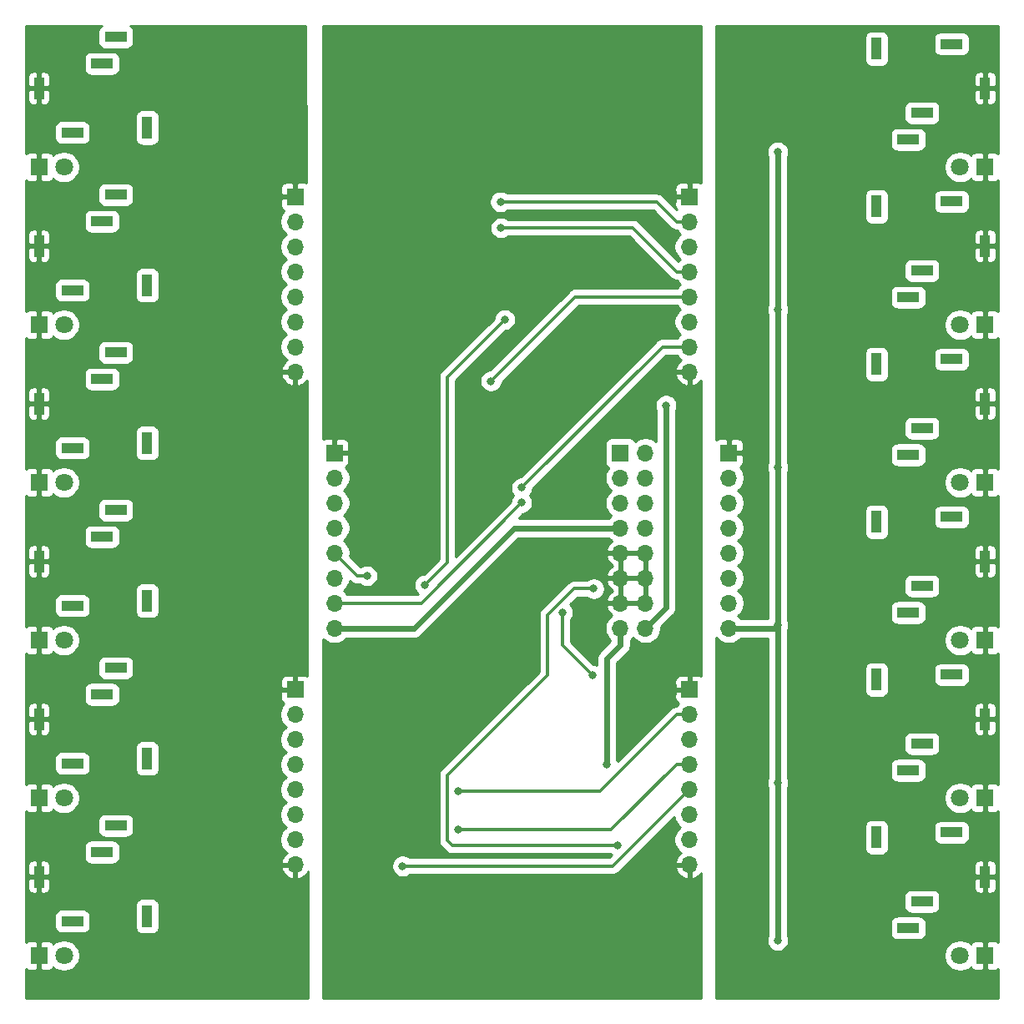
<source format=gbr>
G04 #@! TF.GenerationSoftware,KiCad,Pcbnew,(5.1.5)-3*
G04 #@! TF.CreationDate,2020-08-12T18:08:49-07:00*
G04 #@! TF.ProjectId,NOT,4e4f542e-6b69-4636-9164-5f7063625858,rev?*
G04 #@! TF.SameCoordinates,Original*
G04 #@! TF.FileFunction,Copper,L2,Bot*
G04 #@! TF.FilePolarity,Positive*
%FSLAX46Y46*%
G04 Gerber Fmt 4.6, Leading zero omitted, Abs format (unit mm)*
G04 Created by KiCad (PCBNEW (5.1.5)-3) date 2020-08-12 18:08:49*
%MOMM*%
%LPD*%
G04 APERTURE LIST*
%ADD10R,1.700000X1.700000*%
%ADD11O,1.700000X1.700000*%
%ADD12C,1.800000*%
%ADD13R,1.800000X1.800000*%
%ADD14R,1.000000X2.200000*%
%ADD15R,2.200000X1.000000*%
%ADD16C,0.800000*%
%ADD17C,0.600000*%
%ADD18C,0.300000*%
%ADD19C,0.254000*%
G04 APERTURE END LIST*
D10*
X28000000Y-68000000D03*
D11*
X28000000Y-70540000D03*
X28000000Y-73080000D03*
X28000000Y-75620000D03*
X28000000Y-78160000D03*
X28000000Y-80700000D03*
X28000000Y-83240000D03*
X28000000Y-85780000D03*
D10*
X28000000Y-18000000D03*
D11*
X28000000Y-20540000D03*
X28000000Y-23080000D03*
X28000000Y-25620000D03*
X28000000Y-28160000D03*
X28000000Y-30700000D03*
X28000000Y-33240000D03*
X28000000Y-35780000D03*
X63540000Y-61780000D03*
X61000000Y-61780000D03*
X63540000Y-59240000D03*
X61000000Y-59240000D03*
X63540000Y-56700000D03*
X61000000Y-56700000D03*
X63540000Y-54160000D03*
X61000000Y-54160000D03*
X63540000Y-51620000D03*
X61000000Y-51620000D03*
X63540000Y-49080000D03*
X61000000Y-49080000D03*
X63540000Y-46540000D03*
X61000000Y-46540000D03*
X63540000Y-44000000D03*
D10*
X61000000Y-44000000D03*
D12*
X4540000Y-15000000D03*
D13*
X2000000Y-15000000D03*
D12*
X4540000Y-31000000D03*
D13*
X2000000Y-31000000D03*
D12*
X4540000Y-47000000D03*
D13*
X2000000Y-47000000D03*
X2000000Y-63000000D03*
D12*
X4540000Y-63000000D03*
D13*
X2000000Y-79000000D03*
D12*
X4540000Y-79000000D03*
D13*
X2000000Y-95000000D03*
D12*
X4540000Y-95000000D03*
X95460000Y-15000000D03*
D13*
X98000000Y-15000000D03*
D12*
X95460000Y-31000000D03*
D13*
X98000000Y-31000000D03*
X98000000Y-47000000D03*
D12*
X95460000Y-47000000D03*
D13*
X98000000Y-63000000D03*
D12*
X95460000Y-63000000D03*
D13*
X98000000Y-79000000D03*
D12*
X95460000Y-79000000D03*
X95460000Y-95000000D03*
D13*
X98000000Y-95000000D03*
D14*
X2000000Y-7000000D03*
D15*
X5400000Y-11500000D03*
D14*
X13000000Y-11000000D03*
D15*
X8400000Y-4500000D03*
X9800000Y-1800000D03*
D14*
X2000000Y-23000000D03*
D15*
X5400000Y-27500000D03*
D14*
X13000000Y-27000000D03*
D15*
X8400000Y-20500000D03*
X9800000Y-17800000D03*
D14*
X2000000Y-39000000D03*
D15*
X5400000Y-43500000D03*
D14*
X13000000Y-43000000D03*
D15*
X8400000Y-36500000D03*
X9800000Y-33800000D03*
X9800000Y-49800000D03*
X8400000Y-52500000D03*
D14*
X13000000Y-59000000D03*
D15*
X5400000Y-59500000D03*
D14*
X2000000Y-55000000D03*
D15*
X9800000Y-65800000D03*
X8400000Y-68500000D03*
D14*
X13000000Y-75000000D03*
D15*
X5400000Y-75500000D03*
D14*
X2000000Y-71000000D03*
X2000000Y-87000000D03*
D15*
X5400000Y-91500000D03*
D14*
X13000000Y-91000000D03*
D15*
X8400000Y-84500000D03*
X9800000Y-81800000D03*
D11*
X68000000Y-35780000D03*
X68000000Y-33240000D03*
X68000000Y-30700000D03*
X68000000Y-28160000D03*
X68000000Y-25620000D03*
X68000000Y-23080000D03*
X68000000Y-20540000D03*
D10*
X68000000Y-18000000D03*
D11*
X68000000Y-85780000D03*
X68000000Y-83240000D03*
X68000000Y-80700000D03*
X68000000Y-78160000D03*
X68000000Y-75620000D03*
X68000000Y-73080000D03*
X68000000Y-70540000D03*
D10*
X68000000Y-68000000D03*
D11*
X32000000Y-61780000D03*
X32000000Y-59240000D03*
X32000000Y-56700000D03*
X32000000Y-54160000D03*
X32000000Y-51620000D03*
X32000000Y-49080000D03*
X32000000Y-46540000D03*
D10*
X32000000Y-44000000D03*
X72000000Y-44000000D03*
D11*
X72000000Y-46540000D03*
X72000000Y-49080000D03*
X72000000Y-51620000D03*
X72000000Y-54160000D03*
X72000000Y-56700000D03*
X72000000Y-59240000D03*
X72000000Y-61780000D03*
D15*
X90200000Y-12200000D03*
X91600000Y-9500000D03*
D14*
X87000000Y-3000000D03*
D15*
X94600000Y-2500000D03*
D14*
X98000000Y-7000000D03*
D15*
X90200000Y-28200000D03*
X91600000Y-25500000D03*
D14*
X87000000Y-19000000D03*
D15*
X94600000Y-18500000D03*
D14*
X98000000Y-23000000D03*
X98000000Y-39000000D03*
D15*
X94600000Y-34500000D03*
D14*
X87000000Y-35000000D03*
D15*
X91600000Y-41500000D03*
X90200000Y-44200000D03*
X90200000Y-60200000D03*
X91600000Y-57500000D03*
D14*
X87000000Y-51000000D03*
D15*
X94600000Y-50500000D03*
D14*
X98000000Y-55000000D03*
D15*
X90200000Y-76200000D03*
X91600000Y-73500000D03*
D14*
X87000000Y-67000000D03*
D15*
X94600000Y-66500000D03*
D14*
X98000000Y-71000000D03*
X98000000Y-87000000D03*
D15*
X94600000Y-82500000D03*
D14*
X87000000Y-83000000D03*
D15*
X91600000Y-89500000D03*
X90200000Y-92200000D03*
D16*
X50038000Y-42672000D03*
X49530000Y-37592000D03*
X48006000Y-26162000D03*
X48006000Y-27940000D03*
X38100000Y-17018000D03*
X38100000Y-22860000D03*
X61976000Y-22860000D03*
X60960000Y-17018000D03*
X55118000Y-17018000D03*
X41656000Y-54102000D03*
X40386000Y-54102000D03*
X38100000Y-82804000D03*
X35306000Y-80010000D03*
X61214000Y-73914000D03*
X50800000Y-66294000D03*
X48768000Y-66294000D03*
X65636300Y-39173200D03*
X59635500Y-75582300D03*
X27000000Y-98500000D03*
X28500000Y-97000000D03*
X28500000Y-98500000D03*
X3000000Y-98500000D03*
X1500000Y-97000000D03*
X1500000Y-98500000D03*
X1500000Y-3000000D03*
X3000000Y-1500000D03*
X1500000Y-1500000D03*
X28500000Y-3000000D03*
X27000000Y-1500000D03*
X28500000Y-1500000D03*
X47862400Y-36722000D03*
X50975400Y-47535000D03*
X58166000Y-66548000D03*
X55118000Y-60198000D03*
X38898690Y-85917200D03*
X60706000Y-83820000D03*
X58296000Y-57782000D03*
X98500000Y-3000000D03*
X97000000Y-1500000D03*
X98500000Y-1500000D03*
X71500000Y-3000000D03*
X73000000Y-1500000D03*
X71500000Y-1500000D03*
X73000000Y-98500000D03*
X71500000Y-97000000D03*
X71500000Y-98500000D03*
X97000000Y-98500000D03*
X98500000Y-97000000D03*
X98500000Y-98500000D03*
X48874300Y-21170700D03*
X48826800Y-18530400D03*
X44573400Y-82245200D03*
X44573400Y-78338300D03*
X50975400Y-49065000D03*
X35306000Y-56474600D03*
X76962000Y-93472000D03*
X76962000Y-77470000D03*
X76962000Y-13462000D03*
X76962000Y-61468000D03*
X76962000Y-29464000D03*
X76962000Y-45466000D03*
X41148000Y-57404000D03*
X49276000Y-30480000D03*
D17*
X50234000Y-51620000D02*
X61000000Y-51620000D01*
X32000000Y-61780000D02*
X40074000Y-61780000D01*
X40074000Y-61780000D02*
X50234000Y-51620000D01*
X63540000Y-61780000D02*
X65636300Y-59683700D01*
X65636300Y-59683700D02*
X65636300Y-39173200D01*
X61000000Y-61780000D02*
X61000000Y-63530300D01*
X61000000Y-63530300D02*
X59635500Y-64894800D01*
X59635500Y-64894800D02*
X59635500Y-75582300D01*
D18*
X47862400Y-36722000D02*
X56424400Y-28160000D01*
X56424400Y-28160000D02*
X68000000Y-28160000D01*
X50975400Y-47535000D02*
X65270400Y-33240000D01*
X65270400Y-33240000D02*
X68000000Y-33240000D01*
X58166000Y-66548000D02*
X55118000Y-63500000D01*
X55118000Y-63500000D02*
X55118000Y-60198000D01*
X68000000Y-78160000D02*
X60242800Y-85917200D01*
X60242800Y-85917200D02*
X38898690Y-85917200D01*
X53594000Y-60463998D02*
X56275998Y-57782000D01*
X53594000Y-66548000D02*
X53594000Y-60463998D01*
X43434000Y-76708000D02*
X53594000Y-66548000D01*
X43942000Y-83820000D02*
X43434000Y-83312000D01*
X60706000Y-83820000D02*
X43942000Y-83820000D01*
X56275998Y-57782000D02*
X58296000Y-57782000D01*
X43434000Y-83312000D02*
X43434000Y-76708000D01*
X68000000Y-25620000D02*
X66699700Y-25620000D01*
X48874300Y-21170700D02*
X62250400Y-21170700D01*
X62250400Y-21170700D02*
X66699700Y-25620000D01*
X68000000Y-20540000D02*
X66699700Y-20540000D01*
X48826800Y-18530400D02*
X64690100Y-18530400D01*
X64690100Y-18530400D02*
X66699700Y-20540000D01*
X68000000Y-75620000D02*
X66699700Y-75620000D01*
X44573400Y-82245200D02*
X60074500Y-82245200D01*
X60074500Y-82245200D02*
X66699700Y-75620000D01*
X68000000Y-70540000D02*
X66699700Y-70540000D01*
X44573400Y-78338300D02*
X58901400Y-78338300D01*
X58901400Y-78338300D02*
X66699700Y-70540000D01*
X50975400Y-49065000D02*
X40800400Y-59240000D01*
X40800400Y-59240000D02*
X32000000Y-59240000D01*
X34314600Y-56474600D02*
X34740315Y-56474600D01*
X34740315Y-56474600D02*
X35306000Y-56474600D01*
X32000000Y-54160000D02*
X34314600Y-56474600D01*
D17*
X76962000Y-77470000D02*
X76962000Y-93472000D01*
X76962000Y-61468000D02*
X76962000Y-77470000D01*
X76962000Y-29464000D02*
X76962000Y-13462000D01*
X72000000Y-61780000D02*
X76650000Y-61780000D01*
X76650000Y-61780000D02*
X76962000Y-61468000D01*
X76962000Y-45466000D02*
X76962000Y-61468000D01*
X76962000Y-45466000D02*
X76962000Y-29464000D01*
D18*
X41148000Y-57404000D02*
X43434000Y-55118000D01*
X43434000Y-36322000D02*
X49276000Y-30480000D01*
X43434000Y-55118000D02*
X43434000Y-36322000D01*
D19*
G36*
X8294147Y-692597D02*
G01*
X8183446Y-783446D01*
X8092597Y-894147D01*
X8025090Y-1020443D01*
X7983520Y-1157483D01*
X7969483Y-1300000D01*
X7969483Y-2300000D01*
X7983520Y-2442517D01*
X8025090Y-2579557D01*
X8092597Y-2705853D01*
X8183446Y-2816554D01*
X8294147Y-2907403D01*
X8420443Y-2974910D01*
X8557483Y-3016480D01*
X8700000Y-3030517D01*
X10900000Y-3030517D01*
X11042517Y-3016480D01*
X11179557Y-2974910D01*
X11305853Y-2907403D01*
X11416554Y-2816554D01*
X11507403Y-2705853D01*
X11574910Y-2579557D01*
X11616480Y-2442517D01*
X11630517Y-2300000D01*
X11630517Y-1300000D01*
X11616480Y-1157483D01*
X11574910Y-1020443D01*
X11507403Y-894147D01*
X11416554Y-783446D01*
X11305853Y-692597D01*
X11244869Y-660000D01*
X29084675Y-660000D01*
X29125073Y-16577011D01*
X29094180Y-16560498D01*
X28974482Y-16524188D01*
X28850000Y-16511928D01*
X28285750Y-16515000D01*
X28127000Y-16673750D01*
X28127000Y-17873000D01*
X28147000Y-17873000D01*
X28147000Y-18127000D01*
X28127000Y-18127000D01*
X28127000Y-18147000D01*
X27873000Y-18147000D01*
X27873000Y-18127000D01*
X26673750Y-18127000D01*
X26515000Y-18285750D01*
X26511928Y-18850000D01*
X26524188Y-18974482D01*
X26560498Y-19094180D01*
X26619463Y-19204494D01*
X26698815Y-19301185D01*
X26795506Y-19380537D01*
X26882662Y-19427123D01*
X26775064Y-19534721D01*
X26602481Y-19793011D01*
X26483604Y-20080006D01*
X26423000Y-20384679D01*
X26423000Y-20695321D01*
X26483604Y-20999994D01*
X26602481Y-21286989D01*
X26775064Y-21545279D01*
X26994721Y-21764936D01*
X27062164Y-21810000D01*
X26994721Y-21855064D01*
X26775064Y-22074721D01*
X26602481Y-22333011D01*
X26483604Y-22620006D01*
X26423000Y-22924679D01*
X26423000Y-23235321D01*
X26483604Y-23539994D01*
X26602481Y-23826989D01*
X26775064Y-24085279D01*
X26994721Y-24304936D01*
X27062164Y-24350000D01*
X26994721Y-24395064D01*
X26775064Y-24614721D01*
X26602481Y-24873011D01*
X26483604Y-25160006D01*
X26423000Y-25464679D01*
X26423000Y-25775321D01*
X26483604Y-26079994D01*
X26602481Y-26366989D01*
X26775064Y-26625279D01*
X26994721Y-26844936D01*
X27062164Y-26890000D01*
X26994721Y-26935064D01*
X26775064Y-27154721D01*
X26602481Y-27413011D01*
X26483604Y-27700006D01*
X26423000Y-28004679D01*
X26423000Y-28315321D01*
X26483604Y-28619994D01*
X26602481Y-28906989D01*
X26775064Y-29165279D01*
X26994721Y-29384936D01*
X27062164Y-29430000D01*
X26994721Y-29475064D01*
X26775064Y-29694721D01*
X26602481Y-29953011D01*
X26483604Y-30240006D01*
X26423000Y-30544679D01*
X26423000Y-30855321D01*
X26483604Y-31159994D01*
X26602481Y-31446989D01*
X26775064Y-31705279D01*
X26994721Y-31924936D01*
X27062164Y-31970000D01*
X26994721Y-32015064D01*
X26775064Y-32234721D01*
X26602481Y-32493011D01*
X26483604Y-32780006D01*
X26423000Y-33084679D01*
X26423000Y-33395321D01*
X26483604Y-33699994D01*
X26602481Y-33986989D01*
X26775064Y-34245279D01*
X26994721Y-34464936D01*
X27147986Y-34567344D01*
X27118645Y-34584822D01*
X26902412Y-34779731D01*
X26728359Y-35013080D01*
X26603175Y-35275901D01*
X26558524Y-35423110D01*
X26679845Y-35653000D01*
X27873000Y-35653000D01*
X27873000Y-35633000D01*
X28127000Y-35633000D01*
X28127000Y-35653000D01*
X28147000Y-35653000D01*
X28147000Y-35907000D01*
X28127000Y-35907000D01*
X28127000Y-37100814D01*
X28356891Y-37221481D01*
X28631252Y-37124157D01*
X28881355Y-36975178D01*
X29097588Y-36780269D01*
X29176083Y-36675032D01*
X29252184Y-66658601D01*
X29204494Y-66619463D01*
X29094180Y-66560498D01*
X28974482Y-66524188D01*
X28850000Y-66511928D01*
X28285750Y-66515000D01*
X28127000Y-66673750D01*
X28127000Y-67873000D01*
X28147000Y-67873000D01*
X28147000Y-68127000D01*
X28127000Y-68127000D01*
X28127000Y-68147000D01*
X27873000Y-68147000D01*
X27873000Y-68127000D01*
X26673750Y-68127000D01*
X26515000Y-68285750D01*
X26511928Y-68850000D01*
X26524188Y-68974482D01*
X26560498Y-69094180D01*
X26619463Y-69204494D01*
X26698815Y-69301185D01*
X26795506Y-69380537D01*
X26882662Y-69427123D01*
X26775064Y-69534721D01*
X26602481Y-69793011D01*
X26483604Y-70080006D01*
X26423000Y-70384679D01*
X26423000Y-70695321D01*
X26483604Y-70999994D01*
X26602481Y-71286989D01*
X26775064Y-71545279D01*
X26994721Y-71764936D01*
X27062164Y-71810000D01*
X26994721Y-71855064D01*
X26775064Y-72074721D01*
X26602481Y-72333011D01*
X26483604Y-72620006D01*
X26423000Y-72924679D01*
X26423000Y-73235321D01*
X26483604Y-73539994D01*
X26602481Y-73826989D01*
X26775064Y-74085279D01*
X26994721Y-74304936D01*
X27062164Y-74350000D01*
X26994721Y-74395064D01*
X26775064Y-74614721D01*
X26602481Y-74873011D01*
X26483604Y-75160006D01*
X26423000Y-75464679D01*
X26423000Y-75775321D01*
X26483604Y-76079994D01*
X26602481Y-76366989D01*
X26775064Y-76625279D01*
X26994721Y-76844936D01*
X27062164Y-76890000D01*
X26994721Y-76935064D01*
X26775064Y-77154721D01*
X26602481Y-77413011D01*
X26483604Y-77700006D01*
X26423000Y-78004679D01*
X26423000Y-78315321D01*
X26483604Y-78619994D01*
X26602481Y-78906989D01*
X26775064Y-79165279D01*
X26994721Y-79384936D01*
X27062164Y-79430000D01*
X26994721Y-79475064D01*
X26775064Y-79694721D01*
X26602481Y-79953011D01*
X26483604Y-80240006D01*
X26423000Y-80544679D01*
X26423000Y-80855321D01*
X26483604Y-81159994D01*
X26602481Y-81446989D01*
X26775064Y-81705279D01*
X26994721Y-81924936D01*
X27062164Y-81970000D01*
X26994721Y-82015064D01*
X26775064Y-82234721D01*
X26602481Y-82493011D01*
X26483604Y-82780006D01*
X26423000Y-83084679D01*
X26423000Y-83395321D01*
X26483604Y-83699994D01*
X26602481Y-83986989D01*
X26775064Y-84245279D01*
X26994721Y-84464936D01*
X27147986Y-84567344D01*
X27118645Y-84584822D01*
X26902412Y-84779731D01*
X26728359Y-85013080D01*
X26603175Y-85275901D01*
X26558524Y-85423110D01*
X26679845Y-85653000D01*
X27873000Y-85653000D01*
X27873000Y-85633000D01*
X28127000Y-85633000D01*
X28127000Y-85653000D01*
X28147000Y-85653000D01*
X28147000Y-85907000D01*
X28127000Y-85907000D01*
X28127000Y-87100814D01*
X28356891Y-87221481D01*
X28631252Y-87124157D01*
X28881355Y-86975178D01*
X29097588Y-86780269D01*
X29271641Y-86546920D01*
X29302497Y-86482138D01*
X29335131Y-99340000D01*
X660000Y-99340000D01*
X660000Y-96360364D01*
X745506Y-96430537D01*
X855820Y-96489502D01*
X975518Y-96525812D01*
X1100000Y-96538072D01*
X1714250Y-96535000D01*
X1873000Y-96376250D01*
X1873000Y-95127000D01*
X1853000Y-95127000D01*
X1853000Y-94873000D01*
X1873000Y-94873000D01*
X1873000Y-93623750D01*
X2127000Y-93623750D01*
X2127000Y-94873000D01*
X2147000Y-94873000D01*
X2147000Y-95127000D01*
X2127000Y-95127000D01*
X2127000Y-96376250D01*
X2285750Y-96535000D01*
X2900000Y-96538072D01*
X3024482Y-96525812D01*
X3144180Y-96489502D01*
X3254494Y-96430537D01*
X3351185Y-96351185D01*
X3430537Y-96254494D01*
X3452493Y-96213418D01*
X3502848Y-96263773D01*
X3769327Y-96441828D01*
X4065422Y-96564475D01*
X4379755Y-96627000D01*
X4700245Y-96627000D01*
X5014578Y-96564475D01*
X5310673Y-96441828D01*
X5577152Y-96263773D01*
X5803773Y-96037152D01*
X5981828Y-95770673D01*
X6104475Y-95474578D01*
X6167000Y-95160245D01*
X6167000Y-94839755D01*
X6104475Y-94525422D01*
X5981828Y-94229327D01*
X5803773Y-93962848D01*
X5577152Y-93736227D01*
X5310673Y-93558172D01*
X5014578Y-93435525D01*
X4700245Y-93373000D01*
X4379755Y-93373000D01*
X4065422Y-93435525D01*
X3769327Y-93558172D01*
X3502848Y-93736227D01*
X3452493Y-93786582D01*
X3430537Y-93745506D01*
X3351185Y-93648815D01*
X3254494Y-93569463D01*
X3144180Y-93510498D01*
X3024482Y-93474188D01*
X2900000Y-93461928D01*
X2285750Y-93465000D01*
X2127000Y-93623750D01*
X1873000Y-93623750D01*
X1714250Y-93465000D01*
X1100000Y-93461928D01*
X975518Y-93474188D01*
X855820Y-93510498D01*
X745506Y-93569463D01*
X660000Y-93639636D01*
X660000Y-91000000D01*
X3569483Y-91000000D01*
X3569483Y-92000000D01*
X3583520Y-92142517D01*
X3625090Y-92279557D01*
X3692597Y-92405853D01*
X3783446Y-92516554D01*
X3894147Y-92607403D01*
X4020443Y-92674910D01*
X4157483Y-92716480D01*
X4300000Y-92730517D01*
X6500000Y-92730517D01*
X6642517Y-92716480D01*
X6779557Y-92674910D01*
X6905853Y-92607403D01*
X7016554Y-92516554D01*
X7107403Y-92405853D01*
X7174910Y-92279557D01*
X7216480Y-92142517D01*
X7230517Y-92000000D01*
X7230517Y-91000000D01*
X7216480Y-90857483D01*
X7174910Y-90720443D01*
X7107403Y-90594147D01*
X7016554Y-90483446D01*
X6905853Y-90392597D01*
X6779557Y-90325090D01*
X6642517Y-90283520D01*
X6500000Y-90269483D01*
X4300000Y-90269483D01*
X4157483Y-90283520D01*
X4020443Y-90325090D01*
X3894147Y-90392597D01*
X3783446Y-90483446D01*
X3692597Y-90594147D01*
X3625090Y-90720443D01*
X3583520Y-90857483D01*
X3569483Y-91000000D01*
X660000Y-91000000D01*
X660000Y-89900000D01*
X11769483Y-89900000D01*
X11769483Y-92100000D01*
X11783520Y-92242517D01*
X11825090Y-92379557D01*
X11892597Y-92505853D01*
X11983446Y-92616554D01*
X12094147Y-92707403D01*
X12220443Y-92774910D01*
X12357483Y-92816480D01*
X12500000Y-92830517D01*
X13500000Y-92830517D01*
X13642517Y-92816480D01*
X13779557Y-92774910D01*
X13905853Y-92707403D01*
X14016554Y-92616554D01*
X14107403Y-92505853D01*
X14174910Y-92379557D01*
X14216480Y-92242517D01*
X14230517Y-92100000D01*
X14230517Y-89900000D01*
X14216480Y-89757483D01*
X14174910Y-89620443D01*
X14107403Y-89494147D01*
X14016554Y-89383446D01*
X13905853Y-89292597D01*
X13779557Y-89225090D01*
X13642517Y-89183520D01*
X13500000Y-89169483D01*
X12500000Y-89169483D01*
X12357483Y-89183520D01*
X12220443Y-89225090D01*
X12094147Y-89292597D01*
X11983446Y-89383446D01*
X11892597Y-89494147D01*
X11825090Y-89620443D01*
X11783520Y-89757483D01*
X11769483Y-89900000D01*
X660000Y-89900000D01*
X660000Y-88100000D01*
X861928Y-88100000D01*
X874188Y-88224482D01*
X910498Y-88344180D01*
X969463Y-88454494D01*
X1048815Y-88551185D01*
X1145506Y-88630537D01*
X1255820Y-88689502D01*
X1375518Y-88725812D01*
X1500000Y-88738072D01*
X1714250Y-88735000D01*
X1873000Y-88576250D01*
X1873000Y-87127000D01*
X2127000Y-87127000D01*
X2127000Y-88576250D01*
X2285750Y-88735000D01*
X2500000Y-88738072D01*
X2624482Y-88725812D01*
X2744180Y-88689502D01*
X2854494Y-88630537D01*
X2951185Y-88551185D01*
X3030537Y-88454494D01*
X3089502Y-88344180D01*
X3125812Y-88224482D01*
X3138072Y-88100000D01*
X3135000Y-87285750D01*
X2976250Y-87127000D01*
X2127000Y-87127000D01*
X1873000Y-87127000D01*
X1023750Y-87127000D01*
X865000Y-87285750D01*
X861928Y-88100000D01*
X660000Y-88100000D01*
X660000Y-85900000D01*
X861928Y-85900000D01*
X865000Y-86714250D01*
X1023750Y-86873000D01*
X1873000Y-86873000D01*
X1873000Y-85423750D01*
X2127000Y-85423750D01*
X2127000Y-86873000D01*
X2976250Y-86873000D01*
X3135000Y-86714250D01*
X3137178Y-86136890D01*
X26558524Y-86136890D01*
X26603175Y-86284099D01*
X26728359Y-86546920D01*
X26902412Y-86780269D01*
X27118645Y-86975178D01*
X27368748Y-87124157D01*
X27643109Y-87221481D01*
X27873000Y-87100814D01*
X27873000Y-85907000D01*
X26679845Y-85907000D01*
X26558524Y-86136890D01*
X3137178Y-86136890D01*
X3138072Y-85900000D01*
X3125812Y-85775518D01*
X3089502Y-85655820D01*
X3030537Y-85545506D01*
X2951185Y-85448815D01*
X2854494Y-85369463D01*
X2744180Y-85310498D01*
X2624482Y-85274188D01*
X2500000Y-85261928D01*
X2285750Y-85265000D01*
X2127000Y-85423750D01*
X1873000Y-85423750D01*
X1714250Y-85265000D01*
X1500000Y-85261928D01*
X1375518Y-85274188D01*
X1255820Y-85310498D01*
X1145506Y-85369463D01*
X1048815Y-85448815D01*
X969463Y-85545506D01*
X910498Y-85655820D01*
X874188Y-85775518D01*
X861928Y-85900000D01*
X660000Y-85900000D01*
X660000Y-84000000D01*
X6569483Y-84000000D01*
X6569483Y-85000000D01*
X6583520Y-85142517D01*
X6625090Y-85279557D01*
X6692597Y-85405853D01*
X6783446Y-85516554D01*
X6894147Y-85607403D01*
X7020443Y-85674910D01*
X7157483Y-85716480D01*
X7300000Y-85730517D01*
X9500000Y-85730517D01*
X9642517Y-85716480D01*
X9779557Y-85674910D01*
X9905853Y-85607403D01*
X10016554Y-85516554D01*
X10107403Y-85405853D01*
X10174910Y-85279557D01*
X10216480Y-85142517D01*
X10230517Y-85000000D01*
X10230517Y-84000000D01*
X10216480Y-83857483D01*
X10174910Y-83720443D01*
X10107403Y-83594147D01*
X10016554Y-83483446D01*
X9905853Y-83392597D01*
X9779557Y-83325090D01*
X9642517Y-83283520D01*
X9500000Y-83269483D01*
X7300000Y-83269483D01*
X7157483Y-83283520D01*
X7020443Y-83325090D01*
X6894147Y-83392597D01*
X6783446Y-83483446D01*
X6692597Y-83594147D01*
X6625090Y-83720443D01*
X6583520Y-83857483D01*
X6569483Y-84000000D01*
X660000Y-84000000D01*
X660000Y-81300000D01*
X7969483Y-81300000D01*
X7969483Y-82300000D01*
X7983520Y-82442517D01*
X8025090Y-82579557D01*
X8092597Y-82705853D01*
X8183446Y-82816554D01*
X8294147Y-82907403D01*
X8420443Y-82974910D01*
X8557483Y-83016480D01*
X8700000Y-83030517D01*
X10900000Y-83030517D01*
X11042517Y-83016480D01*
X11179557Y-82974910D01*
X11305853Y-82907403D01*
X11416554Y-82816554D01*
X11507403Y-82705853D01*
X11574910Y-82579557D01*
X11616480Y-82442517D01*
X11630517Y-82300000D01*
X11630517Y-81300000D01*
X11616480Y-81157483D01*
X11574910Y-81020443D01*
X11507403Y-80894147D01*
X11416554Y-80783446D01*
X11305853Y-80692597D01*
X11179557Y-80625090D01*
X11042517Y-80583520D01*
X10900000Y-80569483D01*
X8700000Y-80569483D01*
X8557483Y-80583520D01*
X8420443Y-80625090D01*
X8294147Y-80692597D01*
X8183446Y-80783446D01*
X8092597Y-80894147D01*
X8025090Y-81020443D01*
X7983520Y-81157483D01*
X7969483Y-81300000D01*
X660000Y-81300000D01*
X660000Y-80360364D01*
X745506Y-80430537D01*
X855820Y-80489502D01*
X975518Y-80525812D01*
X1100000Y-80538072D01*
X1714250Y-80535000D01*
X1873000Y-80376250D01*
X1873000Y-79127000D01*
X1853000Y-79127000D01*
X1853000Y-78873000D01*
X1873000Y-78873000D01*
X1873000Y-77623750D01*
X2127000Y-77623750D01*
X2127000Y-78873000D01*
X2147000Y-78873000D01*
X2147000Y-79127000D01*
X2127000Y-79127000D01*
X2127000Y-80376250D01*
X2285750Y-80535000D01*
X2900000Y-80538072D01*
X3024482Y-80525812D01*
X3144180Y-80489502D01*
X3254494Y-80430537D01*
X3351185Y-80351185D01*
X3430537Y-80254494D01*
X3452493Y-80213418D01*
X3502848Y-80263773D01*
X3769327Y-80441828D01*
X4065422Y-80564475D01*
X4379755Y-80627000D01*
X4700245Y-80627000D01*
X5014578Y-80564475D01*
X5310673Y-80441828D01*
X5577152Y-80263773D01*
X5803773Y-80037152D01*
X5981828Y-79770673D01*
X6104475Y-79474578D01*
X6167000Y-79160245D01*
X6167000Y-78839755D01*
X6104475Y-78525422D01*
X5981828Y-78229327D01*
X5803773Y-77962848D01*
X5577152Y-77736227D01*
X5310673Y-77558172D01*
X5014578Y-77435525D01*
X4700245Y-77373000D01*
X4379755Y-77373000D01*
X4065422Y-77435525D01*
X3769327Y-77558172D01*
X3502848Y-77736227D01*
X3452493Y-77786582D01*
X3430537Y-77745506D01*
X3351185Y-77648815D01*
X3254494Y-77569463D01*
X3144180Y-77510498D01*
X3024482Y-77474188D01*
X2900000Y-77461928D01*
X2285750Y-77465000D01*
X2127000Y-77623750D01*
X1873000Y-77623750D01*
X1714250Y-77465000D01*
X1100000Y-77461928D01*
X975518Y-77474188D01*
X855820Y-77510498D01*
X745506Y-77569463D01*
X660000Y-77639636D01*
X660000Y-75000000D01*
X3569483Y-75000000D01*
X3569483Y-76000000D01*
X3583520Y-76142517D01*
X3625090Y-76279557D01*
X3692597Y-76405853D01*
X3783446Y-76516554D01*
X3894147Y-76607403D01*
X4020443Y-76674910D01*
X4157483Y-76716480D01*
X4300000Y-76730517D01*
X6500000Y-76730517D01*
X6642517Y-76716480D01*
X6779557Y-76674910D01*
X6905853Y-76607403D01*
X7016554Y-76516554D01*
X7107403Y-76405853D01*
X7174910Y-76279557D01*
X7216480Y-76142517D01*
X7230517Y-76000000D01*
X7230517Y-75000000D01*
X7216480Y-74857483D01*
X7174910Y-74720443D01*
X7107403Y-74594147D01*
X7016554Y-74483446D01*
X6905853Y-74392597D01*
X6779557Y-74325090D01*
X6642517Y-74283520D01*
X6500000Y-74269483D01*
X4300000Y-74269483D01*
X4157483Y-74283520D01*
X4020443Y-74325090D01*
X3894147Y-74392597D01*
X3783446Y-74483446D01*
X3692597Y-74594147D01*
X3625090Y-74720443D01*
X3583520Y-74857483D01*
X3569483Y-75000000D01*
X660000Y-75000000D01*
X660000Y-73900000D01*
X11769483Y-73900000D01*
X11769483Y-76100000D01*
X11783520Y-76242517D01*
X11825090Y-76379557D01*
X11892597Y-76505853D01*
X11983446Y-76616554D01*
X12094147Y-76707403D01*
X12220443Y-76774910D01*
X12357483Y-76816480D01*
X12500000Y-76830517D01*
X13500000Y-76830517D01*
X13642517Y-76816480D01*
X13779557Y-76774910D01*
X13905853Y-76707403D01*
X14016554Y-76616554D01*
X14107403Y-76505853D01*
X14174910Y-76379557D01*
X14216480Y-76242517D01*
X14230517Y-76100000D01*
X14230517Y-73900000D01*
X14216480Y-73757483D01*
X14174910Y-73620443D01*
X14107403Y-73494147D01*
X14016554Y-73383446D01*
X13905853Y-73292597D01*
X13779557Y-73225090D01*
X13642517Y-73183520D01*
X13500000Y-73169483D01*
X12500000Y-73169483D01*
X12357483Y-73183520D01*
X12220443Y-73225090D01*
X12094147Y-73292597D01*
X11983446Y-73383446D01*
X11892597Y-73494147D01*
X11825090Y-73620443D01*
X11783520Y-73757483D01*
X11769483Y-73900000D01*
X660000Y-73900000D01*
X660000Y-72100000D01*
X861928Y-72100000D01*
X874188Y-72224482D01*
X910498Y-72344180D01*
X969463Y-72454494D01*
X1048815Y-72551185D01*
X1145506Y-72630537D01*
X1255820Y-72689502D01*
X1375518Y-72725812D01*
X1500000Y-72738072D01*
X1714250Y-72735000D01*
X1873000Y-72576250D01*
X1873000Y-71127000D01*
X2127000Y-71127000D01*
X2127000Y-72576250D01*
X2285750Y-72735000D01*
X2500000Y-72738072D01*
X2624482Y-72725812D01*
X2744180Y-72689502D01*
X2854494Y-72630537D01*
X2951185Y-72551185D01*
X3030537Y-72454494D01*
X3089502Y-72344180D01*
X3125812Y-72224482D01*
X3138072Y-72100000D01*
X3135000Y-71285750D01*
X2976250Y-71127000D01*
X2127000Y-71127000D01*
X1873000Y-71127000D01*
X1023750Y-71127000D01*
X865000Y-71285750D01*
X861928Y-72100000D01*
X660000Y-72100000D01*
X660000Y-69900000D01*
X861928Y-69900000D01*
X865000Y-70714250D01*
X1023750Y-70873000D01*
X1873000Y-70873000D01*
X1873000Y-69423750D01*
X2127000Y-69423750D01*
X2127000Y-70873000D01*
X2976250Y-70873000D01*
X3135000Y-70714250D01*
X3138072Y-69900000D01*
X3125812Y-69775518D01*
X3089502Y-69655820D01*
X3030537Y-69545506D01*
X2951185Y-69448815D01*
X2854494Y-69369463D01*
X2744180Y-69310498D01*
X2624482Y-69274188D01*
X2500000Y-69261928D01*
X2285750Y-69265000D01*
X2127000Y-69423750D01*
X1873000Y-69423750D01*
X1714250Y-69265000D01*
X1500000Y-69261928D01*
X1375518Y-69274188D01*
X1255820Y-69310498D01*
X1145506Y-69369463D01*
X1048815Y-69448815D01*
X969463Y-69545506D01*
X910498Y-69655820D01*
X874188Y-69775518D01*
X861928Y-69900000D01*
X660000Y-69900000D01*
X660000Y-68000000D01*
X6569483Y-68000000D01*
X6569483Y-69000000D01*
X6583520Y-69142517D01*
X6625090Y-69279557D01*
X6692597Y-69405853D01*
X6783446Y-69516554D01*
X6894147Y-69607403D01*
X7020443Y-69674910D01*
X7157483Y-69716480D01*
X7300000Y-69730517D01*
X9500000Y-69730517D01*
X9642517Y-69716480D01*
X9779557Y-69674910D01*
X9905853Y-69607403D01*
X10016554Y-69516554D01*
X10107403Y-69405853D01*
X10174910Y-69279557D01*
X10216480Y-69142517D01*
X10230517Y-69000000D01*
X10230517Y-68000000D01*
X10216480Y-67857483D01*
X10174910Y-67720443D01*
X10107403Y-67594147D01*
X10016554Y-67483446D01*
X9905853Y-67392597D01*
X9779557Y-67325090D01*
X9642517Y-67283520D01*
X9500000Y-67269483D01*
X7300000Y-67269483D01*
X7157483Y-67283520D01*
X7020443Y-67325090D01*
X6894147Y-67392597D01*
X6783446Y-67483446D01*
X6692597Y-67594147D01*
X6625090Y-67720443D01*
X6583520Y-67857483D01*
X6569483Y-68000000D01*
X660000Y-68000000D01*
X660000Y-67150000D01*
X26511928Y-67150000D01*
X26515000Y-67714250D01*
X26673750Y-67873000D01*
X27873000Y-67873000D01*
X27873000Y-66673750D01*
X27714250Y-66515000D01*
X27150000Y-66511928D01*
X27025518Y-66524188D01*
X26905820Y-66560498D01*
X26795506Y-66619463D01*
X26698815Y-66698815D01*
X26619463Y-66795506D01*
X26560498Y-66905820D01*
X26524188Y-67025518D01*
X26511928Y-67150000D01*
X660000Y-67150000D01*
X660000Y-65300000D01*
X7969483Y-65300000D01*
X7969483Y-66300000D01*
X7983520Y-66442517D01*
X8025090Y-66579557D01*
X8092597Y-66705853D01*
X8183446Y-66816554D01*
X8294147Y-66907403D01*
X8420443Y-66974910D01*
X8557483Y-67016480D01*
X8700000Y-67030517D01*
X10900000Y-67030517D01*
X11042517Y-67016480D01*
X11179557Y-66974910D01*
X11305853Y-66907403D01*
X11416554Y-66816554D01*
X11507403Y-66705853D01*
X11574910Y-66579557D01*
X11616480Y-66442517D01*
X11630517Y-66300000D01*
X11630517Y-65300000D01*
X11616480Y-65157483D01*
X11574910Y-65020443D01*
X11507403Y-64894147D01*
X11416554Y-64783446D01*
X11305853Y-64692597D01*
X11179557Y-64625090D01*
X11042517Y-64583520D01*
X10900000Y-64569483D01*
X8700000Y-64569483D01*
X8557483Y-64583520D01*
X8420443Y-64625090D01*
X8294147Y-64692597D01*
X8183446Y-64783446D01*
X8092597Y-64894147D01*
X8025090Y-65020443D01*
X7983520Y-65157483D01*
X7969483Y-65300000D01*
X660000Y-65300000D01*
X660000Y-64360364D01*
X745506Y-64430537D01*
X855820Y-64489502D01*
X975518Y-64525812D01*
X1100000Y-64538072D01*
X1714250Y-64535000D01*
X1873000Y-64376250D01*
X1873000Y-63127000D01*
X1853000Y-63127000D01*
X1853000Y-62873000D01*
X1873000Y-62873000D01*
X1873000Y-61623750D01*
X2127000Y-61623750D01*
X2127000Y-62873000D01*
X2147000Y-62873000D01*
X2147000Y-63127000D01*
X2127000Y-63127000D01*
X2127000Y-64376250D01*
X2285750Y-64535000D01*
X2900000Y-64538072D01*
X3024482Y-64525812D01*
X3144180Y-64489502D01*
X3254494Y-64430537D01*
X3351185Y-64351185D01*
X3430537Y-64254494D01*
X3452493Y-64213418D01*
X3502848Y-64263773D01*
X3769327Y-64441828D01*
X4065422Y-64564475D01*
X4379755Y-64627000D01*
X4700245Y-64627000D01*
X5014578Y-64564475D01*
X5310673Y-64441828D01*
X5577152Y-64263773D01*
X5803773Y-64037152D01*
X5981828Y-63770673D01*
X6104475Y-63474578D01*
X6167000Y-63160245D01*
X6167000Y-62839755D01*
X6104475Y-62525422D01*
X5981828Y-62229327D01*
X5803773Y-61962848D01*
X5577152Y-61736227D01*
X5310673Y-61558172D01*
X5014578Y-61435525D01*
X4700245Y-61373000D01*
X4379755Y-61373000D01*
X4065422Y-61435525D01*
X3769327Y-61558172D01*
X3502848Y-61736227D01*
X3452493Y-61786582D01*
X3430537Y-61745506D01*
X3351185Y-61648815D01*
X3254494Y-61569463D01*
X3144180Y-61510498D01*
X3024482Y-61474188D01*
X2900000Y-61461928D01*
X2285750Y-61465000D01*
X2127000Y-61623750D01*
X1873000Y-61623750D01*
X1714250Y-61465000D01*
X1100000Y-61461928D01*
X975518Y-61474188D01*
X855820Y-61510498D01*
X745506Y-61569463D01*
X660000Y-61639636D01*
X660000Y-59000000D01*
X3569483Y-59000000D01*
X3569483Y-60000000D01*
X3583520Y-60142517D01*
X3625090Y-60279557D01*
X3692597Y-60405853D01*
X3783446Y-60516554D01*
X3894147Y-60607403D01*
X4020443Y-60674910D01*
X4157483Y-60716480D01*
X4300000Y-60730517D01*
X6500000Y-60730517D01*
X6642517Y-60716480D01*
X6779557Y-60674910D01*
X6905853Y-60607403D01*
X7016554Y-60516554D01*
X7107403Y-60405853D01*
X7174910Y-60279557D01*
X7216480Y-60142517D01*
X7230517Y-60000000D01*
X7230517Y-59000000D01*
X7216480Y-58857483D01*
X7174910Y-58720443D01*
X7107403Y-58594147D01*
X7016554Y-58483446D01*
X6905853Y-58392597D01*
X6779557Y-58325090D01*
X6642517Y-58283520D01*
X6500000Y-58269483D01*
X4300000Y-58269483D01*
X4157483Y-58283520D01*
X4020443Y-58325090D01*
X3894147Y-58392597D01*
X3783446Y-58483446D01*
X3692597Y-58594147D01*
X3625090Y-58720443D01*
X3583520Y-58857483D01*
X3569483Y-59000000D01*
X660000Y-59000000D01*
X660000Y-57900000D01*
X11769483Y-57900000D01*
X11769483Y-60100000D01*
X11783520Y-60242517D01*
X11825090Y-60379557D01*
X11892597Y-60505853D01*
X11983446Y-60616554D01*
X12094147Y-60707403D01*
X12220443Y-60774910D01*
X12357483Y-60816480D01*
X12500000Y-60830517D01*
X13500000Y-60830517D01*
X13642517Y-60816480D01*
X13779557Y-60774910D01*
X13905853Y-60707403D01*
X14016554Y-60616554D01*
X14107403Y-60505853D01*
X14174910Y-60379557D01*
X14216480Y-60242517D01*
X14230517Y-60100000D01*
X14230517Y-57900000D01*
X14216480Y-57757483D01*
X14174910Y-57620443D01*
X14107403Y-57494147D01*
X14016554Y-57383446D01*
X13905853Y-57292597D01*
X13779557Y-57225090D01*
X13642517Y-57183520D01*
X13500000Y-57169483D01*
X12500000Y-57169483D01*
X12357483Y-57183520D01*
X12220443Y-57225090D01*
X12094147Y-57292597D01*
X11983446Y-57383446D01*
X11892597Y-57494147D01*
X11825090Y-57620443D01*
X11783520Y-57757483D01*
X11769483Y-57900000D01*
X660000Y-57900000D01*
X660000Y-56100000D01*
X861928Y-56100000D01*
X874188Y-56224482D01*
X910498Y-56344180D01*
X969463Y-56454494D01*
X1048815Y-56551185D01*
X1145506Y-56630537D01*
X1255820Y-56689502D01*
X1375518Y-56725812D01*
X1500000Y-56738072D01*
X1714250Y-56735000D01*
X1873000Y-56576250D01*
X1873000Y-55127000D01*
X2127000Y-55127000D01*
X2127000Y-56576250D01*
X2285750Y-56735000D01*
X2500000Y-56738072D01*
X2624482Y-56725812D01*
X2744180Y-56689502D01*
X2854494Y-56630537D01*
X2951185Y-56551185D01*
X3030537Y-56454494D01*
X3089502Y-56344180D01*
X3125812Y-56224482D01*
X3138072Y-56100000D01*
X3135000Y-55285750D01*
X2976250Y-55127000D01*
X2127000Y-55127000D01*
X1873000Y-55127000D01*
X1023750Y-55127000D01*
X865000Y-55285750D01*
X861928Y-56100000D01*
X660000Y-56100000D01*
X660000Y-53900000D01*
X861928Y-53900000D01*
X865000Y-54714250D01*
X1023750Y-54873000D01*
X1873000Y-54873000D01*
X1873000Y-53423750D01*
X2127000Y-53423750D01*
X2127000Y-54873000D01*
X2976250Y-54873000D01*
X3135000Y-54714250D01*
X3138072Y-53900000D01*
X3125812Y-53775518D01*
X3089502Y-53655820D01*
X3030537Y-53545506D01*
X2951185Y-53448815D01*
X2854494Y-53369463D01*
X2744180Y-53310498D01*
X2624482Y-53274188D01*
X2500000Y-53261928D01*
X2285750Y-53265000D01*
X2127000Y-53423750D01*
X1873000Y-53423750D01*
X1714250Y-53265000D01*
X1500000Y-53261928D01*
X1375518Y-53274188D01*
X1255820Y-53310498D01*
X1145506Y-53369463D01*
X1048815Y-53448815D01*
X969463Y-53545506D01*
X910498Y-53655820D01*
X874188Y-53775518D01*
X861928Y-53900000D01*
X660000Y-53900000D01*
X660000Y-52000000D01*
X6569483Y-52000000D01*
X6569483Y-53000000D01*
X6583520Y-53142517D01*
X6625090Y-53279557D01*
X6692597Y-53405853D01*
X6783446Y-53516554D01*
X6894147Y-53607403D01*
X7020443Y-53674910D01*
X7157483Y-53716480D01*
X7300000Y-53730517D01*
X9500000Y-53730517D01*
X9642517Y-53716480D01*
X9779557Y-53674910D01*
X9905853Y-53607403D01*
X10016554Y-53516554D01*
X10107403Y-53405853D01*
X10174910Y-53279557D01*
X10216480Y-53142517D01*
X10230517Y-53000000D01*
X10230517Y-52000000D01*
X10216480Y-51857483D01*
X10174910Y-51720443D01*
X10107403Y-51594147D01*
X10016554Y-51483446D01*
X9905853Y-51392597D01*
X9779557Y-51325090D01*
X9642517Y-51283520D01*
X9500000Y-51269483D01*
X7300000Y-51269483D01*
X7157483Y-51283520D01*
X7020443Y-51325090D01*
X6894147Y-51392597D01*
X6783446Y-51483446D01*
X6692597Y-51594147D01*
X6625090Y-51720443D01*
X6583520Y-51857483D01*
X6569483Y-52000000D01*
X660000Y-52000000D01*
X660000Y-49300000D01*
X7969483Y-49300000D01*
X7969483Y-50300000D01*
X7983520Y-50442517D01*
X8025090Y-50579557D01*
X8092597Y-50705853D01*
X8183446Y-50816554D01*
X8294147Y-50907403D01*
X8420443Y-50974910D01*
X8557483Y-51016480D01*
X8700000Y-51030517D01*
X10900000Y-51030517D01*
X11042517Y-51016480D01*
X11179557Y-50974910D01*
X11305853Y-50907403D01*
X11416554Y-50816554D01*
X11507403Y-50705853D01*
X11574910Y-50579557D01*
X11616480Y-50442517D01*
X11630517Y-50300000D01*
X11630517Y-49300000D01*
X11616480Y-49157483D01*
X11574910Y-49020443D01*
X11507403Y-48894147D01*
X11416554Y-48783446D01*
X11305853Y-48692597D01*
X11179557Y-48625090D01*
X11042517Y-48583520D01*
X10900000Y-48569483D01*
X8700000Y-48569483D01*
X8557483Y-48583520D01*
X8420443Y-48625090D01*
X8294147Y-48692597D01*
X8183446Y-48783446D01*
X8092597Y-48894147D01*
X8025090Y-49020443D01*
X7983520Y-49157483D01*
X7969483Y-49300000D01*
X660000Y-49300000D01*
X660000Y-48360364D01*
X745506Y-48430537D01*
X855820Y-48489502D01*
X975518Y-48525812D01*
X1100000Y-48538072D01*
X1714250Y-48535000D01*
X1873000Y-48376250D01*
X1873000Y-47127000D01*
X1853000Y-47127000D01*
X1853000Y-46873000D01*
X1873000Y-46873000D01*
X1873000Y-45623750D01*
X2127000Y-45623750D01*
X2127000Y-46873000D01*
X2147000Y-46873000D01*
X2147000Y-47127000D01*
X2127000Y-47127000D01*
X2127000Y-48376250D01*
X2285750Y-48535000D01*
X2900000Y-48538072D01*
X3024482Y-48525812D01*
X3144180Y-48489502D01*
X3254494Y-48430537D01*
X3351185Y-48351185D01*
X3430537Y-48254494D01*
X3452493Y-48213418D01*
X3502848Y-48263773D01*
X3769327Y-48441828D01*
X4065422Y-48564475D01*
X4379755Y-48627000D01*
X4700245Y-48627000D01*
X5014578Y-48564475D01*
X5310673Y-48441828D01*
X5577152Y-48263773D01*
X5803773Y-48037152D01*
X5981828Y-47770673D01*
X6104475Y-47474578D01*
X6167000Y-47160245D01*
X6167000Y-46839755D01*
X6104475Y-46525422D01*
X5981828Y-46229327D01*
X5803773Y-45962848D01*
X5577152Y-45736227D01*
X5310673Y-45558172D01*
X5014578Y-45435525D01*
X4700245Y-45373000D01*
X4379755Y-45373000D01*
X4065422Y-45435525D01*
X3769327Y-45558172D01*
X3502848Y-45736227D01*
X3452493Y-45786582D01*
X3430537Y-45745506D01*
X3351185Y-45648815D01*
X3254494Y-45569463D01*
X3144180Y-45510498D01*
X3024482Y-45474188D01*
X2900000Y-45461928D01*
X2285750Y-45465000D01*
X2127000Y-45623750D01*
X1873000Y-45623750D01*
X1714250Y-45465000D01*
X1100000Y-45461928D01*
X975518Y-45474188D01*
X855820Y-45510498D01*
X745506Y-45569463D01*
X660000Y-45639636D01*
X660000Y-43000000D01*
X3569483Y-43000000D01*
X3569483Y-44000000D01*
X3583520Y-44142517D01*
X3625090Y-44279557D01*
X3692597Y-44405853D01*
X3783446Y-44516554D01*
X3894147Y-44607403D01*
X4020443Y-44674910D01*
X4157483Y-44716480D01*
X4300000Y-44730517D01*
X6500000Y-44730517D01*
X6642517Y-44716480D01*
X6779557Y-44674910D01*
X6905853Y-44607403D01*
X7016554Y-44516554D01*
X7107403Y-44405853D01*
X7174910Y-44279557D01*
X7216480Y-44142517D01*
X7230517Y-44000000D01*
X7230517Y-43000000D01*
X7216480Y-42857483D01*
X7174910Y-42720443D01*
X7107403Y-42594147D01*
X7016554Y-42483446D01*
X6905853Y-42392597D01*
X6779557Y-42325090D01*
X6642517Y-42283520D01*
X6500000Y-42269483D01*
X4300000Y-42269483D01*
X4157483Y-42283520D01*
X4020443Y-42325090D01*
X3894147Y-42392597D01*
X3783446Y-42483446D01*
X3692597Y-42594147D01*
X3625090Y-42720443D01*
X3583520Y-42857483D01*
X3569483Y-43000000D01*
X660000Y-43000000D01*
X660000Y-41900000D01*
X11769483Y-41900000D01*
X11769483Y-44100000D01*
X11783520Y-44242517D01*
X11825090Y-44379557D01*
X11892597Y-44505853D01*
X11983446Y-44616554D01*
X12094147Y-44707403D01*
X12220443Y-44774910D01*
X12357483Y-44816480D01*
X12500000Y-44830517D01*
X13500000Y-44830517D01*
X13642517Y-44816480D01*
X13779557Y-44774910D01*
X13905853Y-44707403D01*
X14016554Y-44616554D01*
X14107403Y-44505853D01*
X14174910Y-44379557D01*
X14216480Y-44242517D01*
X14230517Y-44100000D01*
X14230517Y-41900000D01*
X14216480Y-41757483D01*
X14174910Y-41620443D01*
X14107403Y-41494147D01*
X14016554Y-41383446D01*
X13905853Y-41292597D01*
X13779557Y-41225090D01*
X13642517Y-41183520D01*
X13500000Y-41169483D01*
X12500000Y-41169483D01*
X12357483Y-41183520D01*
X12220443Y-41225090D01*
X12094147Y-41292597D01*
X11983446Y-41383446D01*
X11892597Y-41494147D01*
X11825090Y-41620443D01*
X11783520Y-41757483D01*
X11769483Y-41900000D01*
X660000Y-41900000D01*
X660000Y-40100000D01*
X861928Y-40100000D01*
X874188Y-40224482D01*
X910498Y-40344180D01*
X969463Y-40454494D01*
X1048815Y-40551185D01*
X1145506Y-40630537D01*
X1255820Y-40689502D01*
X1375518Y-40725812D01*
X1500000Y-40738072D01*
X1714250Y-40735000D01*
X1873000Y-40576250D01*
X1873000Y-39127000D01*
X2127000Y-39127000D01*
X2127000Y-40576250D01*
X2285750Y-40735000D01*
X2500000Y-40738072D01*
X2624482Y-40725812D01*
X2744180Y-40689502D01*
X2854494Y-40630537D01*
X2951185Y-40551185D01*
X3030537Y-40454494D01*
X3089502Y-40344180D01*
X3125812Y-40224482D01*
X3138072Y-40100000D01*
X3135000Y-39285750D01*
X2976250Y-39127000D01*
X2127000Y-39127000D01*
X1873000Y-39127000D01*
X1023750Y-39127000D01*
X865000Y-39285750D01*
X861928Y-40100000D01*
X660000Y-40100000D01*
X660000Y-37900000D01*
X861928Y-37900000D01*
X865000Y-38714250D01*
X1023750Y-38873000D01*
X1873000Y-38873000D01*
X1873000Y-37423750D01*
X2127000Y-37423750D01*
X2127000Y-38873000D01*
X2976250Y-38873000D01*
X3135000Y-38714250D01*
X3138072Y-37900000D01*
X3125812Y-37775518D01*
X3089502Y-37655820D01*
X3030537Y-37545506D01*
X2951185Y-37448815D01*
X2854494Y-37369463D01*
X2744180Y-37310498D01*
X2624482Y-37274188D01*
X2500000Y-37261928D01*
X2285750Y-37265000D01*
X2127000Y-37423750D01*
X1873000Y-37423750D01*
X1714250Y-37265000D01*
X1500000Y-37261928D01*
X1375518Y-37274188D01*
X1255820Y-37310498D01*
X1145506Y-37369463D01*
X1048815Y-37448815D01*
X969463Y-37545506D01*
X910498Y-37655820D01*
X874188Y-37775518D01*
X861928Y-37900000D01*
X660000Y-37900000D01*
X660000Y-36000000D01*
X6569483Y-36000000D01*
X6569483Y-37000000D01*
X6583520Y-37142517D01*
X6625090Y-37279557D01*
X6692597Y-37405853D01*
X6783446Y-37516554D01*
X6894147Y-37607403D01*
X7020443Y-37674910D01*
X7157483Y-37716480D01*
X7300000Y-37730517D01*
X9500000Y-37730517D01*
X9642517Y-37716480D01*
X9779557Y-37674910D01*
X9905853Y-37607403D01*
X10016554Y-37516554D01*
X10107403Y-37405853D01*
X10174910Y-37279557D01*
X10216480Y-37142517D01*
X10230517Y-37000000D01*
X10230517Y-36136890D01*
X26558524Y-36136890D01*
X26603175Y-36284099D01*
X26728359Y-36546920D01*
X26902412Y-36780269D01*
X27118645Y-36975178D01*
X27368748Y-37124157D01*
X27643109Y-37221481D01*
X27873000Y-37100814D01*
X27873000Y-35907000D01*
X26679845Y-35907000D01*
X26558524Y-36136890D01*
X10230517Y-36136890D01*
X10230517Y-36000000D01*
X10216480Y-35857483D01*
X10174910Y-35720443D01*
X10107403Y-35594147D01*
X10016554Y-35483446D01*
X9905853Y-35392597D01*
X9779557Y-35325090D01*
X9642517Y-35283520D01*
X9500000Y-35269483D01*
X7300000Y-35269483D01*
X7157483Y-35283520D01*
X7020443Y-35325090D01*
X6894147Y-35392597D01*
X6783446Y-35483446D01*
X6692597Y-35594147D01*
X6625090Y-35720443D01*
X6583520Y-35857483D01*
X6569483Y-36000000D01*
X660000Y-36000000D01*
X660000Y-33300000D01*
X7969483Y-33300000D01*
X7969483Y-34300000D01*
X7983520Y-34442517D01*
X8025090Y-34579557D01*
X8092597Y-34705853D01*
X8183446Y-34816554D01*
X8294147Y-34907403D01*
X8420443Y-34974910D01*
X8557483Y-35016480D01*
X8700000Y-35030517D01*
X10900000Y-35030517D01*
X11042517Y-35016480D01*
X11179557Y-34974910D01*
X11305853Y-34907403D01*
X11416554Y-34816554D01*
X11507403Y-34705853D01*
X11574910Y-34579557D01*
X11616480Y-34442517D01*
X11630517Y-34300000D01*
X11630517Y-33300000D01*
X11616480Y-33157483D01*
X11574910Y-33020443D01*
X11507403Y-32894147D01*
X11416554Y-32783446D01*
X11305853Y-32692597D01*
X11179557Y-32625090D01*
X11042517Y-32583520D01*
X10900000Y-32569483D01*
X8700000Y-32569483D01*
X8557483Y-32583520D01*
X8420443Y-32625090D01*
X8294147Y-32692597D01*
X8183446Y-32783446D01*
X8092597Y-32894147D01*
X8025090Y-33020443D01*
X7983520Y-33157483D01*
X7969483Y-33300000D01*
X660000Y-33300000D01*
X660000Y-32360364D01*
X745506Y-32430537D01*
X855820Y-32489502D01*
X975518Y-32525812D01*
X1100000Y-32538072D01*
X1714250Y-32535000D01*
X1873000Y-32376250D01*
X1873000Y-31127000D01*
X1853000Y-31127000D01*
X1853000Y-30873000D01*
X1873000Y-30873000D01*
X1873000Y-29623750D01*
X2127000Y-29623750D01*
X2127000Y-30873000D01*
X2147000Y-30873000D01*
X2147000Y-31127000D01*
X2127000Y-31127000D01*
X2127000Y-32376250D01*
X2285750Y-32535000D01*
X2900000Y-32538072D01*
X3024482Y-32525812D01*
X3144180Y-32489502D01*
X3254494Y-32430537D01*
X3351185Y-32351185D01*
X3430537Y-32254494D01*
X3452493Y-32213418D01*
X3502848Y-32263773D01*
X3769327Y-32441828D01*
X4065422Y-32564475D01*
X4379755Y-32627000D01*
X4700245Y-32627000D01*
X5014578Y-32564475D01*
X5310673Y-32441828D01*
X5577152Y-32263773D01*
X5803773Y-32037152D01*
X5981828Y-31770673D01*
X6104475Y-31474578D01*
X6167000Y-31160245D01*
X6167000Y-30839755D01*
X6104475Y-30525422D01*
X5981828Y-30229327D01*
X5803773Y-29962848D01*
X5577152Y-29736227D01*
X5310673Y-29558172D01*
X5014578Y-29435525D01*
X4700245Y-29373000D01*
X4379755Y-29373000D01*
X4065422Y-29435525D01*
X3769327Y-29558172D01*
X3502848Y-29736227D01*
X3452493Y-29786582D01*
X3430537Y-29745506D01*
X3351185Y-29648815D01*
X3254494Y-29569463D01*
X3144180Y-29510498D01*
X3024482Y-29474188D01*
X2900000Y-29461928D01*
X2285750Y-29465000D01*
X2127000Y-29623750D01*
X1873000Y-29623750D01*
X1714250Y-29465000D01*
X1100000Y-29461928D01*
X975518Y-29474188D01*
X855820Y-29510498D01*
X745506Y-29569463D01*
X660000Y-29639636D01*
X660000Y-27000000D01*
X3569483Y-27000000D01*
X3569483Y-28000000D01*
X3583520Y-28142517D01*
X3625090Y-28279557D01*
X3692597Y-28405853D01*
X3783446Y-28516554D01*
X3894147Y-28607403D01*
X4020443Y-28674910D01*
X4157483Y-28716480D01*
X4300000Y-28730517D01*
X6500000Y-28730517D01*
X6642517Y-28716480D01*
X6779557Y-28674910D01*
X6905853Y-28607403D01*
X7016554Y-28516554D01*
X7107403Y-28405853D01*
X7174910Y-28279557D01*
X7216480Y-28142517D01*
X7230517Y-28000000D01*
X7230517Y-27000000D01*
X7216480Y-26857483D01*
X7174910Y-26720443D01*
X7107403Y-26594147D01*
X7016554Y-26483446D01*
X6905853Y-26392597D01*
X6779557Y-26325090D01*
X6642517Y-26283520D01*
X6500000Y-26269483D01*
X4300000Y-26269483D01*
X4157483Y-26283520D01*
X4020443Y-26325090D01*
X3894147Y-26392597D01*
X3783446Y-26483446D01*
X3692597Y-26594147D01*
X3625090Y-26720443D01*
X3583520Y-26857483D01*
X3569483Y-27000000D01*
X660000Y-27000000D01*
X660000Y-25900000D01*
X11769483Y-25900000D01*
X11769483Y-28100000D01*
X11783520Y-28242517D01*
X11825090Y-28379557D01*
X11892597Y-28505853D01*
X11983446Y-28616554D01*
X12094147Y-28707403D01*
X12220443Y-28774910D01*
X12357483Y-28816480D01*
X12500000Y-28830517D01*
X13500000Y-28830517D01*
X13642517Y-28816480D01*
X13779557Y-28774910D01*
X13905853Y-28707403D01*
X14016554Y-28616554D01*
X14107403Y-28505853D01*
X14174910Y-28379557D01*
X14216480Y-28242517D01*
X14230517Y-28100000D01*
X14230517Y-25900000D01*
X14216480Y-25757483D01*
X14174910Y-25620443D01*
X14107403Y-25494147D01*
X14016554Y-25383446D01*
X13905853Y-25292597D01*
X13779557Y-25225090D01*
X13642517Y-25183520D01*
X13500000Y-25169483D01*
X12500000Y-25169483D01*
X12357483Y-25183520D01*
X12220443Y-25225090D01*
X12094147Y-25292597D01*
X11983446Y-25383446D01*
X11892597Y-25494147D01*
X11825090Y-25620443D01*
X11783520Y-25757483D01*
X11769483Y-25900000D01*
X660000Y-25900000D01*
X660000Y-24100000D01*
X861928Y-24100000D01*
X874188Y-24224482D01*
X910498Y-24344180D01*
X969463Y-24454494D01*
X1048815Y-24551185D01*
X1145506Y-24630537D01*
X1255820Y-24689502D01*
X1375518Y-24725812D01*
X1500000Y-24738072D01*
X1714250Y-24735000D01*
X1873000Y-24576250D01*
X1873000Y-23127000D01*
X2127000Y-23127000D01*
X2127000Y-24576250D01*
X2285750Y-24735000D01*
X2500000Y-24738072D01*
X2624482Y-24725812D01*
X2744180Y-24689502D01*
X2854494Y-24630537D01*
X2951185Y-24551185D01*
X3030537Y-24454494D01*
X3089502Y-24344180D01*
X3125812Y-24224482D01*
X3138072Y-24100000D01*
X3135000Y-23285750D01*
X2976250Y-23127000D01*
X2127000Y-23127000D01*
X1873000Y-23127000D01*
X1023750Y-23127000D01*
X865000Y-23285750D01*
X861928Y-24100000D01*
X660000Y-24100000D01*
X660000Y-21900000D01*
X861928Y-21900000D01*
X865000Y-22714250D01*
X1023750Y-22873000D01*
X1873000Y-22873000D01*
X1873000Y-21423750D01*
X2127000Y-21423750D01*
X2127000Y-22873000D01*
X2976250Y-22873000D01*
X3135000Y-22714250D01*
X3138072Y-21900000D01*
X3125812Y-21775518D01*
X3089502Y-21655820D01*
X3030537Y-21545506D01*
X2951185Y-21448815D01*
X2854494Y-21369463D01*
X2744180Y-21310498D01*
X2624482Y-21274188D01*
X2500000Y-21261928D01*
X2285750Y-21265000D01*
X2127000Y-21423750D01*
X1873000Y-21423750D01*
X1714250Y-21265000D01*
X1500000Y-21261928D01*
X1375518Y-21274188D01*
X1255820Y-21310498D01*
X1145506Y-21369463D01*
X1048815Y-21448815D01*
X969463Y-21545506D01*
X910498Y-21655820D01*
X874188Y-21775518D01*
X861928Y-21900000D01*
X660000Y-21900000D01*
X660000Y-20000000D01*
X6569483Y-20000000D01*
X6569483Y-21000000D01*
X6583520Y-21142517D01*
X6625090Y-21279557D01*
X6692597Y-21405853D01*
X6783446Y-21516554D01*
X6894147Y-21607403D01*
X7020443Y-21674910D01*
X7157483Y-21716480D01*
X7300000Y-21730517D01*
X9500000Y-21730517D01*
X9642517Y-21716480D01*
X9779557Y-21674910D01*
X9905853Y-21607403D01*
X10016554Y-21516554D01*
X10107403Y-21405853D01*
X10174910Y-21279557D01*
X10216480Y-21142517D01*
X10230517Y-21000000D01*
X10230517Y-20000000D01*
X10216480Y-19857483D01*
X10174910Y-19720443D01*
X10107403Y-19594147D01*
X10016554Y-19483446D01*
X9905853Y-19392597D01*
X9779557Y-19325090D01*
X9642517Y-19283520D01*
X9500000Y-19269483D01*
X7300000Y-19269483D01*
X7157483Y-19283520D01*
X7020443Y-19325090D01*
X6894147Y-19392597D01*
X6783446Y-19483446D01*
X6692597Y-19594147D01*
X6625090Y-19720443D01*
X6583520Y-19857483D01*
X6569483Y-20000000D01*
X660000Y-20000000D01*
X660000Y-17300000D01*
X7969483Y-17300000D01*
X7969483Y-18300000D01*
X7983520Y-18442517D01*
X8025090Y-18579557D01*
X8092597Y-18705853D01*
X8183446Y-18816554D01*
X8294147Y-18907403D01*
X8420443Y-18974910D01*
X8557483Y-19016480D01*
X8700000Y-19030517D01*
X10900000Y-19030517D01*
X11042517Y-19016480D01*
X11179557Y-18974910D01*
X11305853Y-18907403D01*
X11416554Y-18816554D01*
X11507403Y-18705853D01*
X11574910Y-18579557D01*
X11616480Y-18442517D01*
X11630517Y-18300000D01*
X11630517Y-17300000D01*
X11616480Y-17157483D01*
X11614211Y-17150000D01*
X26511928Y-17150000D01*
X26515000Y-17714250D01*
X26673750Y-17873000D01*
X27873000Y-17873000D01*
X27873000Y-16673750D01*
X27714250Y-16515000D01*
X27150000Y-16511928D01*
X27025518Y-16524188D01*
X26905820Y-16560498D01*
X26795506Y-16619463D01*
X26698815Y-16698815D01*
X26619463Y-16795506D01*
X26560498Y-16905820D01*
X26524188Y-17025518D01*
X26511928Y-17150000D01*
X11614211Y-17150000D01*
X11574910Y-17020443D01*
X11507403Y-16894147D01*
X11416554Y-16783446D01*
X11305853Y-16692597D01*
X11179557Y-16625090D01*
X11042517Y-16583520D01*
X10900000Y-16569483D01*
X8700000Y-16569483D01*
X8557483Y-16583520D01*
X8420443Y-16625090D01*
X8294147Y-16692597D01*
X8183446Y-16783446D01*
X8092597Y-16894147D01*
X8025090Y-17020443D01*
X7983520Y-17157483D01*
X7969483Y-17300000D01*
X660000Y-17300000D01*
X660000Y-16360364D01*
X745506Y-16430537D01*
X855820Y-16489502D01*
X975518Y-16525812D01*
X1100000Y-16538072D01*
X1714250Y-16535000D01*
X1873000Y-16376250D01*
X1873000Y-15127000D01*
X1853000Y-15127000D01*
X1853000Y-14873000D01*
X1873000Y-14873000D01*
X1873000Y-13623750D01*
X2127000Y-13623750D01*
X2127000Y-14873000D01*
X2147000Y-14873000D01*
X2147000Y-15127000D01*
X2127000Y-15127000D01*
X2127000Y-16376250D01*
X2285750Y-16535000D01*
X2900000Y-16538072D01*
X3024482Y-16525812D01*
X3144180Y-16489502D01*
X3254494Y-16430537D01*
X3351185Y-16351185D01*
X3430537Y-16254494D01*
X3452493Y-16213418D01*
X3502848Y-16263773D01*
X3769327Y-16441828D01*
X4065422Y-16564475D01*
X4379755Y-16627000D01*
X4700245Y-16627000D01*
X5014578Y-16564475D01*
X5310673Y-16441828D01*
X5577152Y-16263773D01*
X5803773Y-16037152D01*
X5981828Y-15770673D01*
X6104475Y-15474578D01*
X6167000Y-15160245D01*
X6167000Y-14839755D01*
X6104475Y-14525422D01*
X5981828Y-14229327D01*
X5803773Y-13962848D01*
X5577152Y-13736227D01*
X5310673Y-13558172D01*
X5014578Y-13435525D01*
X4700245Y-13373000D01*
X4379755Y-13373000D01*
X4065422Y-13435525D01*
X3769327Y-13558172D01*
X3502848Y-13736227D01*
X3452493Y-13786582D01*
X3430537Y-13745506D01*
X3351185Y-13648815D01*
X3254494Y-13569463D01*
X3144180Y-13510498D01*
X3024482Y-13474188D01*
X2900000Y-13461928D01*
X2285750Y-13465000D01*
X2127000Y-13623750D01*
X1873000Y-13623750D01*
X1714250Y-13465000D01*
X1100000Y-13461928D01*
X975518Y-13474188D01*
X855820Y-13510498D01*
X745506Y-13569463D01*
X660000Y-13639636D01*
X660000Y-11000000D01*
X3569483Y-11000000D01*
X3569483Y-12000000D01*
X3583520Y-12142517D01*
X3625090Y-12279557D01*
X3692597Y-12405853D01*
X3783446Y-12516554D01*
X3894147Y-12607403D01*
X4020443Y-12674910D01*
X4157483Y-12716480D01*
X4300000Y-12730517D01*
X6500000Y-12730517D01*
X6642517Y-12716480D01*
X6779557Y-12674910D01*
X6905853Y-12607403D01*
X7016554Y-12516554D01*
X7107403Y-12405853D01*
X7174910Y-12279557D01*
X7216480Y-12142517D01*
X7230517Y-12000000D01*
X7230517Y-11000000D01*
X7216480Y-10857483D01*
X7174910Y-10720443D01*
X7107403Y-10594147D01*
X7016554Y-10483446D01*
X6905853Y-10392597D01*
X6779557Y-10325090D01*
X6642517Y-10283520D01*
X6500000Y-10269483D01*
X4300000Y-10269483D01*
X4157483Y-10283520D01*
X4020443Y-10325090D01*
X3894147Y-10392597D01*
X3783446Y-10483446D01*
X3692597Y-10594147D01*
X3625090Y-10720443D01*
X3583520Y-10857483D01*
X3569483Y-11000000D01*
X660000Y-11000000D01*
X660000Y-9900000D01*
X11769483Y-9900000D01*
X11769483Y-12100000D01*
X11783520Y-12242517D01*
X11825090Y-12379557D01*
X11892597Y-12505853D01*
X11983446Y-12616554D01*
X12094147Y-12707403D01*
X12220443Y-12774910D01*
X12357483Y-12816480D01*
X12500000Y-12830517D01*
X13500000Y-12830517D01*
X13642517Y-12816480D01*
X13779557Y-12774910D01*
X13905853Y-12707403D01*
X14016554Y-12616554D01*
X14107403Y-12505853D01*
X14174910Y-12379557D01*
X14216480Y-12242517D01*
X14230517Y-12100000D01*
X14230517Y-9900000D01*
X14216480Y-9757483D01*
X14174910Y-9620443D01*
X14107403Y-9494147D01*
X14016554Y-9383446D01*
X13905853Y-9292597D01*
X13779557Y-9225090D01*
X13642517Y-9183520D01*
X13500000Y-9169483D01*
X12500000Y-9169483D01*
X12357483Y-9183520D01*
X12220443Y-9225090D01*
X12094147Y-9292597D01*
X11983446Y-9383446D01*
X11892597Y-9494147D01*
X11825090Y-9620443D01*
X11783520Y-9757483D01*
X11769483Y-9900000D01*
X660000Y-9900000D01*
X660000Y-8100000D01*
X861928Y-8100000D01*
X874188Y-8224482D01*
X910498Y-8344180D01*
X969463Y-8454494D01*
X1048815Y-8551185D01*
X1145506Y-8630537D01*
X1255820Y-8689502D01*
X1375518Y-8725812D01*
X1500000Y-8738072D01*
X1714250Y-8735000D01*
X1873000Y-8576250D01*
X1873000Y-7127000D01*
X2127000Y-7127000D01*
X2127000Y-8576250D01*
X2285750Y-8735000D01*
X2500000Y-8738072D01*
X2624482Y-8725812D01*
X2744180Y-8689502D01*
X2854494Y-8630537D01*
X2951185Y-8551185D01*
X3030537Y-8454494D01*
X3089502Y-8344180D01*
X3125812Y-8224482D01*
X3138072Y-8100000D01*
X3135000Y-7285750D01*
X2976250Y-7127000D01*
X2127000Y-7127000D01*
X1873000Y-7127000D01*
X1023750Y-7127000D01*
X865000Y-7285750D01*
X861928Y-8100000D01*
X660000Y-8100000D01*
X660000Y-5900000D01*
X861928Y-5900000D01*
X865000Y-6714250D01*
X1023750Y-6873000D01*
X1873000Y-6873000D01*
X1873000Y-5423750D01*
X2127000Y-5423750D01*
X2127000Y-6873000D01*
X2976250Y-6873000D01*
X3135000Y-6714250D01*
X3138072Y-5900000D01*
X3125812Y-5775518D01*
X3089502Y-5655820D01*
X3030537Y-5545506D01*
X2951185Y-5448815D01*
X2854494Y-5369463D01*
X2744180Y-5310498D01*
X2624482Y-5274188D01*
X2500000Y-5261928D01*
X2285750Y-5265000D01*
X2127000Y-5423750D01*
X1873000Y-5423750D01*
X1714250Y-5265000D01*
X1500000Y-5261928D01*
X1375518Y-5274188D01*
X1255820Y-5310498D01*
X1145506Y-5369463D01*
X1048815Y-5448815D01*
X969463Y-5545506D01*
X910498Y-5655820D01*
X874188Y-5775518D01*
X861928Y-5900000D01*
X660000Y-5900000D01*
X660000Y-4000000D01*
X6569483Y-4000000D01*
X6569483Y-5000000D01*
X6583520Y-5142517D01*
X6625090Y-5279557D01*
X6692597Y-5405853D01*
X6783446Y-5516554D01*
X6894147Y-5607403D01*
X7020443Y-5674910D01*
X7157483Y-5716480D01*
X7300000Y-5730517D01*
X9500000Y-5730517D01*
X9642517Y-5716480D01*
X9779557Y-5674910D01*
X9905853Y-5607403D01*
X10016554Y-5516554D01*
X10107403Y-5405853D01*
X10174910Y-5279557D01*
X10216480Y-5142517D01*
X10230517Y-5000000D01*
X10230517Y-4000000D01*
X10216480Y-3857483D01*
X10174910Y-3720443D01*
X10107403Y-3594147D01*
X10016554Y-3483446D01*
X9905853Y-3392597D01*
X9779557Y-3325090D01*
X9642517Y-3283520D01*
X9500000Y-3269483D01*
X7300000Y-3269483D01*
X7157483Y-3283520D01*
X7020443Y-3325090D01*
X6894147Y-3392597D01*
X6783446Y-3483446D01*
X6692597Y-3594147D01*
X6625090Y-3720443D01*
X6583520Y-3857483D01*
X6569483Y-4000000D01*
X660000Y-4000000D01*
X660000Y-660000D01*
X8355131Y-660000D01*
X8294147Y-692597D01*
G37*
X8294147Y-692597D02*
X8183446Y-783446D01*
X8092597Y-894147D01*
X8025090Y-1020443D01*
X7983520Y-1157483D01*
X7969483Y-1300000D01*
X7969483Y-2300000D01*
X7983520Y-2442517D01*
X8025090Y-2579557D01*
X8092597Y-2705853D01*
X8183446Y-2816554D01*
X8294147Y-2907403D01*
X8420443Y-2974910D01*
X8557483Y-3016480D01*
X8700000Y-3030517D01*
X10900000Y-3030517D01*
X11042517Y-3016480D01*
X11179557Y-2974910D01*
X11305853Y-2907403D01*
X11416554Y-2816554D01*
X11507403Y-2705853D01*
X11574910Y-2579557D01*
X11616480Y-2442517D01*
X11630517Y-2300000D01*
X11630517Y-1300000D01*
X11616480Y-1157483D01*
X11574910Y-1020443D01*
X11507403Y-894147D01*
X11416554Y-783446D01*
X11305853Y-692597D01*
X11244869Y-660000D01*
X29084675Y-660000D01*
X29125073Y-16577011D01*
X29094180Y-16560498D01*
X28974482Y-16524188D01*
X28850000Y-16511928D01*
X28285750Y-16515000D01*
X28127000Y-16673750D01*
X28127000Y-17873000D01*
X28147000Y-17873000D01*
X28147000Y-18127000D01*
X28127000Y-18127000D01*
X28127000Y-18147000D01*
X27873000Y-18147000D01*
X27873000Y-18127000D01*
X26673750Y-18127000D01*
X26515000Y-18285750D01*
X26511928Y-18850000D01*
X26524188Y-18974482D01*
X26560498Y-19094180D01*
X26619463Y-19204494D01*
X26698815Y-19301185D01*
X26795506Y-19380537D01*
X26882662Y-19427123D01*
X26775064Y-19534721D01*
X26602481Y-19793011D01*
X26483604Y-20080006D01*
X26423000Y-20384679D01*
X26423000Y-20695321D01*
X26483604Y-20999994D01*
X26602481Y-21286989D01*
X26775064Y-21545279D01*
X26994721Y-21764936D01*
X27062164Y-21810000D01*
X26994721Y-21855064D01*
X26775064Y-22074721D01*
X26602481Y-22333011D01*
X26483604Y-22620006D01*
X26423000Y-22924679D01*
X26423000Y-23235321D01*
X26483604Y-23539994D01*
X26602481Y-23826989D01*
X26775064Y-24085279D01*
X26994721Y-24304936D01*
X27062164Y-24350000D01*
X26994721Y-24395064D01*
X26775064Y-24614721D01*
X26602481Y-24873011D01*
X26483604Y-25160006D01*
X26423000Y-25464679D01*
X26423000Y-25775321D01*
X26483604Y-26079994D01*
X26602481Y-26366989D01*
X26775064Y-26625279D01*
X26994721Y-26844936D01*
X27062164Y-26890000D01*
X26994721Y-26935064D01*
X26775064Y-27154721D01*
X26602481Y-27413011D01*
X26483604Y-27700006D01*
X26423000Y-28004679D01*
X26423000Y-28315321D01*
X26483604Y-28619994D01*
X26602481Y-28906989D01*
X26775064Y-29165279D01*
X26994721Y-29384936D01*
X27062164Y-29430000D01*
X26994721Y-29475064D01*
X26775064Y-29694721D01*
X26602481Y-29953011D01*
X26483604Y-30240006D01*
X26423000Y-30544679D01*
X26423000Y-30855321D01*
X26483604Y-31159994D01*
X26602481Y-31446989D01*
X26775064Y-31705279D01*
X26994721Y-31924936D01*
X27062164Y-31970000D01*
X26994721Y-32015064D01*
X26775064Y-32234721D01*
X26602481Y-32493011D01*
X26483604Y-32780006D01*
X26423000Y-33084679D01*
X26423000Y-33395321D01*
X26483604Y-33699994D01*
X26602481Y-33986989D01*
X26775064Y-34245279D01*
X26994721Y-34464936D01*
X27147986Y-34567344D01*
X27118645Y-34584822D01*
X26902412Y-34779731D01*
X26728359Y-35013080D01*
X26603175Y-35275901D01*
X26558524Y-35423110D01*
X26679845Y-35653000D01*
X27873000Y-35653000D01*
X27873000Y-35633000D01*
X28127000Y-35633000D01*
X28127000Y-35653000D01*
X28147000Y-35653000D01*
X28147000Y-35907000D01*
X28127000Y-35907000D01*
X28127000Y-37100814D01*
X28356891Y-37221481D01*
X28631252Y-37124157D01*
X28881355Y-36975178D01*
X29097588Y-36780269D01*
X29176083Y-36675032D01*
X29252184Y-66658601D01*
X29204494Y-66619463D01*
X29094180Y-66560498D01*
X28974482Y-66524188D01*
X28850000Y-66511928D01*
X28285750Y-66515000D01*
X28127000Y-66673750D01*
X28127000Y-67873000D01*
X28147000Y-67873000D01*
X28147000Y-68127000D01*
X28127000Y-68127000D01*
X28127000Y-68147000D01*
X27873000Y-68147000D01*
X27873000Y-68127000D01*
X26673750Y-68127000D01*
X26515000Y-68285750D01*
X26511928Y-68850000D01*
X26524188Y-68974482D01*
X26560498Y-69094180D01*
X26619463Y-69204494D01*
X26698815Y-69301185D01*
X26795506Y-69380537D01*
X26882662Y-69427123D01*
X26775064Y-69534721D01*
X26602481Y-69793011D01*
X26483604Y-70080006D01*
X26423000Y-70384679D01*
X26423000Y-70695321D01*
X26483604Y-70999994D01*
X26602481Y-71286989D01*
X26775064Y-71545279D01*
X26994721Y-71764936D01*
X27062164Y-71810000D01*
X26994721Y-71855064D01*
X26775064Y-72074721D01*
X26602481Y-72333011D01*
X26483604Y-72620006D01*
X26423000Y-72924679D01*
X26423000Y-73235321D01*
X26483604Y-73539994D01*
X26602481Y-73826989D01*
X26775064Y-74085279D01*
X26994721Y-74304936D01*
X27062164Y-74350000D01*
X26994721Y-74395064D01*
X26775064Y-74614721D01*
X26602481Y-74873011D01*
X26483604Y-75160006D01*
X26423000Y-75464679D01*
X26423000Y-75775321D01*
X26483604Y-76079994D01*
X26602481Y-76366989D01*
X26775064Y-76625279D01*
X26994721Y-76844936D01*
X27062164Y-76890000D01*
X26994721Y-76935064D01*
X26775064Y-77154721D01*
X26602481Y-77413011D01*
X26483604Y-77700006D01*
X26423000Y-78004679D01*
X26423000Y-78315321D01*
X26483604Y-78619994D01*
X26602481Y-78906989D01*
X26775064Y-79165279D01*
X26994721Y-79384936D01*
X27062164Y-79430000D01*
X26994721Y-79475064D01*
X26775064Y-79694721D01*
X26602481Y-79953011D01*
X26483604Y-80240006D01*
X26423000Y-80544679D01*
X26423000Y-80855321D01*
X26483604Y-81159994D01*
X26602481Y-81446989D01*
X26775064Y-81705279D01*
X26994721Y-81924936D01*
X27062164Y-81970000D01*
X26994721Y-82015064D01*
X26775064Y-82234721D01*
X26602481Y-82493011D01*
X26483604Y-82780006D01*
X26423000Y-83084679D01*
X26423000Y-83395321D01*
X26483604Y-83699994D01*
X26602481Y-83986989D01*
X26775064Y-84245279D01*
X26994721Y-84464936D01*
X27147986Y-84567344D01*
X27118645Y-84584822D01*
X26902412Y-84779731D01*
X26728359Y-85013080D01*
X26603175Y-85275901D01*
X26558524Y-85423110D01*
X26679845Y-85653000D01*
X27873000Y-85653000D01*
X27873000Y-85633000D01*
X28127000Y-85633000D01*
X28127000Y-85653000D01*
X28147000Y-85653000D01*
X28147000Y-85907000D01*
X28127000Y-85907000D01*
X28127000Y-87100814D01*
X28356891Y-87221481D01*
X28631252Y-87124157D01*
X28881355Y-86975178D01*
X29097588Y-86780269D01*
X29271641Y-86546920D01*
X29302497Y-86482138D01*
X29335131Y-99340000D01*
X660000Y-99340000D01*
X660000Y-96360364D01*
X745506Y-96430537D01*
X855820Y-96489502D01*
X975518Y-96525812D01*
X1100000Y-96538072D01*
X1714250Y-96535000D01*
X1873000Y-96376250D01*
X1873000Y-95127000D01*
X1853000Y-95127000D01*
X1853000Y-94873000D01*
X1873000Y-94873000D01*
X1873000Y-93623750D01*
X2127000Y-93623750D01*
X2127000Y-94873000D01*
X2147000Y-94873000D01*
X2147000Y-95127000D01*
X2127000Y-95127000D01*
X2127000Y-96376250D01*
X2285750Y-96535000D01*
X2900000Y-96538072D01*
X3024482Y-96525812D01*
X3144180Y-96489502D01*
X3254494Y-96430537D01*
X3351185Y-96351185D01*
X3430537Y-96254494D01*
X3452493Y-96213418D01*
X3502848Y-96263773D01*
X3769327Y-96441828D01*
X4065422Y-96564475D01*
X4379755Y-96627000D01*
X4700245Y-96627000D01*
X5014578Y-96564475D01*
X5310673Y-96441828D01*
X5577152Y-96263773D01*
X5803773Y-96037152D01*
X5981828Y-95770673D01*
X6104475Y-95474578D01*
X6167000Y-95160245D01*
X6167000Y-94839755D01*
X6104475Y-94525422D01*
X5981828Y-94229327D01*
X5803773Y-93962848D01*
X5577152Y-93736227D01*
X5310673Y-93558172D01*
X5014578Y-93435525D01*
X4700245Y-93373000D01*
X4379755Y-93373000D01*
X4065422Y-93435525D01*
X3769327Y-93558172D01*
X3502848Y-93736227D01*
X3452493Y-93786582D01*
X3430537Y-93745506D01*
X3351185Y-93648815D01*
X3254494Y-93569463D01*
X3144180Y-93510498D01*
X3024482Y-93474188D01*
X2900000Y-93461928D01*
X2285750Y-93465000D01*
X2127000Y-93623750D01*
X1873000Y-93623750D01*
X1714250Y-93465000D01*
X1100000Y-93461928D01*
X975518Y-93474188D01*
X855820Y-93510498D01*
X745506Y-93569463D01*
X660000Y-93639636D01*
X660000Y-91000000D01*
X3569483Y-91000000D01*
X3569483Y-92000000D01*
X3583520Y-92142517D01*
X3625090Y-92279557D01*
X3692597Y-92405853D01*
X3783446Y-92516554D01*
X3894147Y-92607403D01*
X4020443Y-92674910D01*
X4157483Y-92716480D01*
X4300000Y-92730517D01*
X6500000Y-92730517D01*
X6642517Y-92716480D01*
X6779557Y-92674910D01*
X6905853Y-92607403D01*
X7016554Y-92516554D01*
X7107403Y-92405853D01*
X7174910Y-92279557D01*
X7216480Y-92142517D01*
X7230517Y-92000000D01*
X7230517Y-91000000D01*
X7216480Y-90857483D01*
X7174910Y-90720443D01*
X7107403Y-90594147D01*
X7016554Y-90483446D01*
X6905853Y-90392597D01*
X6779557Y-90325090D01*
X6642517Y-90283520D01*
X6500000Y-90269483D01*
X4300000Y-90269483D01*
X4157483Y-90283520D01*
X4020443Y-90325090D01*
X3894147Y-90392597D01*
X3783446Y-90483446D01*
X3692597Y-90594147D01*
X3625090Y-90720443D01*
X3583520Y-90857483D01*
X3569483Y-91000000D01*
X660000Y-91000000D01*
X660000Y-89900000D01*
X11769483Y-89900000D01*
X11769483Y-92100000D01*
X11783520Y-92242517D01*
X11825090Y-92379557D01*
X11892597Y-92505853D01*
X11983446Y-92616554D01*
X12094147Y-92707403D01*
X12220443Y-92774910D01*
X12357483Y-92816480D01*
X12500000Y-92830517D01*
X13500000Y-92830517D01*
X13642517Y-92816480D01*
X13779557Y-92774910D01*
X13905853Y-92707403D01*
X14016554Y-92616554D01*
X14107403Y-92505853D01*
X14174910Y-92379557D01*
X14216480Y-92242517D01*
X14230517Y-92100000D01*
X14230517Y-89900000D01*
X14216480Y-89757483D01*
X14174910Y-89620443D01*
X14107403Y-89494147D01*
X14016554Y-89383446D01*
X13905853Y-89292597D01*
X13779557Y-89225090D01*
X13642517Y-89183520D01*
X13500000Y-89169483D01*
X12500000Y-89169483D01*
X12357483Y-89183520D01*
X12220443Y-89225090D01*
X12094147Y-89292597D01*
X11983446Y-89383446D01*
X11892597Y-89494147D01*
X11825090Y-89620443D01*
X11783520Y-89757483D01*
X11769483Y-89900000D01*
X660000Y-89900000D01*
X660000Y-88100000D01*
X861928Y-88100000D01*
X874188Y-88224482D01*
X910498Y-88344180D01*
X969463Y-88454494D01*
X1048815Y-88551185D01*
X1145506Y-88630537D01*
X1255820Y-88689502D01*
X1375518Y-88725812D01*
X1500000Y-88738072D01*
X1714250Y-88735000D01*
X1873000Y-88576250D01*
X1873000Y-87127000D01*
X2127000Y-87127000D01*
X2127000Y-88576250D01*
X2285750Y-88735000D01*
X2500000Y-88738072D01*
X2624482Y-88725812D01*
X2744180Y-88689502D01*
X2854494Y-88630537D01*
X2951185Y-88551185D01*
X3030537Y-88454494D01*
X3089502Y-88344180D01*
X3125812Y-88224482D01*
X3138072Y-88100000D01*
X3135000Y-87285750D01*
X2976250Y-87127000D01*
X2127000Y-87127000D01*
X1873000Y-87127000D01*
X1023750Y-87127000D01*
X865000Y-87285750D01*
X861928Y-88100000D01*
X660000Y-88100000D01*
X660000Y-85900000D01*
X861928Y-85900000D01*
X865000Y-86714250D01*
X1023750Y-86873000D01*
X1873000Y-86873000D01*
X1873000Y-85423750D01*
X2127000Y-85423750D01*
X2127000Y-86873000D01*
X2976250Y-86873000D01*
X3135000Y-86714250D01*
X3137178Y-86136890D01*
X26558524Y-86136890D01*
X26603175Y-86284099D01*
X26728359Y-86546920D01*
X26902412Y-86780269D01*
X27118645Y-86975178D01*
X27368748Y-87124157D01*
X27643109Y-87221481D01*
X27873000Y-87100814D01*
X27873000Y-85907000D01*
X26679845Y-85907000D01*
X26558524Y-86136890D01*
X3137178Y-86136890D01*
X3138072Y-85900000D01*
X3125812Y-85775518D01*
X3089502Y-85655820D01*
X3030537Y-85545506D01*
X2951185Y-85448815D01*
X2854494Y-85369463D01*
X2744180Y-85310498D01*
X2624482Y-85274188D01*
X2500000Y-85261928D01*
X2285750Y-85265000D01*
X2127000Y-85423750D01*
X1873000Y-85423750D01*
X1714250Y-85265000D01*
X1500000Y-85261928D01*
X1375518Y-85274188D01*
X1255820Y-85310498D01*
X1145506Y-85369463D01*
X1048815Y-85448815D01*
X969463Y-85545506D01*
X910498Y-85655820D01*
X874188Y-85775518D01*
X861928Y-85900000D01*
X660000Y-85900000D01*
X660000Y-84000000D01*
X6569483Y-84000000D01*
X6569483Y-85000000D01*
X6583520Y-85142517D01*
X6625090Y-85279557D01*
X6692597Y-85405853D01*
X6783446Y-85516554D01*
X6894147Y-85607403D01*
X7020443Y-85674910D01*
X7157483Y-85716480D01*
X7300000Y-85730517D01*
X9500000Y-85730517D01*
X9642517Y-85716480D01*
X9779557Y-85674910D01*
X9905853Y-85607403D01*
X10016554Y-85516554D01*
X10107403Y-85405853D01*
X10174910Y-85279557D01*
X10216480Y-85142517D01*
X10230517Y-85000000D01*
X10230517Y-84000000D01*
X10216480Y-83857483D01*
X10174910Y-83720443D01*
X10107403Y-83594147D01*
X10016554Y-83483446D01*
X9905853Y-83392597D01*
X9779557Y-83325090D01*
X9642517Y-83283520D01*
X9500000Y-83269483D01*
X7300000Y-83269483D01*
X7157483Y-83283520D01*
X7020443Y-83325090D01*
X6894147Y-83392597D01*
X6783446Y-83483446D01*
X6692597Y-83594147D01*
X6625090Y-83720443D01*
X6583520Y-83857483D01*
X6569483Y-84000000D01*
X660000Y-84000000D01*
X660000Y-81300000D01*
X7969483Y-81300000D01*
X7969483Y-82300000D01*
X7983520Y-82442517D01*
X8025090Y-82579557D01*
X8092597Y-82705853D01*
X8183446Y-82816554D01*
X8294147Y-82907403D01*
X8420443Y-82974910D01*
X8557483Y-83016480D01*
X8700000Y-83030517D01*
X10900000Y-83030517D01*
X11042517Y-83016480D01*
X11179557Y-82974910D01*
X11305853Y-82907403D01*
X11416554Y-82816554D01*
X11507403Y-82705853D01*
X11574910Y-82579557D01*
X11616480Y-82442517D01*
X11630517Y-82300000D01*
X11630517Y-81300000D01*
X11616480Y-81157483D01*
X11574910Y-81020443D01*
X11507403Y-80894147D01*
X11416554Y-80783446D01*
X11305853Y-80692597D01*
X11179557Y-80625090D01*
X11042517Y-80583520D01*
X10900000Y-80569483D01*
X8700000Y-80569483D01*
X8557483Y-80583520D01*
X8420443Y-80625090D01*
X8294147Y-80692597D01*
X8183446Y-80783446D01*
X8092597Y-80894147D01*
X8025090Y-81020443D01*
X7983520Y-81157483D01*
X7969483Y-81300000D01*
X660000Y-81300000D01*
X660000Y-80360364D01*
X745506Y-80430537D01*
X855820Y-80489502D01*
X975518Y-80525812D01*
X1100000Y-80538072D01*
X1714250Y-80535000D01*
X1873000Y-80376250D01*
X1873000Y-79127000D01*
X1853000Y-79127000D01*
X1853000Y-78873000D01*
X1873000Y-78873000D01*
X1873000Y-77623750D01*
X2127000Y-77623750D01*
X2127000Y-78873000D01*
X2147000Y-78873000D01*
X2147000Y-79127000D01*
X2127000Y-79127000D01*
X2127000Y-80376250D01*
X2285750Y-80535000D01*
X2900000Y-80538072D01*
X3024482Y-80525812D01*
X3144180Y-80489502D01*
X3254494Y-80430537D01*
X3351185Y-80351185D01*
X3430537Y-80254494D01*
X3452493Y-80213418D01*
X3502848Y-80263773D01*
X3769327Y-80441828D01*
X4065422Y-80564475D01*
X4379755Y-80627000D01*
X4700245Y-80627000D01*
X5014578Y-80564475D01*
X5310673Y-80441828D01*
X5577152Y-80263773D01*
X5803773Y-80037152D01*
X5981828Y-79770673D01*
X6104475Y-79474578D01*
X6167000Y-79160245D01*
X6167000Y-78839755D01*
X6104475Y-78525422D01*
X5981828Y-78229327D01*
X5803773Y-77962848D01*
X5577152Y-77736227D01*
X5310673Y-77558172D01*
X5014578Y-77435525D01*
X4700245Y-77373000D01*
X4379755Y-77373000D01*
X4065422Y-77435525D01*
X3769327Y-77558172D01*
X3502848Y-77736227D01*
X3452493Y-77786582D01*
X3430537Y-77745506D01*
X3351185Y-77648815D01*
X3254494Y-77569463D01*
X3144180Y-77510498D01*
X3024482Y-77474188D01*
X2900000Y-77461928D01*
X2285750Y-77465000D01*
X2127000Y-77623750D01*
X1873000Y-77623750D01*
X1714250Y-77465000D01*
X1100000Y-77461928D01*
X975518Y-77474188D01*
X855820Y-77510498D01*
X745506Y-77569463D01*
X660000Y-77639636D01*
X660000Y-75000000D01*
X3569483Y-75000000D01*
X3569483Y-76000000D01*
X3583520Y-76142517D01*
X3625090Y-76279557D01*
X3692597Y-76405853D01*
X3783446Y-76516554D01*
X3894147Y-76607403D01*
X4020443Y-76674910D01*
X4157483Y-76716480D01*
X4300000Y-76730517D01*
X6500000Y-76730517D01*
X6642517Y-76716480D01*
X6779557Y-76674910D01*
X6905853Y-76607403D01*
X7016554Y-76516554D01*
X7107403Y-76405853D01*
X7174910Y-76279557D01*
X7216480Y-76142517D01*
X7230517Y-76000000D01*
X7230517Y-75000000D01*
X7216480Y-74857483D01*
X7174910Y-74720443D01*
X7107403Y-74594147D01*
X7016554Y-74483446D01*
X6905853Y-74392597D01*
X6779557Y-74325090D01*
X6642517Y-74283520D01*
X6500000Y-74269483D01*
X4300000Y-74269483D01*
X4157483Y-74283520D01*
X4020443Y-74325090D01*
X3894147Y-74392597D01*
X3783446Y-74483446D01*
X3692597Y-74594147D01*
X3625090Y-74720443D01*
X3583520Y-74857483D01*
X3569483Y-75000000D01*
X660000Y-75000000D01*
X660000Y-73900000D01*
X11769483Y-73900000D01*
X11769483Y-76100000D01*
X11783520Y-76242517D01*
X11825090Y-76379557D01*
X11892597Y-76505853D01*
X11983446Y-76616554D01*
X12094147Y-76707403D01*
X12220443Y-76774910D01*
X12357483Y-76816480D01*
X12500000Y-76830517D01*
X13500000Y-76830517D01*
X13642517Y-76816480D01*
X13779557Y-76774910D01*
X13905853Y-76707403D01*
X14016554Y-76616554D01*
X14107403Y-76505853D01*
X14174910Y-76379557D01*
X14216480Y-76242517D01*
X14230517Y-76100000D01*
X14230517Y-73900000D01*
X14216480Y-73757483D01*
X14174910Y-73620443D01*
X14107403Y-73494147D01*
X14016554Y-73383446D01*
X13905853Y-73292597D01*
X13779557Y-73225090D01*
X13642517Y-73183520D01*
X13500000Y-73169483D01*
X12500000Y-73169483D01*
X12357483Y-73183520D01*
X12220443Y-73225090D01*
X12094147Y-73292597D01*
X11983446Y-73383446D01*
X11892597Y-73494147D01*
X11825090Y-73620443D01*
X11783520Y-73757483D01*
X11769483Y-73900000D01*
X660000Y-73900000D01*
X660000Y-72100000D01*
X861928Y-72100000D01*
X874188Y-72224482D01*
X910498Y-72344180D01*
X969463Y-72454494D01*
X1048815Y-72551185D01*
X1145506Y-72630537D01*
X1255820Y-72689502D01*
X1375518Y-72725812D01*
X1500000Y-72738072D01*
X1714250Y-72735000D01*
X1873000Y-72576250D01*
X1873000Y-71127000D01*
X2127000Y-71127000D01*
X2127000Y-72576250D01*
X2285750Y-72735000D01*
X2500000Y-72738072D01*
X2624482Y-72725812D01*
X2744180Y-72689502D01*
X2854494Y-72630537D01*
X2951185Y-72551185D01*
X3030537Y-72454494D01*
X3089502Y-72344180D01*
X3125812Y-72224482D01*
X3138072Y-72100000D01*
X3135000Y-71285750D01*
X2976250Y-71127000D01*
X2127000Y-71127000D01*
X1873000Y-71127000D01*
X1023750Y-71127000D01*
X865000Y-71285750D01*
X861928Y-72100000D01*
X660000Y-72100000D01*
X660000Y-69900000D01*
X861928Y-69900000D01*
X865000Y-70714250D01*
X1023750Y-70873000D01*
X1873000Y-70873000D01*
X1873000Y-69423750D01*
X2127000Y-69423750D01*
X2127000Y-70873000D01*
X2976250Y-70873000D01*
X3135000Y-70714250D01*
X3138072Y-69900000D01*
X3125812Y-69775518D01*
X3089502Y-69655820D01*
X3030537Y-69545506D01*
X2951185Y-69448815D01*
X2854494Y-69369463D01*
X2744180Y-69310498D01*
X2624482Y-69274188D01*
X2500000Y-69261928D01*
X2285750Y-69265000D01*
X2127000Y-69423750D01*
X1873000Y-69423750D01*
X1714250Y-69265000D01*
X1500000Y-69261928D01*
X1375518Y-69274188D01*
X1255820Y-69310498D01*
X1145506Y-69369463D01*
X1048815Y-69448815D01*
X969463Y-69545506D01*
X910498Y-69655820D01*
X874188Y-69775518D01*
X861928Y-69900000D01*
X660000Y-69900000D01*
X660000Y-68000000D01*
X6569483Y-68000000D01*
X6569483Y-69000000D01*
X6583520Y-69142517D01*
X6625090Y-69279557D01*
X6692597Y-69405853D01*
X6783446Y-69516554D01*
X6894147Y-69607403D01*
X7020443Y-69674910D01*
X7157483Y-69716480D01*
X7300000Y-69730517D01*
X9500000Y-69730517D01*
X9642517Y-69716480D01*
X9779557Y-69674910D01*
X9905853Y-69607403D01*
X10016554Y-69516554D01*
X10107403Y-69405853D01*
X10174910Y-69279557D01*
X10216480Y-69142517D01*
X10230517Y-69000000D01*
X10230517Y-68000000D01*
X10216480Y-67857483D01*
X10174910Y-67720443D01*
X10107403Y-67594147D01*
X10016554Y-67483446D01*
X9905853Y-67392597D01*
X9779557Y-67325090D01*
X9642517Y-67283520D01*
X9500000Y-67269483D01*
X7300000Y-67269483D01*
X7157483Y-67283520D01*
X7020443Y-67325090D01*
X6894147Y-67392597D01*
X6783446Y-67483446D01*
X6692597Y-67594147D01*
X6625090Y-67720443D01*
X6583520Y-67857483D01*
X6569483Y-68000000D01*
X660000Y-68000000D01*
X660000Y-67150000D01*
X26511928Y-67150000D01*
X26515000Y-67714250D01*
X26673750Y-67873000D01*
X27873000Y-67873000D01*
X27873000Y-66673750D01*
X27714250Y-66515000D01*
X27150000Y-66511928D01*
X27025518Y-66524188D01*
X26905820Y-66560498D01*
X26795506Y-66619463D01*
X26698815Y-66698815D01*
X26619463Y-66795506D01*
X26560498Y-66905820D01*
X26524188Y-67025518D01*
X26511928Y-67150000D01*
X660000Y-67150000D01*
X660000Y-65300000D01*
X7969483Y-65300000D01*
X7969483Y-66300000D01*
X7983520Y-66442517D01*
X8025090Y-66579557D01*
X8092597Y-66705853D01*
X8183446Y-66816554D01*
X8294147Y-66907403D01*
X8420443Y-66974910D01*
X8557483Y-67016480D01*
X8700000Y-67030517D01*
X10900000Y-67030517D01*
X11042517Y-67016480D01*
X11179557Y-66974910D01*
X11305853Y-66907403D01*
X11416554Y-66816554D01*
X11507403Y-66705853D01*
X11574910Y-66579557D01*
X11616480Y-66442517D01*
X11630517Y-66300000D01*
X11630517Y-65300000D01*
X11616480Y-65157483D01*
X11574910Y-65020443D01*
X11507403Y-64894147D01*
X11416554Y-64783446D01*
X11305853Y-64692597D01*
X11179557Y-64625090D01*
X11042517Y-64583520D01*
X10900000Y-64569483D01*
X8700000Y-64569483D01*
X8557483Y-64583520D01*
X8420443Y-64625090D01*
X8294147Y-64692597D01*
X8183446Y-64783446D01*
X8092597Y-64894147D01*
X8025090Y-65020443D01*
X7983520Y-65157483D01*
X7969483Y-65300000D01*
X660000Y-65300000D01*
X660000Y-64360364D01*
X745506Y-64430537D01*
X855820Y-64489502D01*
X975518Y-64525812D01*
X1100000Y-64538072D01*
X1714250Y-64535000D01*
X1873000Y-64376250D01*
X1873000Y-63127000D01*
X1853000Y-63127000D01*
X1853000Y-62873000D01*
X1873000Y-62873000D01*
X1873000Y-61623750D01*
X2127000Y-61623750D01*
X2127000Y-62873000D01*
X2147000Y-62873000D01*
X2147000Y-63127000D01*
X2127000Y-63127000D01*
X2127000Y-64376250D01*
X2285750Y-64535000D01*
X2900000Y-64538072D01*
X3024482Y-64525812D01*
X3144180Y-64489502D01*
X3254494Y-64430537D01*
X3351185Y-64351185D01*
X3430537Y-64254494D01*
X3452493Y-64213418D01*
X3502848Y-64263773D01*
X3769327Y-64441828D01*
X4065422Y-64564475D01*
X4379755Y-64627000D01*
X4700245Y-64627000D01*
X5014578Y-64564475D01*
X5310673Y-64441828D01*
X5577152Y-64263773D01*
X5803773Y-64037152D01*
X5981828Y-63770673D01*
X6104475Y-63474578D01*
X6167000Y-63160245D01*
X6167000Y-62839755D01*
X6104475Y-62525422D01*
X5981828Y-62229327D01*
X5803773Y-61962848D01*
X5577152Y-61736227D01*
X5310673Y-61558172D01*
X5014578Y-61435525D01*
X4700245Y-61373000D01*
X4379755Y-61373000D01*
X4065422Y-61435525D01*
X3769327Y-61558172D01*
X3502848Y-61736227D01*
X3452493Y-61786582D01*
X3430537Y-61745506D01*
X3351185Y-61648815D01*
X3254494Y-61569463D01*
X3144180Y-61510498D01*
X3024482Y-61474188D01*
X2900000Y-61461928D01*
X2285750Y-61465000D01*
X2127000Y-61623750D01*
X1873000Y-61623750D01*
X1714250Y-61465000D01*
X1100000Y-61461928D01*
X975518Y-61474188D01*
X855820Y-61510498D01*
X745506Y-61569463D01*
X660000Y-61639636D01*
X660000Y-59000000D01*
X3569483Y-59000000D01*
X3569483Y-60000000D01*
X3583520Y-60142517D01*
X3625090Y-60279557D01*
X3692597Y-60405853D01*
X3783446Y-60516554D01*
X3894147Y-60607403D01*
X4020443Y-60674910D01*
X4157483Y-60716480D01*
X4300000Y-60730517D01*
X6500000Y-60730517D01*
X6642517Y-60716480D01*
X6779557Y-60674910D01*
X6905853Y-60607403D01*
X7016554Y-60516554D01*
X7107403Y-60405853D01*
X7174910Y-60279557D01*
X7216480Y-60142517D01*
X7230517Y-60000000D01*
X7230517Y-59000000D01*
X7216480Y-58857483D01*
X7174910Y-58720443D01*
X7107403Y-58594147D01*
X7016554Y-58483446D01*
X6905853Y-58392597D01*
X6779557Y-58325090D01*
X6642517Y-58283520D01*
X6500000Y-58269483D01*
X4300000Y-58269483D01*
X4157483Y-58283520D01*
X4020443Y-58325090D01*
X3894147Y-58392597D01*
X3783446Y-58483446D01*
X3692597Y-58594147D01*
X3625090Y-58720443D01*
X3583520Y-58857483D01*
X3569483Y-59000000D01*
X660000Y-59000000D01*
X660000Y-57900000D01*
X11769483Y-57900000D01*
X11769483Y-60100000D01*
X11783520Y-60242517D01*
X11825090Y-60379557D01*
X11892597Y-60505853D01*
X11983446Y-60616554D01*
X12094147Y-60707403D01*
X12220443Y-60774910D01*
X12357483Y-60816480D01*
X12500000Y-60830517D01*
X13500000Y-60830517D01*
X13642517Y-60816480D01*
X13779557Y-60774910D01*
X13905853Y-60707403D01*
X14016554Y-60616554D01*
X14107403Y-60505853D01*
X14174910Y-60379557D01*
X14216480Y-60242517D01*
X14230517Y-60100000D01*
X14230517Y-57900000D01*
X14216480Y-57757483D01*
X14174910Y-57620443D01*
X14107403Y-57494147D01*
X14016554Y-57383446D01*
X13905853Y-57292597D01*
X13779557Y-57225090D01*
X13642517Y-57183520D01*
X13500000Y-57169483D01*
X12500000Y-57169483D01*
X12357483Y-57183520D01*
X12220443Y-57225090D01*
X12094147Y-57292597D01*
X11983446Y-57383446D01*
X11892597Y-57494147D01*
X11825090Y-57620443D01*
X11783520Y-57757483D01*
X11769483Y-57900000D01*
X660000Y-57900000D01*
X660000Y-56100000D01*
X861928Y-56100000D01*
X874188Y-56224482D01*
X910498Y-56344180D01*
X969463Y-56454494D01*
X1048815Y-56551185D01*
X1145506Y-56630537D01*
X1255820Y-56689502D01*
X1375518Y-56725812D01*
X1500000Y-56738072D01*
X1714250Y-56735000D01*
X1873000Y-56576250D01*
X1873000Y-55127000D01*
X2127000Y-55127000D01*
X2127000Y-56576250D01*
X2285750Y-56735000D01*
X2500000Y-56738072D01*
X2624482Y-56725812D01*
X2744180Y-56689502D01*
X2854494Y-56630537D01*
X2951185Y-56551185D01*
X3030537Y-56454494D01*
X3089502Y-56344180D01*
X3125812Y-56224482D01*
X3138072Y-56100000D01*
X3135000Y-55285750D01*
X2976250Y-55127000D01*
X2127000Y-55127000D01*
X1873000Y-55127000D01*
X1023750Y-55127000D01*
X865000Y-55285750D01*
X861928Y-56100000D01*
X660000Y-56100000D01*
X660000Y-53900000D01*
X861928Y-53900000D01*
X865000Y-54714250D01*
X1023750Y-54873000D01*
X1873000Y-54873000D01*
X1873000Y-53423750D01*
X2127000Y-53423750D01*
X2127000Y-54873000D01*
X2976250Y-54873000D01*
X3135000Y-54714250D01*
X3138072Y-53900000D01*
X3125812Y-53775518D01*
X3089502Y-53655820D01*
X3030537Y-53545506D01*
X2951185Y-53448815D01*
X2854494Y-53369463D01*
X2744180Y-53310498D01*
X2624482Y-53274188D01*
X2500000Y-53261928D01*
X2285750Y-53265000D01*
X2127000Y-53423750D01*
X1873000Y-53423750D01*
X1714250Y-53265000D01*
X1500000Y-53261928D01*
X1375518Y-53274188D01*
X1255820Y-53310498D01*
X1145506Y-53369463D01*
X1048815Y-53448815D01*
X969463Y-53545506D01*
X910498Y-53655820D01*
X874188Y-53775518D01*
X861928Y-53900000D01*
X660000Y-53900000D01*
X660000Y-52000000D01*
X6569483Y-52000000D01*
X6569483Y-53000000D01*
X6583520Y-53142517D01*
X6625090Y-53279557D01*
X6692597Y-53405853D01*
X6783446Y-53516554D01*
X6894147Y-53607403D01*
X7020443Y-53674910D01*
X7157483Y-53716480D01*
X7300000Y-53730517D01*
X9500000Y-53730517D01*
X9642517Y-53716480D01*
X9779557Y-53674910D01*
X9905853Y-53607403D01*
X10016554Y-53516554D01*
X10107403Y-53405853D01*
X10174910Y-53279557D01*
X10216480Y-53142517D01*
X10230517Y-53000000D01*
X10230517Y-52000000D01*
X10216480Y-51857483D01*
X10174910Y-51720443D01*
X10107403Y-51594147D01*
X10016554Y-51483446D01*
X9905853Y-51392597D01*
X9779557Y-51325090D01*
X9642517Y-51283520D01*
X9500000Y-51269483D01*
X7300000Y-51269483D01*
X7157483Y-51283520D01*
X7020443Y-51325090D01*
X6894147Y-51392597D01*
X6783446Y-51483446D01*
X6692597Y-51594147D01*
X6625090Y-51720443D01*
X6583520Y-51857483D01*
X6569483Y-52000000D01*
X660000Y-52000000D01*
X660000Y-49300000D01*
X7969483Y-49300000D01*
X7969483Y-50300000D01*
X7983520Y-50442517D01*
X8025090Y-50579557D01*
X8092597Y-50705853D01*
X8183446Y-50816554D01*
X8294147Y-50907403D01*
X8420443Y-50974910D01*
X8557483Y-51016480D01*
X8700000Y-51030517D01*
X10900000Y-51030517D01*
X11042517Y-51016480D01*
X11179557Y-50974910D01*
X11305853Y-50907403D01*
X11416554Y-50816554D01*
X11507403Y-50705853D01*
X11574910Y-50579557D01*
X11616480Y-50442517D01*
X11630517Y-50300000D01*
X11630517Y-49300000D01*
X11616480Y-49157483D01*
X11574910Y-49020443D01*
X11507403Y-48894147D01*
X11416554Y-48783446D01*
X11305853Y-48692597D01*
X11179557Y-48625090D01*
X11042517Y-48583520D01*
X10900000Y-48569483D01*
X8700000Y-48569483D01*
X8557483Y-48583520D01*
X8420443Y-48625090D01*
X8294147Y-48692597D01*
X8183446Y-48783446D01*
X8092597Y-48894147D01*
X8025090Y-49020443D01*
X7983520Y-49157483D01*
X7969483Y-49300000D01*
X660000Y-49300000D01*
X660000Y-48360364D01*
X745506Y-48430537D01*
X855820Y-48489502D01*
X975518Y-48525812D01*
X1100000Y-48538072D01*
X1714250Y-48535000D01*
X1873000Y-48376250D01*
X1873000Y-47127000D01*
X1853000Y-47127000D01*
X1853000Y-46873000D01*
X1873000Y-46873000D01*
X1873000Y-45623750D01*
X2127000Y-45623750D01*
X2127000Y-46873000D01*
X2147000Y-46873000D01*
X2147000Y-47127000D01*
X2127000Y-47127000D01*
X2127000Y-48376250D01*
X2285750Y-48535000D01*
X2900000Y-48538072D01*
X3024482Y-48525812D01*
X3144180Y-48489502D01*
X3254494Y-48430537D01*
X3351185Y-48351185D01*
X3430537Y-48254494D01*
X3452493Y-48213418D01*
X3502848Y-48263773D01*
X3769327Y-48441828D01*
X4065422Y-48564475D01*
X4379755Y-48627000D01*
X4700245Y-48627000D01*
X5014578Y-48564475D01*
X5310673Y-48441828D01*
X5577152Y-48263773D01*
X5803773Y-48037152D01*
X5981828Y-47770673D01*
X6104475Y-47474578D01*
X6167000Y-47160245D01*
X6167000Y-46839755D01*
X6104475Y-46525422D01*
X5981828Y-46229327D01*
X5803773Y-45962848D01*
X5577152Y-45736227D01*
X5310673Y-45558172D01*
X5014578Y-45435525D01*
X4700245Y-45373000D01*
X4379755Y-45373000D01*
X4065422Y-45435525D01*
X3769327Y-45558172D01*
X3502848Y-45736227D01*
X3452493Y-45786582D01*
X3430537Y-45745506D01*
X3351185Y-45648815D01*
X3254494Y-45569463D01*
X3144180Y-45510498D01*
X3024482Y-45474188D01*
X2900000Y-45461928D01*
X2285750Y-45465000D01*
X2127000Y-45623750D01*
X1873000Y-45623750D01*
X1714250Y-45465000D01*
X1100000Y-45461928D01*
X975518Y-45474188D01*
X855820Y-45510498D01*
X745506Y-45569463D01*
X660000Y-45639636D01*
X660000Y-43000000D01*
X3569483Y-43000000D01*
X3569483Y-44000000D01*
X3583520Y-44142517D01*
X3625090Y-44279557D01*
X3692597Y-44405853D01*
X3783446Y-44516554D01*
X3894147Y-44607403D01*
X4020443Y-44674910D01*
X4157483Y-44716480D01*
X4300000Y-44730517D01*
X6500000Y-44730517D01*
X6642517Y-44716480D01*
X6779557Y-44674910D01*
X6905853Y-44607403D01*
X7016554Y-44516554D01*
X7107403Y-44405853D01*
X7174910Y-44279557D01*
X7216480Y-44142517D01*
X7230517Y-44000000D01*
X7230517Y-43000000D01*
X7216480Y-42857483D01*
X7174910Y-42720443D01*
X7107403Y-42594147D01*
X7016554Y-42483446D01*
X6905853Y-42392597D01*
X6779557Y-42325090D01*
X6642517Y-42283520D01*
X6500000Y-42269483D01*
X4300000Y-42269483D01*
X4157483Y-42283520D01*
X4020443Y-42325090D01*
X3894147Y-42392597D01*
X3783446Y-42483446D01*
X3692597Y-42594147D01*
X3625090Y-42720443D01*
X3583520Y-42857483D01*
X3569483Y-43000000D01*
X660000Y-43000000D01*
X660000Y-41900000D01*
X11769483Y-41900000D01*
X11769483Y-44100000D01*
X11783520Y-44242517D01*
X11825090Y-44379557D01*
X11892597Y-44505853D01*
X11983446Y-44616554D01*
X12094147Y-44707403D01*
X12220443Y-44774910D01*
X12357483Y-44816480D01*
X12500000Y-44830517D01*
X13500000Y-44830517D01*
X13642517Y-44816480D01*
X13779557Y-44774910D01*
X13905853Y-44707403D01*
X14016554Y-44616554D01*
X14107403Y-44505853D01*
X14174910Y-44379557D01*
X14216480Y-44242517D01*
X14230517Y-44100000D01*
X14230517Y-41900000D01*
X14216480Y-41757483D01*
X14174910Y-41620443D01*
X14107403Y-41494147D01*
X14016554Y-41383446D01*
X13905853Y-41292597D01*
X13779557Y-41225090D01*
X13642517Y-41183520D01*
X13500000Y-41169483D01*
X12500000Y-41169483D01*
X12357483Y-41183520D01*
X12220443Y-41225090D01*
X12094147Y-41292597D01*
X11983446Y-41383446D01*
X11892597Y-41494147D01*
X11825090Y-41620443D01*
X11783520Y-41757483D01*
X11769483Y-41900000D01*
X660000Y-41900000D01*
X660000Y-40100000D01*
X861928Y-40100000D01*
X874188Y-40224482D01*
X910498Y-40344180D01*
X969463Y-40454494D01*
X1048815Y-40551185D01*
X1145506Y-40630537D01*
X1255820Y-40689502D01*
X1375518Y-40725812D01*
X1500000Y-40738072D01*
X1714250Y-40735000D01*
X1873000Y-40576250D01*
X1873000Y-39127000D01*
X2127000Y-39127000D01*
X2127000Y-40576250D01*
X2285750Y-40735000D01*
X2500000Y-40738072D01*
X2624482Y-40725812D01*
X2744180Y-40689502D01*
X2854494Y-40630537D01*
X2951185Y-40551185D01*
X3030537Y-40454494D01*
X3089502Y-40344180D01*
X3125812Y-40224482D01*
X3138072Y-40100000D01*
X3135000Y-39285750D01*
X2976250Y-39127000D01*
X2127000Y-39127000D01*
X1873000Y-39127000D01*
X1023750Y-39127000D01*
X865000Y-39285750D01*
X861928Y-40100000D01*
X660000Y-40100000D01*
X660000Y-37900000D01*
X861928Y-37900000D01*
X865000Y-38714250D01*
X1023750Y-38873000D01*
X1873000Y-38873000D01*
X1873000Y-37423750D01*
X2127000Y-37423750D01*
X2127000Y-38873000D01*
X2976250Y-38873000D01*
X3135000Y-38714250D01*
X3138072Y-37900000D01*
X3125812Y-37775518D01*
X3089502Y-37655820D01*
X3030537Y-37545506D01*
X2951185Y-37448815D01*
X2854494Y-37369463D01*
X2744180Y-37310498D01*
X2624482Y-37274188D01*
X2500000Y-37261928D01*
X2285750Y-37265000D01*
X2127000Y-37423750D01*
X1873000Y-37423750D01*
X1714250Y-37265000D01*
X1500000Y-37261928D01*
X1375518Y-37274188D01*
X1255820Y-37310498D01*
X1145506Y-37369463D01*
X1048815Y-37448815D01*
X969463Y-37545506D01*
X910498Y-37655820D01*
X874188Y-37775518D01*
X861928Y-37900000D01*
X660000Y-37900000D01*
X660000Y-36000000D01*
X6569483Y-36000000D01*
X6569483Y-37000000D01*
X6583520Y-37142517D01*
X6625090Y-37279557D01*
X6692597Y-37405853D01*
X6783446Y-37516554D01*
X6894147Y-37607403D01*
X7020443Y-37674910D01*
X7157483Y-37716480D01*
X7300000Y-37730517D01*
X9500000Y-37730517D01*
X9642517Y-37716480D01*
X9779557Y-37674910D01*
X9905853Y-37607403D01*
X10016554Y-37516554D01*
X10107403Y-37405853D01*
X10174910Y-37279557D01*
X10216480Y-37142517D01*
X10230517Y-37000000D01*
X10230517Y-36136890D01*
X26558524Y-36136890D01*
X26603175Y-36284099D01*
X26728359Y-36546920D01*
X26902412Y-36780269D01*
X27118645Y-36975178D01*
X27368748Y-37124157D01*
X27643109Y-37221481D01*
X27873000Y-37100814D01*
X27873000Y-35907000D01*
X26679845Y-35907000D01*
X26558524Y-36136890D01*
X10230517Y-36136890D01*
X10230517Y-36000000D01*
X10216480Y-35857483D01*
X10174910Y-35720443D01*
X10107403Y-35594147D01*
X10016554Y-35483446D01*
X9905853Y-35392597D01*
X9779557Y-35325090D01*
X9642517Y-35283520D01*
X9500000Y-35269483D01*
X7300000Y-35269483D01*
X7157483Y-35283520D01*
X7020443Y-35325090D01*
X6894147Y-35392597D01*
X6783446Y-35483446D01*
X6692597Y-35594147D01*
X6625090Y-35720443D01*
X6583520Y-35857483D01*
X6569483Y-36000000D01*
X660000Y-36000000D01*
X660000Y-33300000D01*
X7969483Y-33300000D01*
X7969483Y-34300000D01*
X7983520Y-34442517D01*
X8025090Y-34579557D01*
X8092597Y-34705853D01*
X8183446Y-34816554D01*
X8294147Y-34907403D01*
X8420443Y-34974910D01*
X8557483Y-35016480D01*
X8700000Y-35030517D01*
X10900000Y-35030517D01*
X11042517Y-35016480D01*
X11179557Y-34974910D01*
X11305853Y-34907403D01*
X11416554Y-34816554D01*
X11507403Y-34705853D01*
X11574910Y-34579557D01*
X11616480Y-34442517D01*
X11630517Y-34300000D01*
X11630517Y-33300000D01*
X11616480Y-33157483D01*
X11574910Y-33020443D01*
X11507403Y-32894147D01*
X11416554Y-32783446D01*
X11305853Y-32692597D01*
X11179557Y-32625090D01*
X11042517Y-32583520D01*
X10900000Y-32569483D01*
X8700000Y-32569483D01*
X8557483Y-32583520D01*
X8420443Y-32625090D01*
X8294147Y-32692597D01*
X8183446Y-32783446D01*
X8092597Y-32894147D01*
X8025090Y-33020443D01*
X7983520Y-33157483D01*
X7969483Y-33300000D01*
X660000Y-33300000D01*
X660000Y-32360364D01*
X745506Y-32430537D01*
X855820Y-32489502D01*
X975518Y-32525812D01*
X1100000Y-32538072D01*
X1714250Y-32535000D01*
X1873000Y-32376250D01*
X1873000Y-31127000D01*
X1853000Y-31127000D01*
X1853000Y-30873000D01*
X1873000Y-30873000D01*
X1873000Y-29623750D01*
X2127000Y-29623750D01*
X2127000Y-30873000D01*
X2147000Y-30873000D01*
X2147000Y-31127000D01*
X2127000Y-31127000D01*
X2127000Y-32376250D01*
X2285750Y-32535000D01*
X2900000Y-32538072D01*
X3024482Y-32525812D01*
X3144180Y-32489502D01*
X3254494Y-32430537D01*
X3351185Y-32351185D01*
X3430537Y-32254494D01*
X3452493Y-32213418D01*
X3502848Y-32263773D01*
X3769327Y-32441828D01*
X4065422Y-32564475D01*
X4379755Y-32627000D01*
X4700245Y-32627000D01*
X5014578Y-32564475D01*
X5310673Y-32441828D01*
X5577152Y-32263773D01*
X5803773Y-32037152D01*
X5981828Y-31770673D01*
X6104475Y-31474578D01*
X6167000Y-31160245D01*
X6167000Y-30839755D01*
X6104475Y-30525422D01*
X5981828Y-30229327D01*
X5803773Y-29962848D01*
X5577152Y-29736227D01*
X5310673Y-29558172D01*
X5014578Y-29435525D01*
X4700245Y-29373000D01*
X4379755Y-29373000D01*
X4065422Y-29435525D01*
X3769327Y-29558172D01*
X3502848Y-29736227D01*
X3452493Y-29786582D01*
X3430537Y-29745506D01*
X3351185Y-29648815D01*
X3254494Y-29569463D01*
X3144180Y-29510498D01*
X3024482Y-29474188D01*
X2900000Y-29461928D01*
X2285750Y-29465000D01*
X2127000Y-29623750D01*
X1873000Y-29623750D01*
X1714250Y-29465000D01*
X1100000Y-29461928D01*
X975518Y-29474188D01*
X855820Y-29510498D01*
X745506Y-29569463D01*
X660000Y-29639636D01*
X660000Y-27000000D01*
X3569483Y-27000000D01*
X3569483Y-28000000D01*
X3583520Y-28142517D01*
X3625090Y-28279557D01*
X3692597Y-28405853D01*
X3783446Y-28516554D01*
X3894147Y-28607403D01*
X4020443Y-28674910D01*
X4157483Y-28716480D01*
X4300000Y-28730517D01*
X6500000Y-28730517D01*
X6642517Y-28716480D01*
X6779557Y-28674910D01*
X6905853Y-28607403D01*
X7016554Y-28516554D01*
X7107403Y-28405853D01*
X7174910Y-28279557D01*
X7216480Y-28142517D01*
X7230517Y-28000000D01*
X7230517Y-27000000D01*
X7216480Y-26857483D01*
X7174910Y-26720443D01*
X7107403Y-26594147D01*
X7016554Y-26483446D01*
X6905853Y-26392597D01*
X6779557Y-26325090D01*
X6642517Y-26283520D01*
X6500000Y-26269483D01*
X4300000Y-26269483D01*
X4157483Y-26283520D01*
X4020443Y-26325090D01*
X3894147Y-26392597D01*
X3783446Y-26483446D01*
X3692597Y-26594147D01*
X3625090Y-26720443D01*
X3583520Y-26857483D01*
X3569483Y-27000000D01*
X660000Y-27000000D01*
X660000Y-25900000D01*
X11769483Y-25900000D01*
X11769483Y-28100000D01*
X11783520Y-28242517D01*
X11825090Y-28379557D01*
X11892597Y-28505853D01*
X11983446Y-28616554D01*
X12094147Y-28707403D01*
X12220443Y-28774910D01*
X12357483Y-28816480D01*
X12500000Y-28830517D01*
X13500000Y-28830517D01*
X13642517Y-28816480D01*
X13779557Y-28774910D01*
X13905853Y-28707403D01*
X14016554Y-28616554D01*
X14107403Y-28505853D01*
X14174910Y-28379557D01*
X14216480Y-28242517D01*
X14230517Y-28100000D01*
X14230517Y-25900000D01*
X14216480Y-25757483D01*
X14174910Y-25620443D01*
X14107403Y-25494147D01*
X14016554Y-25383446D01*
X13905853Y-25292597D01*
X13779557Y-25225090D01*
X13642517Y-25183520D01*
X13500000Y-25169483D01*
X12500000Y-25169483D01*
X12357483Y-25183520D01*
X12220443Y-25225090D01*
X12094147Y-25292597D01*
X11983446Y-25383446D01*
X11892597Y-25494147D01*
X11825090Y-25620443D01*
X11783520Y-25757483D01*
X11769483Y-25900000D01*
X660000Y-25900000D01*
X660000Y-24100000D01*
X861928Y-24100000D01*
X874188Y-24224482D01*
X910498Y-24344180D01*
X969463Y-24454494D01*
X1048815Y-24551185D01*
X1145506Y-24630537D01*
X1255820Y-24689502D01*
X1375518Y-24725812D01*
X1500000Y-24738072D01*
X1714250Y-24735000D01*
X1873000Y-24576250D01*
X1873000Y-23127000D01*
X2127000Y-23127000D01*
X2127000Y-24576250D01*
X2285750Y-24735000D01*
X2500000Y-24738072D01*
X2624482Y-24725812D01*
X2744180Y-24689502D01*
X2854494Y-24630537D01*
X2951185Y-24551185D01*
X3030537Y-24454494D01*
X3089502Y-24344180D01*
X3125812Y-24224482D01*
X3138072Y-24100000D01*
X3135000Y-23285750D01*
X2976250Y-23127000D01*
X2127000Y-23127000D01*
X1873000Y-23127000D01*
X1023750Y-23127000D01*
X865000Y-23285750D01*
X861928Y-24100000D01*
X660000Y-24100000D01*
X660000Y-21900000D01*
X861928Y-21900000D01*
X865000Y-22714250D01*
X1023750Y-22873000D01*
X1873000Y-22873000D01*
X1873000Y-21423750D01*
X2127000Y-21423750D01*
X2127000Y-22873000D01*
X2976250Y-22873000D01*
X3135000Y-22714250D01*
X3138072Y-21900000D01*
X3125812Y-21775518D01*
X3089502Y-21655820D01*
X3030537Y-21545506D01*
X2951185Y-21448815D01*
X2854494Y-21369463D01*
X2744180Y-21310498D01*
X2624482Y-21274188D01*
X2500000Y-21261928D01*
X2285750Y-21265000D01*
X2127000Y-21423750D01*
X1873000Y-21423750D01*
X1714250Y-21265000D01*
X1500000Y-21261928D01*
X1375518Y-21274188D01*
X1255820Y-21310498D01*
X1145506Y-21369463D01*
X1048815Y-21448815D01*
X969463Y-21545506D01*
X910498Y-21655820D01*
X874188Y-21775518D01*
X861928Y-21900000D01*
X660000Y-21900000D01*
X660000Y-20000000D01*
X6569483Y-20000000D01*
X6569483Y-21000000D01*
X6583520Y-21142517D01*
X6625090Y-21279557D01*
X6692597Y-21405853D01*
X6783446Y-21516554D01*
X6894147Y-21607403D01*
X7020443Y-21674910D01*
X7157483Y-21716480D01*
X7300000Y-21730517D01*
X9500000Y-21730517D01*
X9642517Y-21716480D01*
X9779557Y-21674910D01*
X9905853Y-21607403D01*
X10016554Y-21516554D01*
X10107403Y-21405853D01*
X10174910Y-21279557D01*
X10216480Y-21142517D01*
X10230517Y-21000000D01*
X10230517Y-20000000D01*
X10216480Y-19857483D01*
X10174910Y-19720443D01*
X10107403Y-19594147D01*
X10016554Y-19483446D01*
X9905853Y-19392597D01*
X9779557Y-19325090D01*
X9642517Y-19283520D01*
X9500000Y-19269483D01*
X7300000Y-19269483D01*
X7157483Y-19283520D01*
X7020443Y-19325090D01*
X6894147Y-19392597D01*
X6783446Y-19483446D01*
X6692597Y-19594147D01*
X6625090Y-19720443D01*
X6583520Y-19857483D01*
X6569483Y-20000000D01*
X660000Y-20000000D01*
X660000Y-17300000D01*
X7969483Y-17300000D01*
X7969483Y-18300000D01*
X7983520Y-18442517D01*
X8025090Y-18579557D01*
X8092597Y-18705853D01*
X8183446Y-18816554D01*
X8294147Y-18907403D01*
X8420443Y-18974910D01*
X8557483Y-19016480D01*
X8700000Y-19030517D01*
X10900000Y-19030517D01*
X11042517Y-19016480D01*
X11179557Y-18974910D01*
X11305853Y-18907403D01*
X11416554Y-18816554D01*
X11507403Y-18705853D01*
X11574910Y-18579557D01*
X11616480Y-18442517D01*
X11630517Y-18300000D01*
X11630517Y-17300000D01*
X11616480Y-17157483D01*
X11614211Y-17150000D01*
X26511928Y-17150000D01*
X26515000Y-17714250D01*
X26673750Y-17873000D01*
X27873000Y-17873000D01*
X27873000Y-16673750D01*
X27714250Y-16515000D01*
X27150000Y-16511928D01*
X27025518Y-16524188D01*
X26905820Y-16560498D01*
X26795506Y-16619463D01*
X26698815Y-16698815D01*
X26619463Y-16795506D01*
X26560498Y-16905820D01*
X26524188Y-17025518D01*
X26511928Y-17150000D01*
X11614211Y-17150000D01*
X11574910Y-17020443D01*
X11507403Y-16894147D01*
X11416554Y-16783446D01*
X11305853Y-16692597D01*
X11179557Y-16625090D01*
X11042517Y-16583520D01*
X10900000Y-16569483D01*
X8700000Y-16569483D01*
X8557483Y-16583520D01*
X8420443Y-16625090D01*
X8294147Y-16692597D01*
X8183446Y-16783446D01*
X8092597Y-16894147D01*
X8025090Y-17020443D01*
X7983520Y-17157483D01*
X7969483Y-17300000D01*
X660000Y-17300000D01*
X660000Y-16360364D01*
X745506Y-16430537D01*
X855820Y-16489502D01*
X975518Y-16525812D01*
X1100000Y-16538072D01*
X1714250Y-16535000D01*
X1873000Y-16376250D01*
X1873000Y-15127000D01*
X1853000Y-15127000D01*
X1853000Y-14873000D01*
X1873000Y-14873000D01*
X1873000Y-13623750D01*
X2127000Y-13623750D01*
X2127000Y-14873000D01*
X2147000Y-14873000D01*
X2147000Y-15127000D01*
X2127000Y-15127000D01*
X2127000Y-16376250D01*
X2285750Y-16535000D01*
X2900000Y-16538072D01*
X3024482Y-16525812D01*
X3144180Y-16489502D01*
X3254494Y-16430537D01*
X3351185Y-16351185D01*
X3430537Y-16254494D01*
X3452493Y-16213418D01*
X3502848Y-16263773D01*
X3769327Y-16441828D01*
X4065422Y-16564475D01*
X4379755Y-16627000D01*
X4700245Y-16627000D01*
X5014578Y-16564475D01*
X5310673Y-16441828D01*
X5577152Y-16263773D01*
X5803773Y-16037152D01*
X5981828Y-15770673D01*
X6104475Y-15474578D01*
X6167000Y-15160245D01*
X6167000Y-14839755D01*
X6104475Y-14525422D01*
X5981828Y-14229327D01*
X5803773Y-13962848D01*
X5577152Y-13736227D01*
X5310673Y-13558172D01*
X5014578Y-13435525D01*
X4700245Y-13373000D01*
X4379755Y-13373000D01*
X4065422Y-13435525D01*
X3769327Y-13558172D01*
X3502848Y-13736227D01*
X3452493Y-13786582D01*
X3430537Y-13745506D01*
X3351185Y-13648815D01*
X3254494Y-13569463D01*
X3144180Y-13510498D01*
X3024482Y-13474188D01*
X2900000Y-13461928D01*
X2285750Y-13465000D01*
X2127000Y-13623750D01*
X1873000Y-13623750D01*
X1714250Y-13465000D01*
X1100000Y-13461928D01*
X975518Y-13474188D01*
X855820Y-13510498D01*
X745506Y-13569463D01*
X660000Y-13639636D01*
X660000Y-11000000D01*
X3569483Y-11000000D01*
X3569483Y-12000000D01*
X3583520Y-12142517D01*
X3625090Y-12279557D01*
X3692597Y-12405853D01*
X3783446Y-12516554D01*
X3894147Y-12607403D01*
X4020443Y-12674910D01*
X4157483Y-12716480D01*
X4300000Y-12730517D01*
X6500000Y-12730517D01*
X6642517Y-12716480D01*
X6779557Y-12674910D01*
X6905853Y-12607403D01*
X7016554Y-12516554D01*
X7107403Y-12405853D01*
X7174910Y-12279557D01*
X7216480Y-12142517D01*
X7230517Y-12000000D01*
X7230517Y-11000000D01*
X7216480Y-10857483D01*
X7174910Y-10720443D01*
X7107403Y-10594147D01*
X7016554Y-10483446D01*
X6905853Y-10392597D01*
X6779557Y-10325090D01*
X6642517Y-10283520D01*
X6500000Y-10269483D01*
X4300000Y-10269483D01*
X4157483Y-10283520D01*
X4020443Y-10325090D01*
X3894147Y-10392597D01*
X3783446Y-10483446D01*
X3692597Y-10594147D01*
X3625090Y-10720443D01*
X3583520Y-10857483D01*
X3569483Y-11000000D01*
X660000Y-11000000D01*
X660000Y-9900000D01*
X11769483Y-9900000D01*
X11769483Y-12100000D01*
X11783520Y-12242517D01*
X11825090Y-12379557D01*
X11892597Y-12505853D01*
X11983446Y-12616554D01*
X12094147Y-12707403D01*
X12220443Y-12774910D01*
X12357483Y-12816480D01*
X12500000Y-12830517D01*
X13500000Y-12830517D01*
X13642517Y-12816480D01*
X13779557Y-12774910D01*
X13905853Y-12707403D01*
X14016554Y-12616554D01*
X14107403Y-12505853D01*
X14174910Y-12379557D01*
X14216480Y-12242517D01*
X14230517Y-12100000D01*
X14230517Y-9900000D01*
X14216480Y-9757483D01*
X14174910Y-9620443D01*
X14107403Y-9494147D01*
X14016554Y-9383446D01*
X13905853Y-9292597D01*
X13779557Y-9225090D01*
X13642517Y-9183520D01*
X13500000Y-9169483D01*
X12500000Y-9169483D01*
X12357483Y-9183520D01*
X12220443Y-9225090D01*
X12094147Y-9292597D01*
X11983446Y-9383446D01*
X11892597Y-9494147D01*
X11825090Y-9620443D01*
X11783520Y-9757483D01*
X11769483Y-9900000D01*
X660000Y-9900000D01*
X660000Y-8100000D01*
X861928Y-8100000D01*
X874188Y-8224482D01*
X910498Y-8344180D01*
X969463Y-8454494D01*
X1048815Y-8551185D01*
X1145506Y-8630537D01*
X1255820Y-8689502D01*
X1375518Y-8725812D01*
X1500000Y-8738072D01*
X1714250Y-8735000D01*
X1873000Y-8576250D01*
X1873000Y-7127000D01*
X2127000Y-7127000D01*
X2127000Y-8576250D01*
X2285750Y-8735000D01*
X2500000Y-8738072D01*
X2624482Y-8725812D01*
X2744180Y-8689502D01*
X2854494Y-8630537D01*
X2951185Y-8551185D01*
X3030537Y-8454494D01*
X3089502Y-8344180D01*
X3125812Y-8224482D01*
X3138072Y-8100000D01*
X3135000Y-7285750D01*
X2976250Y-7127000D01*
X2127000Y-7127000D01*
X1873000Y-7127000D01*
X1023750Y-7127000D01*
X865000Y-7285750D01*
X861928Y-8100000D01*
X660000Y-8100000D01*
X660000Y-5900000D01*
X861928Y-5900000D01*
X865000Y-6714250D01*
X1023750Y-6873000D01*
X1873000Y-6873000D01*
X1873000Y-5423750D01*
X2127000Y-5423750D01*
X2127000Y-6873000D01*
X2976250Y-6873000D01*
X3135000Y-6714250D01*
X3138072Y-5900000D01*
X3125812Y-5775518D01*
X3089502Y-5655820D01*
X3030537Y-5545506D01*
X2951185Y-5448815D01*
X2854494Y-5369463D01*
X2744180Y-5310498D01*
X2624482Y-5274188D01*
X2500000Y-5261928D01*
X2285750Y-5265000D01*
X2127000Y-5423750D01*
X1873000Y-5423750D01*
X1714250Y-5265000D01*
X1500000Y-5261928D01*
X1375518Y-5274188D01*
X1255820Y-5310498D01*
X1145506Y-5369463D01*
X1048815Y-5448815D01*
X969463Y-5545506D01*
X910498Y-5655820D01*
X874188Y-5775518D01*
X861928Y-5900000D01*
X660000Y-5900000D01*
X660000Y-4000000D01*
X6569483Y-4000000D01*
X6569483Y-5000000D01*
X6583520Y-5142517D01*
X6625090Y-5279557D01*
X6692597Y-5405853D01*
X6783446Y-5516554D01*
X6894147Y-5607403D01*
X7020443Y-5674910D01*
X7157483Y-5716480D01*
X7300000Y-5730517D01*
X9500000Y-5730517D01*
X9642517Y-5716480D01*
X9779557Y-5674910D01*
X9905853Y-5607403D01*
X10016554Y-5516554D01*
X10107403Y-5405853D01*
X10174910Y-5279557D01*
X10216480Y-5142517D01*
X10230517Y-5000000D01*
X10230517Y-4000000D01*
X10216480Y-3857483D01*
X10174910Y-3720443D01*
X10107403Y-3594147D01*
X10016554Y-3483446D01*
X9905853Y-3392597D01*
X9779557Y-3325090D01*
X9642517Y-3283520D01*
X9500000Y-3269483D01*
X7300000Y-3269483D01*
X7157483Y-3283520D01*
X7020443Y-3325090D01*
X6894147Y-3392597D01*
X6783446Y-3483446D01*
X6692597Y-3594147D01*
X6625090Y-3720443D01*
X6583520Y-3857483D01*
X6569483Y-4000000D01*
X660000Y-4000000D01*
X660000Y-660000D01*
X8355131Y-660000D01*
X8294147Y-692597D01*
G36*
X59994721Y-52844936D02*
G01*
X60147986Y-52947344D01*
X60118645Y-52964822D01*
X59902412Y-53159731D01*
X59728359Y-53393080D01*
X59603175Y-53655901D01*
X59558524Y-53803110D01*
X59679845Y-54033000D01*
X60873000Y-54033000D01*
X60873000Y-54013000D01*
X61127000Y-54013000D01*
X61127000Y-54033000D01*
X63413000Y-54033000D01*
X63413000Y-54013000D01*
X63667000Y-54013000D01*
X63667000Y-54033000D01*
X63687000Y-54033000D01*
X63687000Y-54287000D01*
X63667000Y-54287000D01*
X63667000Y-56573000D01*
X63687000Y-56573000D01*
X63687000Y-56827000D01*
X63667000Y-56827000D01*
X63667000Y-59113000D01*
X63687000Y-59113000D01*
X63687000Y-59367000D01*
X63667000Y-59367000D01*
X63667000Y-59387000D01*
X63413000Y-59387000D01*
X63413000Y-59367000D01*
X61127000Y-59367000D01*
X61127000Y-59387000D01*
X60873000Y-59387000D01*
X60873000Y-59367000D01*
X59679845Y-59367000D01*
X59558524Y-59596890D01*
X59603175Y-59744099D01*
X59728359Y-60006920D01*
X59902412Y-60240269D01*
X60118645Y-60435178D01*
X60147986Y-60452656D01*
X59994721Y-60555064D01*
X59775064Y-60774721D01*
X59602481Y-61033011D01*
X59483604Y-61320006D01*
X59423000Y-61624679D01*
X59423000Y-61935321D01*
X59483604Y-62239994D01*
X59602481Y-62526989D01*
X59775064Y-62785279D01*
X59973001Y-62983216D01*
X59973001Y-63104902D01*
X58944981Y-64132923D01*
X58905788Y-64165088D01*
X58777449Y-64321469D01*
X58682085Y-64499884D01*
X58623360Y-64693474D01*
X58608500Y-64844350D01*
X58608500Y-64844359D01*
X58603532Y-64894800D01*
X58608500Y-64945241D01*
X58608500Y-65511434D01*
X58494734Y-65464310D01*
X58279828Y-65421563D01*
X55995000Y-63136735D01*
X55995000Y-60914023D01*
X56116734Y-60731835D01*
X56201690Y-60526734D01*
X56245000Y-60309000D01*
X56245000Y-60087000D01*
X56201690Y-59869266D01*
X56116734Y-59664165D01*
X55993398Y-59479579D01*
X55906041Y-59392222D01*
X56639264Y-58659000D01*
X57579977Y-58659000D01*
X57762165Y-58780734D01*
X57967266Y-58865690D01*
X58185000Y-58909000D01*
X58407000Y-58909000D01*
X58624734Y-58865690D01*
X58829835Y-58780734D01*
X59014421Y-58657398D01*
X59171398Y-58500421D01*
X59294734Y-58315835D01*
X59379690Y-58110734D01*
X59423000Y-57893000D01*
X59423000Y-57671000D01*
X59379690Y-57453266D01*
X59294734Y-57248165D01*
X59171398Y-57063579D01*
X59164709Y-57056890D01*
X59558524Y-57056890D01*
X59603175Y-57204099D01*
X59728359Y-57466920D01*
X59902412Y-57700269D01*
X60118645Y-57895178D01*
X60244255Y-57970000D01*
X60118645Y-58044822D01*
X59902412Y-58239731D01*
X59728359Y-58473080D01*
X59603175Y-58735901D01*
X59558524Y-58883110D01*
X59679845Y-59113000D01*
X60873000Y-59113000D01*
X60873000Y-56827000D01*
X61127000Y-56827000D01*
X61127000Y-59113000D01*
X63413000Y-59113000D01*
X63413000Y-56827000D01*
X61127000Y-56827000D01*
X60873000Y-56827000D01*
X59679845Y-56827000D01*
X59558524Y-57056890D01*
X59164709Y-57056890D01*
X59014421Y-56906602D01*
X58829835Y-56783266D01*
X58624734Y-56698310D01*
X58407000Y-56655000D01*
X58185000Y-56655000D01*
X57967266Y-56698310D01*
X57762165Y-56783266D01*
X57579977Y-56905000D01*
X56319077Y-56905000D01*
X56275998Y-56900757D01*
X56104075Y-56917690D01*
X55950780Y-56964192D01*
X55938761Y-56967838D01*
X55786406Y-57049273D01*
X55786404Y-57049274D01*
X55786405Y-57049274D01*
X55693896Y-57125194D01*
X55652865Y-57158867D01*
X55625406Y-57192326D01*
X53004327Y-59813406D01*
X52970868Y-59840865D01*
X52943409Y-59874324D01*
X52943406Y-59874327D01*
X52861274Y-59974406D01*
X52779838Y-60126762D01*
X52729690Y-60292076D01*
X52712757Y-60463998D01*
X52717001Y-60507088D01*
X52717000Y-66184734D01*
X42844327Y-76057408D01*
X42810868Y-76084867D01*
X42783409Y-76118326D01*
X42783406Y-76118329D01*
X42701274Y-76218408D01*
X42619838Y-76370764D01*
X42569690Y-76536078D01*
X42552757Y-76708000D01*
X42557001Y-76751090D01*
X42557000Y-83268920D01*
X42552757Y-83312000D01*
X42569576Y-83482762D01*
X42569690Y-83483921D01*
X42619838Y-83649236D01*
X42701273Y-83801591D01*
X42810867Y-83935133D01*
X42844332Y-83962597D01*
X43291399Y-84409663D01*
X43318867Y-84443133D01*
X43452408Y-84552727D01*
X43604763Y-84634162D01*
X43770078Y-84684310D01*
X43898921Y-84697000D01*
X43898930Y-84697000D01*
X43941999Y-84701242D01*
X43985069Y-84697000D01*
X59989977Y-84697000D01*
X60129505Y-84790230D01*
X59879535Y-85040200D01*
X39614713Y-85040200D01*
X39432525Y-84918466D01*
X39227424Y-84833510D01*
X39009690Y-84790200D01*
X38787690Y-84790200D01*
X38569956Y-84833510D01*
X38364855Y-84918466D01*
X38180269Y-85041802D01*
X38023292Y-85198779D01*
X37899956Y-85383365D01*
X37815000Y-85588466D01*
X37771690Y-85806200D01*
X37771690Y-86028200D01*
X37815000Y-86245934D01*
X37899956Y-86451035D01*
X38023292Y-86635621D01*
X38180269Y-86792598D01*
X38364855Y-86915934D01*
X38569956Y-87000890D01*
X38787690Y-87044200D01*
X39009690Y-87044200D01*
X39227424Y-87000890D01*
X39432525Y-86915934D01*
X39614713Y-86794200D01*
X60199721Y-86794200D01*
X60242800Y-86798443D01*
X60285879Y-86794200D01*
X60302145Y-86792598D01*
X60414722Y-86781510D01*
X60418813Y-86780269D01*
X60580037Y-86731362D01*
X60732392Y-86649927D01*
X60865933Y-86540333D01*
X60893397Y-86506868D01*
X61263375Y-86136890D01*
X66558524Y-86136890D01*
X66603175Y-86284099D01*
X66728359Y-86546920D01*
X66902412Y-86780269D01*
X67118645Y-86975178D01*
X67368748Y-87124157D01*
X67643109Y-87221481D01*
X67873000Y-87100814D01*
X67873000Y-85907000D01*
X66679845Y-85907000D01*
X66558524Y-86136890D01*
X61263375Y-86136890D01*
X66443232Y-80957033D01*
X66483604Y-81159994D01*
X66602481Y-81446989D01*
X66775064Y-81705279D01*
X66994721Y-81924936D01*
X67062164Y-81970000D01*
X66994721Y-82015064D01*
X66775064Y-82234721D01*
X66602481Y-82493011D01*
X66483604Y-82780006D01*
X66423000Y-83084679D01*
X66423000Y-83395321D01*
X66483604Y-83699994D01*
X66602481Y-83986989D01*
X66775064Y-84245279D01*
X66994721Y-84464936D01*
X67147986Y-84567344D01*
X67118645Y-84584822D01*
X66902412Y-84779731D01*
X66728359Y-85013080D01*
X66603175Y-85275901D01*
X66558524Y-85423110D01*
X66679845Y-85653000D01*
X67873000Y-85653000D01*
X67873000Y-85633000D01*
X68127000Y-85633000D01*
X68127000Y-85653000D01*
X68147000Y-85653000D01*
X68147000Y-85907000D01*
X68127000Y-85907000D01*
X68127000Y-87100814D01*
X68356891Y-87221481D01*
X68631252Y-87124157D01*
X68881355Y-86975178D01*
X69097588Y-86780269D01*
X69215000Y-86622857D01*
X69215000Y-99340000D01*
X30861000Y-99340000D01*
X30861000Y-62871215D01*
X30994721Y-63004936D01*
X31253011Y-63177519D01*
X31540006Y-63296396D01*
X31844679Y-63357000D01*
X32155321Y-63357000D01*
X32459994Y-63296396D01*
X32746989Y-63177519D01*
X33005279Y-63004936D01*
X33203215Y-62807000D01*
X40023559Y-62807000D01*
X40074000Y-62811968D01*
X40124441Y-62807000D01*
X40124451Y-62807000D01*
X40275327Y-62792140D01*
X40468917Y-62733415D01*
X40647331Y-62638051D01*
X40803712Y-62509712D01*
X40835877Y-62470519D01*
X48789507Y-54516890D01*
X59558524Y-54516890D01*
X59603175Y-54664099D01*
X59728359Y-54926920D01*
X59902412Y-55160269D01*
X60118645Y-55355178D01*
X60244255Y-55430000D01*
X60118645Y-55504822D01*
X59902412Y-55699731D01*
X59728359Y-55933080D01*
X59603175Y-56195901D01*
X59558524Y-56343110D01*
X59679845Y-56573000D01*
X60873000Y-56573000D01*
X60873000Y-54287000D01*
X61127000Y-54287000D01*
X61127000Y-56573000D01*
X63413000Y-56573000D01*
X63413000Y-54287000D01*
X61127000Y-54287000D01*
X60873000Y-54287000D01*
X59679845Y-54287000D01*
X59558524Y-54516890D01*
X48789507Y-54516890D01*
X50659398Y-52647000D01*
X59796785Y-52647000D01*
X59994721Y-52844936D01*
G37*
X59994721Y-52844936D02*
X60147986Y-52947344D01*
X60118645Y-52964822D01*
X59902412Y-53159731D01*
X59728359Y-53393080D01*
X59603175Y-53655901D01*
X59558524Y-53803110D01*
X59679845Y-54033000D01*
X60873000Y-54033000D01*
X60873000Y-54013000D01*
X61127000Y-54013000D01*
X61127000Y-54033000D01*
X63413000Y-54033000D01*
X63413000Y-54013000D01*
X63667000Y-54013000D01*
X63667000Y-54033000D01*
X63687000Y-54033000D01*
X63687000Y-54287000D01*
X63667000Y-54287000D01*
X63667000Y-56573000D01*
X63687000Y-56573000D01*
X63687000Y-56827000D01*
X63667000Y-56827000D01*
X63667000Y-59113000D01*
X63687000Y-59113000D01*
X63687000Y-59367000D01*
X63667000Y-59367000D01*
X63667000Y-59387000D01*
X63413000Y-59387000D01*
X63413000Y-59367000D01*
X61127000Y-59367000D01*
X61127000Y-59387000D01*
X60873000Y-59387000D01*
X60873000Y-59367000D01*
X59679845Y-59367000D01*
X59558524Y-59596890D01*
X59603175Y-59744099D01*
X59728359Y-60006920D01*
X59902412Y-60240269D01*
X60118645Y-60435178D01*
X60147986Y-60452656D01*
X59994721Y-60555064D01*
X59775064Y-60774721D01*
X59602481Y-61033011D01*
X59483604Y-61320006D01*
X59423000Y-61624679D01*
X59423000Y-61935321D01*
X59483604Y-62239994D01*
X59602481Y-62526989D01*
X59775064Y-62785279D01*
X59973001Y-62983216D01*
X59973001Y-63104902D01*
X58944981Y-64132923D01*
X58905788Y-64165088D01*
X58777449Y-64321469D01*
X58682085Y-64499884D01*
X58623360Y-64693474D01*
X58608500Y-64844350D01*
X58608500Y-64844359D01*
X58603532Y-64894800D01*
X58608500Y-64945241D01*
X58608500Y-65511434D01*
X58494734Y-65464310D01*
X58279828Y-65421563D01*
X55995000Y-63136735D01*
X55995000Y-60914023D01*
X56116734Y-60731835D01*
X56201690Y-60526734D01*
X56245000Y-60309000D01*
X56245000Y-60087000D01*
X56201690Y-59869266D01*
X56116734Y-59664165D01*
X55993398Y-59479579D01*
X55906041Y-59392222D01*
X56639264Y-58659000D01*
X57579977Y-58659000D01*
X57762165Y-58780734D01*
X57967266Y-58865690D01*
X58185000Y-58909000D01*
X58407000Y-58909000D01*
X58624734Y-58865690D01*
X58829835Y-58780734D01*
X59014421Y-58657398D01*
X59171398Y-58500421D01*
X59294734Y-58315835D01*
X59379690Y-58110734D01*
X59423000Y-57893000D01*
X59423000Y-57671000D01*
X59379690Y-57453266D01*
X59294734Y-57248165D01*
X59171398Y-57063579D01*
X59164709Y-57056890D01*
X59558524Y-57056890D01*
X59603175Y-57204099D01*
X59728359Y-57466920D01*
X59902412Y-57700269D01*
X60118645Y-57895178D01*
X60244255Y-57970000D01*
X60118645Y-58044822D01*
X59902412Y-58239731D01*
X59728359Y-58473080D01*
X59603175Y-58735901D01*
X59558524Y-58883110D01*
X59679845Y-59113000D01*
X60873000Y-59113000D01*
X60873000Y-56827000D01*
X61127000Y-56827000D01*
X61127000Y-59113000D01*
X63413000Y-59113000D01*
X63413000Y-56827000D01*
X61127000Y-56827000D01*
X60873000Y-56827000D01*
X59679845Y-56827000D01*
X59558524Y-57056890D01*
X59164709Y-57056890D01*
X59014421Y-56906602D01*
X58829835Y-56783266D01*
X58624734Y-56698310D01*
X58407000Y-56655000D01*
X58185000Y-56655000D01*
X57967266Y-56698310D01*
X57762165Y-56783266D01*
X57579977Y-56905000D01*
X56319077Y-56905000D01*
X56275998Y-56900757D01*
X56104075Y-56917690D01*
X55950780Y-56964192D01*
X55938761Y-56967838D01*
X55786406Y-57049273D01*
X55786404Y-57049274D01*
X55786405Y-57049274D01*
X55693896Y-57125194D01*
X55652865Y-57158867D01*
X55625406Y-57192326D01*
X53004327Y-59813406D01*
X52970868Y-59840865D01*
X52943409Y-59874324D01*
X52943406Y-59874327D01*
X52861274Y-59974406D01*
X52779838Y-60126762D01*
X52729690Y-60292076D01*
X52712757Y-60463998D01*
X52717001Y-60507088D01*
X52717000Y-66184734D01*
X42844327Y-76057408D01*
X42810868Y-76084867D01*
X42783409Y-76118326D01*
X42783406Y-76118329D01*
X42701274Y-76218408D01*
X42619838Y-76370764D01*
X42569690Y-76536078D01*
X42552757Y-76708000D01*
X42557001Y-76751090D01*
X42557000Y-83268920D01*
X42552757Y-83312000D01*
X42569576Y-83482762D01*
X42569690Y-83483921D01*
X42619838Y-83649236D01*
X42701273Y-83801591D01*
X42810867Y-83935133D01*
X42844332Y-83962597D01*
X43291399Y-84409663D01*
X43318867Y-84443133D01*
X43452408Y-84552727D01*
X43604763Y-84634162D01*
X43770078Y-84684310D01*
X43898921Y-84697000D01*
X43898930Y-84697000D01*
X43941999Y-84701242D01*
X43985069Y-84697000D01*
X59989977Y-84697000D01*
X60129505Y-84790230D01*
X59879535Y-85040200D01*
X39614713Y-85040200D01*
X39432525Y-84918466D01*
X39227424Y-84833510D01*
X39009690Y-84790200D01*
X38787690Y-84790200D01*
X38569956Y-84833510D01*
X38364855Y-84918466D01*
X38180269Y-85041802D01*
X38023292Y-85198779D01*
X37899956Y-85383365D01*
X37815000Y-85588466D01*
X37771690Y-85806200D01*
X37771690Y-86028200D01*
X37815000Y-86245934D01*
X37899956Y-86451035D01*
X38023292Y-86635621D01*
X38180269Y-86792598D01*
X38364855Y-86915934D01*
X38569956Y-87000890D01*
X38787690Y-87044200D01*
X39009690Y-87044200D01*
X39227424Y-87000890D01*
X39432525Y-86915934D01*
X39614713Y-86794200D01*
X60199721Y-86794200D01*
X60242800Y-86798443D01*
X60285879Y-86794200D01*
X60302145Y-86792598D01*
X60414722Y-86781510D01*
X60418813Y-86780269D01*
X60580037Y-86731362D01*
X60732392Y-86649927D01*
X60865933Y-86540333D01*
X60893397Y-86506868D01*
X61263375Y-86136890D01*
X66558524Y-86136890D01*
X66603175Y-86284099D01*
X66728359Y-86546920D01*
X66902412Y-86780269D01*
X67118645Y-86975178D01*
X67368748Y-87124157D01*
X67643109Y-87221481D01*
X67873000Y-87100814D01*
X67873000Y-85907000D01*
X66679845Y-85907000D01*
X66558524Y-86136890D01*
X61263375Y-86136890D01*
X66443232Y-80957033D01*
X66483604Y-81159994D01*
X66602481Y-81446989D01*
X66775064Y-81705279D01*
X66994721Y-81924936D01*
X67062164Y-81970000D01*
X66994721Y-82015064D01*
X66775064Y-82234721D01*
X66602481Y-82493011D01*
X66483604Y-82780006D01*
X66423000Y-83084679D01*
X66423000Y-83395321D01*
X66483604Y-83699994D01*
X66602481Y-83986989D01*
X66775064Y-84245279D01*
X66994721Y-84464936D01*
X67147986Y-84567344D01*
X67118645Y-84584822D01*
X66902412Y-84779731D01*
X66728359Y-85013080D01*
X66603175Y-85275901D01*
X66558524Y-85423110D01*
X66679845Y-85653000D01*
X67873000Y-85653000D01*
X67873000Y-85633000D01*
X68127000Y-85633000D01*
X68127000Y-85653000D01*
X68147000Y-85653000D01*
X68147000Y-85907000D01*
X68127000Y-85907000D01*
X68127000Y-87100814D01*
X68356891Y-87221481D01*
X68631252Y-87124157D01*
X68881355Y-86975178D01*
X69097588Y-86780269D01*
X69215000Y-86622857D01*
X69215000Y-99340000D01*
X30861000Y-99340000D01*
X30861000Y-62871215D01*
X30994721Y-63004936D01*
X31253011Y-63177519D01*
X31540006Y-63296396D01*
X31844679Y-63357000D01*
X32155321Y-63357000D01*
X32459994Y-63296396D01*
X32746989Y-63177519D01*
X33005279Y-63004936D01*
X33203215Y-62807000D01*
X40023559Y-62807000D01*
X40074000Y-62811968D01*
X40124441Y-62807000D01*
X40124451Y-62807000D01*
X40275327Y-62792140D01*
X40468917Y-62733415D01*
X40647331Y-62638051D01*
X40803712Y-62509712D01*
X40835877Y-62470519D01*
X48789507Y-54516890D01*
X59558524Y-54516890D01*
X59603175Y-54664099D01*
X59728359Y-54926920D01*
X59902412Y-55160269D01*
X60118645Y-55355178D01*
X60244255Y-55430000D01*
X60118645Y-55504822D01*
X59902412Y-55699731D01*
X59728359Y-55933080D01*
X59603175Y-56195901D01*
X59558524Y-56343110D01*
X59679845Y-56573000D01*
X60873000Y-56573000D01*
X60873000Y-54287000D01*
X61127000Y-54287000D01*
X61127000Y-56573000D01*
X63413000Y-56573000D01*
X63413000Y-54287000D01*
X61127000Y-54287000D01*
X60873000Y-54287000D01*
X59679845Y-54287000D01*
X59558524Y-54516890D01*
X48789507Y-54516890D01*
X50659398Y-52647000D01*
X59796785Y-52647000D01*
X59994721Y-52844936D01*
G36*
X66775064Y-34245279D02*
G01*
X66994721Y-34464936D01*
X67147986Y-34567344D01*
X67118645Y-34584822D01*
X66902412Y-34779731D01*
X66728359Y-35013080D01*
X66603175Y-35275901D01*
X66558524Y-35423110D01*
X66679845Y-35653000D01*
X67873000Y-35653000D01*
X67873000Y-35633000D01*
X68127000Y-35633000D01*
X68127000Y-35653000D01*
X68147000Y-35653000D01*
X68147000Y-35907000D01*
X68127000Y-35907000D01*
X68127000Y-37100814D01*
X68356891Y-37221481D01*
X68631252Y-37124157D01*
X68881355Y-36975178D01*
X69097588Y-36780269D01*
X69215000Y-36622857D01*
X69215000Y-66628085D01*
X69204494Y-66619463D01*
X69094180Y-66560498D01*
X68974482Y-66524188D01*
X68850000Y-66511928D01*
X68285750Y-66515000D01*
X68127000Y-66673750D01*
X68127000Y-67873000D01*
X68147000Y-67873000D01*
X68147000Y-68127000D01*
X68127000Y-68127000D01*
X68127000Y-68147000D01*
X67873000Y-68147000D01*
X67873000Y-68127000D01*
X66673750Y-68127000D01*
X66515000Y-68285750D01*
X66511928Y-68850000D01*
X66524188Y-68974482D01*
X66560498Y-69094180D01*
X66619463Y-69204494D01*
X66698815Y-69301185D01*
X66795506Y-69380537D01*
X66882662Y-69427123D01*
X66775064Y-69534721D01*
X66691657Y-69659549D01*
X66527777Y-69675690D01*
X66362463Y-69725838D01*
X66210108Y-69807273D01*
X66076567Y-69916867D01*
X66049103Y-69950332D01*
X60723616Y-75275819D01*
X60719190Y-75253566D01*
X60662500Y-75116705D01*
X60662500Y-67150000D01*
X66511928Y-67150000D01*
X66515000Y-67714250D01*
X66673750Y-67873000D01*
X67873000Y-67873000D01*
X67873000Y-66673750D01*
X67714250Y-66515000D01*
X67150000Y-66511928D01*
X67025518Y-66524188D01*
X66905820Y-66560498D01*
X66795506Y-66619463D01*
X66698815Y-66698815D01*
X66619463Y-66795506D01*
X66560498Y-66905820D01*
X66524188Y-67025518D01*
X66511928Y-67150000D01*
X60662500Y-67150000D01*
X60662500Y-65320196D01*
X61690524Y-64292172D01*
X61729712Y-64260012D01*
X61858051Y-64103631D01*
X61953415Y-63925217D01*
X62012140Y-63731627D01*
X62027000Y-63580751D01*
X62027000Y-63580742D01*
X62031968Y-63530301D01*
X62027000Y-63479860D01*
X62027000Y-62983215D01*
X62224936Y-62785279D01*
X62270000Y-62717836D01*
X62315064Y-62785279D01*
X62534721Y-63004936D01*
X62793011Y-63177519D01*
X63080006Y-63296396D01*
X63384679Y-63357000D01*
X63695321Y-63357000D01*
X63999994Y-63296396D01*
X64286989Y-63177519D01*
X64545279Y-63004936D01*
X64764936Y-62785279D01*
X64937519Y-62526989D01*
X65056396Y-62239994D01*
X65117000Y-61935321D01*
X65117000Y-61655396D01*
X66326825Y-60445572D01*
X66366012Y-60413412D01*
X66494351Y-60257031D01*
X66589715Y-60078617D01*
X66648440Y-59885027D01*
X66663300Y-59734151D01*
X66663300Y-59734141D01*
X66668268Y-59683700D01*
X66663300Y-59633259D01*
X66663300Y-39638795D01*
X66719990Y-39501934D01*
X66763300Y-39284200D01*
X66763300Y-39062200D01*
X66719990Y-38844466D01*
X66635034Y-38639365D01*
X66511698Y-38454779D01*
X66354721Y-38297802D01*
X66170135Y-38174466D01*
X65965034Y-38089510D01*
X65747300Y-38046200D01*
X65525300Y-38046200D01*
X65307566Y-38089510D01*
X65102465Y-38174466D01*
X64917879Y-38297802D01*
X64760902Y-38454779D01*
X64637566Y-38639365D01*
X64552610Y-38844466D01*
X64509300Y-39062200D01*
X64509300Y-39284200D01*
X64552610Y-39501934D01*
X64609301Y-39638798D01*
X64609301Y-42839086D01*
X64545279Y-42775064D01*
X64286989Y-42602481D01*
X63999994Y-42483604D01*
X63695321Y-42423000D01*
X63384679Y-42423000D01*
X63080006Y-42483604D01*
X62793011Y-42602481D01*
X62534721Y-42775064D01*
X62495104Y-42814681D01*
X62457403Y-42744147D01*
X62366554Y-42633446D01*
X62255853Y-42542597D01*
X62129557Y-42475090D01*
X61992517Y-42433520D01*
X61850000Y-42419483D01*
X60150000Y-42419483D01*
X60007483Y-42433520D01*
X59870443Y-42475090D01*
X59744147Y-42542597D01*
X59633446Y-42633446D01*
X59542597Y-42744147D01*
X59475090Y-42870443D01*
X59433520Y-43007483D01*
X59419483Y-43150000D01*
X59419483Y-44850000D01*
X59433520Y-44992517D01*
X59475090Y-45129557D01*
X59542597Y-45255853D01*
X59633446Y-45366554D01*
X59744147Y-45457403D01*
X59814681Y-45495104D01*
X59775064Y-45534721D01*
X59602481Y-45793011D01*
X59483604Y-46080006D01*
X59423000Y-46384679D01*
X59423000Y-46695321D01*
X59483604Y-46999994D01*
X59602481Y-47286989D01*
X59775064Y-47545279D01*
X59994721Y-47764936D01*
X60062164Y-47810000D01*
X59994721Y-47855064D01*
X59775064Y-48074721D01*
X59602481Y-48333011D01*
X59483604Y-48620006D01*
X59423000Y-48924679D01*
X59423000Y-49235321D01*
X59483604Y-49539994D01*
X59602481Y-49826989D01*
X59775064Y-50085279D01*
X59994721Y-50304936D01*
X60062164Y-50350000D01*
X59994721Y-50395064D01*
X59796785Y-50593000D01*
X50687666Y-50593000D01*
X51089229Y-50191437D01*
X51304134Y-50148690D01*
X51509235Y-50063734D01*
X51693821Y-49940398D01*
X51850798Y-49783421D01*
X51974134Y-49598835D01*
X52059090Y-49393734D01*
X52102400Y-49176000D01*
X52102400Y-48954000D01*
X52059090Y-48736266D01*
X51974134Y-48531165D01*
X51850798Y-48346579D01*
X51804219Y-48300000D01*
X51850798Y-48253421D01*
X51974134Y-48068835D01*
X52059090Y-47863734D01*
X52101838Y-47648827D01*
X63613775Y-36136890D01*
X66558524Y-36136890D01*
X66603175Y-36284099D01*
X66728359Y-36546920D01*
X66902412Y-36780269D01*
X67118645Y-36975178D01*
X67368748Y-37124157D01*
X67643109Y-37221481D01*
X67873000Y-37100814D01*
X67873000Y-35907000D01*
X66679845Y-35907000D01*
X66558524Y-36136890D01*
X63613775Y-36136890D01*
X65633666Y-34117000D01*
X66689351Y-34117000D01*
X66775064Y-34245279D01*
G37*
X66775064Y-34245279D02*
X66994721Y-34464936D01*
X67147986Y-34567344D01*
X67118645Y-34584822D01*
X66902412Y-34779731D01*
X66728359Y-35013080D01*
X66603175Y-35275901D01*
X66558524Y-35423110D01*
X66679845Y-35653000D01*
X67873000Y-35653000D01*
X67873000Y-35633000D01*
X68127000Y-35633000D01*
X68127000Y-35653000D01*
X68147000Y-35653000D01*
X68147000Y-35907000D01*
X68127000Y-35907000D01*
X68127000Y-37100814D01*
X68356891Y-37221481D01*
X68631252Y-37124157D01*
X68881355Y-36975178D01*
X69097588Y-36780269D01*
X69215000Y-36622857D01*
X69215000Y-66628085D01*
X69204494Y-66619463D01*
X69094180Y-66560498D01*
X68974482Y-66524188D01*
X68850000Y-66511928D01*
X68285750Y-66515000D01*
X68127000Y-66673750D01*
X68127000Y-67873000D01*
X68147000Y-67873000D01*
X68147000Y-68127000D01*
X68127000Y-68127000D01*
X68127000Y-68147000D01*
X67873000Y-68147000D01*
X67873000Y-68127000D01*
X66673750Y-68127000D01*
X66515000Y-68285750D01*
X66511928Y-68850000D01*
X66524188Y-68974482D01*
X66560498Y-69094180D01*
X66619463Y-69204494D01*
X66698815Y-69301185D01*
X66795506Y-69380537D01*
X66882662Y-69427123D01*
X66775064Y-69534721D01*
X66691657Y-69659549D01*
X66527777Y-69675690D01*
X66362463Y-69725838D01*
X66210108Y-69807273D01*
X66076567Y-69916867D01*
X66049103Y-69950332D01*
X60723616Y-75275819D01*
X60719190Y-75253566D01*
X60662500Y-75116705D01*
X60662500Y-67150000D01*
X66511928Y-67150000D01*
X66515000Y-67714250D01*
X66673750Y-67873000D01*
X67873000Y-67873000D01*
X67873000Y-66673750D01*
X67714250Y-66515000D01*
X67150000Y-66511928D01*
X67025518Y-66524188D01*
X66905820Y-66560498D01*
X66795506Y-66619463D01*
X66698815Y-66698815D01*
X66619463Y-66795506D01*
X66560498Y-66905820D01*
X66524188Y-67025518D01*
X66511928Y-67150000D01*
X60662500Y-67150000D01*
X60662500Y-65320196D01*
X61690524Y-64292172D01*
X61729712Y-64260012D01*
X61858051Y-64103631D01*
X61953415Y-63925217D01*
X62012140Y-63731627D01*
X62027000Y-63580751D01*
X62027000Y-63580742D01*
X62031968Y-63530301D01*
X62027000Y-63479860D01*
X62027000Y-62983215D01*
X62224936Y-62785279D01*
X62270000Y-62717836D01*
X62315064Y-62785279D01*
X62534721Y-63004936D01*
X62793011Y-63177519D01*
X63080006Y-63296396D01*
X63384679Y-63357000D01*
X63695321Y-63357000D01*
X63999994Y-63296396D01*
X64286989Y-63177519D01*
X64545279Y-63004936D01*
X64764936Y-62785279D01*
X64937519Y-62526989D01*
X65056396Y-62239994D01*
X65117000Y-61935321D01*
X65117000Y-61655396D01*
X66326825Y-60445572D01*
X66366012Y-60413412D01*
X66494351Y-60257031D01*
X66589715Y-60078617D01*
X66648440Y-59885027D01*
X66663300Y-59734151D01*
X66663300Y-59734141D01*
X66668268Y-59683700D01*
X66663300Y-59633259D01*
X66663300Y-39638795D01*
X66719990Y-39501934D01*
X66763300Y-39284200D01*
X66763300Y-39062200D01*
X66719990Y-38844466D01*
X66635034Y-38639365D01*
X66511698Y-38454779D01*
X66354721Y-38297802D01*
X66170135Y-38174466D01*
X65965034Y-38089510D01*
X65747300Y-38046200D01*
X65525300Y-38046200D01*
X65307566Y-38089510D01*
X65102465Y-38174466D01*
X64917879Y-38297802D01*
X64760902Y-38454779D01*
X64637566Y-38639365D01*
X64552610Y-38844466D01*
X64509300Y-39062200D01*
X64509300Y-39284200D01*
X64552610Y-39501934D01*
X64609301Y-39638798D01*
X64609301Y-42839086D01*
X64545279Y-42775064D01*
X64286989Y-42602481D01*
X63999994Y-42483604D01*
X63695321Y-42423000D01*
X63384679Y-42423000D01*
X63080006Y-42483604D01*
X62793011Y-42602481D01*
X62534721Y-42775064D01*
X62495104Y-42814681D01*
X62457403Y-42744147D01*
X62366554Y-42633446D01*
X62255853Y-42542597D01*
X62129557Y-42475090D01*
X61992517Y-42433520D01*
X61850000Y-42419483D01*
X60150000Y-42419483D01*
X60007483Y-42433520D01*
X59870443Y-42475090D01*
X59744147Y-42542597D01*
X59633446Y-42633446D01*
X59542597Y-42744147D01*
X59475090Y-42870443D01*
X59433520Y-43007483D01*
X59419483Y-43150000D01*
X59419483Y-44850000D01*
X59433520Y-44992517D01*
X59475090Y-45129557D01*
X59542597Y-45255853D01*
X59633446Y-45366554D01*
X59744147Y-45457403D01*
X59814681Y-45495104D01*
X59775064Y-45534721D01*
X59602481Y-45793011D01*
X59483604Y-46080006D01*
X59423000Y-46384679D01*
X59423000Y-46695321D01*
X59483604Y-46999994D01*
X59602481Y-47286989D01*
X59775064Y-47545279D01*
X59994721Y-47764936D01*
X60062164Y-47810000D01*
X59994721Y-47855064D01*
X59775064Y-48074721D01*
X59602481Y-48333011D01*
X59483604Y-48620006D01*
X59423000Y-48924679D01*
X59423000Y-49235321D01*
X59483604Y-49539994D01*
X59602481Y-49826989D01*
X59775064Y-50085279D01*
X59994721Y-50304936D01*
X60062164Y-50350000D01*
X59994721Y-50395064D01*
X59796785Y-50593000D01*
X50687666Y-50593000D01*
X51089229Y-50191437D01*
X51304134Y-50148690D01*
X51509235Y-50063734D01*
X51693821Y-49940398D01*
X51850798Y-49783421D01*
X51974134Y-49598835D01*
X52059090Y-49393734D01*
X52102400Y-49176000D01*
X52102400Y-48954000D01*
X52059090Y-48736266D01*
X51974134Y-48531165D01*
X51850798Y-48346579D01*
X51804219Y-48300000D01*
X51850798Y-48253421D01*
X51974134Y-48068835D01*
X52059090Y-47863734D01*
X52101838Y-47648827D01*
X63613775Y-36136890D01*
X66558524Y-36136890D01*
X66603175Y-36284099D01*
X66728359Y-36546920D01*
X66902412Y-36780269D01*
X67118645Y-36975178D01*
X67368748Y-37124157D01*
X67643109Y-37221481D01*
X67873000Y-37100814D01*
X67873000Y-35907000D01*
X66679845Y-35907000D01*
X66558524Y-36136890D01*
X63613775Y-36136890D01*
X65633666Y-34117000D01*
X66689351Y-34117000D01*
X66775064Y-34245279D01*
G36*
X69215000Y-16628085D02*
G01*
X69204494Y-16619463D01*
X69094180Y-16560498D01*
X68974482Y-16524188D01*
X68850000Y-16511928D01*
X68285750Y-16515000D01*
X68127000Y-16673750D01*
X68127000Y-17873000D01*
X68147000Y-17873000D01*
X68147000Y-18127000D01*
X68127000Y-18127000D01*
X68127000Y-18147000D01*
X67873000Y-18147000D01*
X67873000Y-18127000D01*
X66673750Y-18127000D01*
X66515000Y-18285750D01*
X66511928Y-18850000D01*
X66524188Y-18974482D01*
X66560498Y-19094180D01*
X66619463Y-19204494D01*
X66688129Y-19288164D01*
X65340697Y-17940732D01*
X65313233Y-17907267D01*
X65179692Y-17797673D01*
X65027337Y-17716238D01*
X64862022Y-17666090D01*
X64690100Y-17649157D01*
X64647021Y-17653400D01*
X49542823Y-17653400D01*
X49360635Y-17531666D01*
X49155534Y-17446710D01*
X48937800Y-17403400D01*
X48715800Y-17403400D01*
X48498066Y-17446710D01*
X48292965Y-17531666D01*
X48108379Y-17655002D01*
X47951402Y-17811979D01*
X47828066Y-17996565D01*
X47743110Y-18201666D01*
X47699800Y-18419400D01*
X47699800Y-18641400D01*
X47743110Y-18859134D01*
X47828066Y-19064235D01*
X47951402Y-19248821D01*
X48108379Y-19405798D01*
X48292965Y-19529134D01*
X48498066Y-19614090D01*
X48715800Y-19657400D01*
X48937800Y-19657400D01*
X49155534Y-19614090D01*
X49360635Y-19529134D01*
X49542823Y-19407400D01*
X64326835Y-19407400D01*
X66049103Y-21129668D01*
X66076567Y-21163133D01*
X66210108Y-21272727D01*
X66340873Y-21342622D01*
X66362463Y-21354162D01*
X66527777Y-21404310D01*
X66691657Y-21420451D01*
X66775064Y-21545279D01*
X66994721Y-21764936D01*
X67062164Y-21810000D01*
X66994721Y-21855064D01*
X66775064Y-22074721D01*
X66602481Y-22333011D01*
X66483604Y-22620006D01*
X66423000Y-22924679D01*
X66423000Y-23235321D01*
X66483604Y-23539994D01*
X66602481Y-23826989D01*
X66775064Y-24085279D01*
X66994721Y-24304936D01*
X67062164Y-24350000D01*
X66994721Y-24395064D01*
X66854875Y-24534910D01*
X62900997Y-20581032D01*
X62873533Y-20547567D01*
X62739992Y-20437973D01*
X62587637Y-20356538D01*
X62422322Y-20306390D01*
X62250400Y-20289457D01*
X62207321Y-20293700D01*
X49590323Y-20293700D01*
X49408135Y-20171966D01*
X49203034Y-20087010D01*
X48985300Y-20043700D01*
X48763300Y-20043700D01*
X48545566Y-20087010D01*
X48340465Y-20171966D01*
X48155879Y-20295302D01*
X47998902Y-20452279D01*
X47875566Y-20636865D01*
X47790610Y-20841966D01*
X47747300Y-21059700D01*
X47747300Y-21281700D01*
X47790610Y-21499434D01*
X47875566Y-21704535D01*
X47998902Y-21889121D01*
X48155879Y-22046098D01*
X48340465Y-22169434D01*
X48545566Y-22254390D01*
X48763300Y-22297700D01*
X48985300Y-22297700D01*
X49203034Y-22254390D01*
X49408135Y-22169434D01*
X49590323Y-22047700D01*
X61887135Y-22047700D01*
X66049103Y-26209668D01*
X66076567Y-26243133D01*
X66210108Y-26352727D01*
X66362463Y-26434162D01*
X66527778Y-26484310D01*
X66656621Y-26497000D01*
X66656630Y-26497000D01*
X66691656Y-26500450D01*
X66775064Y-26625279D01*
X66994721Y-26844936D01*
X67062164Y-26890000D01*
X66994721Y-26935064D01*
X66775064Y-27154721D01*
X66689351Y-27283000D01*
X56467479Y-27283000D01*
X56424400Y-27278757D01*
X56252477Y-27295690D01*
X56087163Y-27345838D01*
X55934808Y-27427273D01*
X55801267Y-27536867D01*
X55773803Y-27570332D01*
X47748573Y-35595562D01*
X47533666Y-35638310D01*
X47328565Y-35723266D01*
X47143979Y-35846602D01*
X46987002Y-36003579D01*
X46863666Y-36188165D01*
X46778710Y-36393266D01*
X46735400Y-36611000D01*
X46735400Y-36833000D01*
X46778710Y-37050734D01*
X46863666Y-37255835D01*
X46987002Y-37440421D01*
X47143979Y-37597398D01*
X47328565Y-37720734D01*
X47533666Y-37805690D01*
X47751400Y-37849000D01*
X47973400Y-37849000D01*
X48191134Y-37805690D01*
X48396235Y-37720734D01*
X48580821Y-37597398D01*
X48737798Y-37440421D01*
X48861134Y-37255835D01*
X48946090Y-37050734D01*
X48988838Y-36835827D01*
X56787665Y-29037000D01*
X66689351Y-29037000D01*
X66775064Y-29165279D01*
X66994721Y-29384936D01*
X67062164Y-29430000D01*
X66994721Y-29475064D01*
X66775064Y-29694721D01*
X66602481Y-29953011D01*
X66483604Y-30240006D01*
X66423000Y-30544679D01*
X66423000Y-30855321D01*
X66483604Y-31159994D01*
X66602481Y-31446989D01*
X66775064Y-31705279D01*
X66994721Y-31924936D01*
X67062164Y-31970000D01*
X66994721Y-32015064D01*
X66775064Y-32234721D01*
X66689351Y-32363000D01*
X65313479Y-32363000D01*
X65270400Y-32358757D01*
X65098477Y-32375690D01*
X64933163Y-32425838D01*
X64780808Y-32507273D01*
X64647267Y-32616867D01*
X64619808Y-32650326D01*
X50861573Y-46408562D01*
X50646666Y-46451310D01*
X50441565Y-46536266D01*
X50256979Y-46659602D01*
X50100002Y-46816579D01*
X49976666Y-47001165D01*
X49891710Y-47206266D01*
X49848400Y-47424000D01*
X49848400Y-47646000D01*
X49891710Y-47863734D01*
X49976666Y-48068835D01*
X50100002Y-48253421D01*
X50146581Y-48300000D01*
X50100002Y-48346579D01*
X49976666Y-48531165D01*
X49891710Y-48736266D01*
X49848963Y-48951171D01*
X44311000Y-54489135D01*
X44311000Y-36685265D01*
X49389827Y-31606438D01*
X49604734Y-31563690D01*
X49809835Y-31478734D01*
X49994421Y-31355398D01*
X50151398Y-31198421D01*
X50274734Y-31013835D01*
X50359690Y-30808734D01*
X50403000Y-30591000D01*
X50403000Y-30369000D01*
X50359690Y-30151266D01*
X50274734Y-29946165D01*
X50151398Y-29761579D01*
X49994421Y-29604602D01*
X49809835Y-29481266D01*
X49604734Y-29396310D01*
X49387000Y-29353000D01*
X49165000Y-29353000D01*
X48947266Y-29396310D01*
X48742165Y-29481266D01*
X48557579Y-29604602D01*
X48400602Y-29761579D01*
X48277266Y-29946165D01*
X48192310Y-30151266D01*
X48149562Y-30366173D01*
X42844327Y-35671408D01*
X42810868Y-35698867D01*
X42783409Y-35732326D01*
X42783406Y-35732329D01*
X42701274Y-35832408D01*
X42619838Y-35984764D01*
X42569690Y-36150078D01*
X42552757Y-36322000D01*
X42557001Y-36365090D01*
X42557000Y-54754735D01*
X41034173Y-56277562D01*
X40819266Y-56320310D01*
X40614165Y-56405266D01*
X40429579Y-56528602D01*
X40272602Y-56685579D01*
X40149266Y-56870165D01*
X40064310Y-57075266D01*
X40021000Y-57293000D01*
X40021000Y-57515000D01*
X40064310Y-57732734D01*
X40149266Y-57937835D01*
X40272602Y-58122421D01*
X40429579Y-58279398D01*
X40484224Y-58315911D01*
X40437135Y-58363000D01*
X33310649Y-58363000D01*
X33224936Y-58234721D01*
X33005279Y-58015064D01*
X32937836Y-57970000D01*
X33005279Y-57924936D01*
X33224936Y-57705279D01*
X33397519Y-57446989D01*
X33516396Y-57159994D01*
X33556768Y-56957033D01*
X33664003Y-57064268D01*
X33691467Y-57097733D01*
X33825008Y-57207327D01*
X33901411Y-57248165D01*
X33977363Y-57288762D01*
X34142677Y-57338910D01*
X34314600Y-57355843D01*
X34357679Y-57351600D01*
X34589977Y-57351600D01*
X34772165Y-57473334D01*
X34977266Y-57558290D01*
X35195000Y-57601600D01*
X35417000Y-57601600D01*
X35634734Y-57558290D01*
X35839835Y-57473334D01*
X36024421Y-57349998D01*
X36181398Y-57193021D01*
X36304734Y-57008435D01*
X36389690Y-56803334D01*
X36433000Y-56585600D01*
X36433000Y-56363600D01*
X36389690Y-56145866D01*
X36304734Y-55940765D01*
X36181398Y-55756179D01*
X36024421Y-55599202D01*
X35839835Y-55475866D01*
X35634734Y-55390910D01*
X35417000Y-55347600D01*
X35195000Y-55347600D01*
X34977266Y-55390910D01*
X34772165Y-55475866D01*
X34642662Y-55562397D01*
X33546901Y-54466636D01*
X33577000Y-54315321D01*
X33577000Y-54004679D01*
X33516396Y-53700006D01*
X33397519Y-53413011D01*
X33224936Y-53154721D01*
X33005279Y-52935064D01*
X32937836Y-52890000D01*
X33005279Y-52844936D01*
X33224936Y-52625279D01*
X33397519Y-52366989D01*
X33516396Y-52079994D01*
X33577000Y-51775321D01*
X33577000Y-51464679D01*
X33516396Y-51160006D01*
X33397519Y-50873011D01*
X33224936Y-50614721D01*
X33005279Y-50395064D01*
X32937836Y-50350000D01*
X33005279Y-50304936D01*
X33224936Y-50085279D01*
X33397519Y-49826989D01*
X33516396Y-49539994D01*
X33577000Y-49235321D01*
X33577000Y-48924679D01*
X33516396Y-48620006D01*
X33397519Y-48333011D01*
X33224936Y-48074721D01*
X33005279Y-47855064D01*
X32937836Y-47810000D01*
X33005279Y-47764936D01*
X33224936Y-47545279D01*
X33397519Y-47286989D01*
X33516396Y-46999994D01*
X33577000Y-46695321D01*
X33577000Y-46384679D01*
X33516396Y-46080006D01*
X33397519Y-45793011D01*
X33224936Y-45534721D01*
X33117338Y-45427123D01*
X33204494Y-45380537D01*
X33301185Y-45301185D01*
X33380537Y-45204494D01*
X33439502Y-45094180D01*
X33475812Y-44974482D01*
X33488072Y-44850000D01*
X33485000Y-44285750D01*
X33326250Y-44127000D01*
X32127000Y-44127000D01*
X32127000Y-44147000D01*
X31873000Y-44147000D01*
X31873000Y-44127000D01*
X31853000Y-44127000D01*
X31853000Y-43873000D01*
X31873000Y-43873000D01*
X31873000Y-42673750D01*
X32127000Y-42673750D01*
X32127000Y-43873000D01*
X33326250Y-43873000D01*
X33485000Y-43714250D01*
X33488072Y-43150000D01*
X33475812Y-43025518D01*
X33439502Y-42905820D01*
X33380537Y-42795506D01*
X33301185Y-42698815D01*
X33204494Y-42619463D01*
X33094180Y-42560498D01*
X32974482Y-42524188D01*
X32850000Y-42511928D01*
X32285750Y-42515000D01*
X32127000Y-42673750D01*
X31873000Y-42673750D01*
X31714250Y-42515000D01*
X31150000Y-42511928D01*
X31025518Y-42524188D01*
X30905820Y-42560498D01*
X30861000Y-42584455D01*
X30861000Y-17150000D01*
X66511928Y-17150000D01*
X66515000Y-17714250D01*
X66673750Y-17873000D01*
X67873000Y-17873000D01*
X67873000Y-16673750D01*
X67714250Y-16515000D01*
X67150000Y-16511928D01*
X67025518Y-16524188D01*
X66905820Y-16560498D01*
X66795506Y-16619463D01*
X66698815Y-16698815D01*
X66619463Y-16795506D01*
X66560498Y-16905820D01*
X66524188Y-17025518D01*
X66511928Y-17150000D01*
X30861000Y-17150000D01*
X30861000Y-660000D01*
X69215000Y-660000D01*
X69215000Y-16628085D01*
G37*
X69215000Y-16628085D02*
X69204494Y-16619463D01*
X69094180Y-16560498D01*
X68974482Y-16524188D01*
X68850000Y-16511928D01*
X68285750Y-16515000D01*
X68127000Y-16673750D01*
X68127000Y-17873000D01*
X68147000Y-17873000D01*
X68147000Y-18127000D01*
X68127000Y-18127000D01*
X68127000Y-18147000D01*
X67873000Y-18147000D01*
X67873000Y-18127000D01*
X66673750Y-18127000D01*
X66515000Y-18285750D01*
X66511928Y-18850000D01*
X66524188Y-18974482D01*
X66560498Y-19094180D01*
X66619463Y-19204494D01*
X66688129Y-19288164D01*
X65340697Y-17940732D01*
X65313233Y-17907267D01*
X65179692Y-17797673D01*
X65027337Y-17716238D01*
X64862022Y-17666090D01*
X64690100Y-17649157D01*
X64647021Y-17653400D01*
X49542823Y-17653400D01*
X49360635Y-17531666D01*
X49155534Y-17446710D01*
X48937800Y-17403400D01*
X48715800Y-17403400D01*
X48498066Y-17446710D01*
X48292965Y-17531666D01*
X48108379Y-17655002D01*
X47951402Y-17811979D01*
X47828066Y-17996565D01*
X47743110Y-18201666D01*
X47699800Y-18419400D01*
X47699800Y-18641400D01*
X47743110Y-18859134D01*
X47828066Y-19064235D01*
X47951402Y-19248821D01*
X48108379Y-19405798D01*
X48292965Y-19529134D01*
X48498066Y-19614090D01*
X48715800Y-19657400D01*
X48937800Y-19657400D01*
X49155534Y-19614090D01*
X49360635Y-19529134D01*
X49542823Y-19407400D01*
X64326835Y-19407400D01*
X66049103Y-21129668D01*
X66076567Y-21163133D01*
X66210108Y-21272727D01*
X66340873Y-21342622D01*
X66362463Y-21354162D01*
X66527777Y-21404310D01*
X66691657Y-21420451D01*
X66775064Y-21545279D01*
X66994721Y-21764936D01*
X67062164Y-21810000D01*
X66994721Y-21855064D01*
X66775064Y-22074721D01*
X66602481Y-22333011D01*
X66483604Y-22620006D01*
X66423000Y-22924679D01*
X66423000Y-23235321D01*
X66483604Y-23539994D01*
X66602481Y-23826989D01*
X66775064Y-24085279D01*
X66994721Y-24304936D01*
X67062164Y-24350000D01*
X66994721Y-24395064D01*
X66854875Y-24534910D01*
X62900997Y-20581032D01*
X62873533Y-20547567D01*
X62739992Y-20437973D01*
X62587637Y-20356538D01*
X62422322Y-20306390D01*
X62250400Y-20289457D01*
X62207321Y-20293700D01*
X49590323Y-20293700D01*
X49408135Y-20171966D01*
X49203034Y-20087010D01*
X48985300Y-20043700D01*
X48763300Y-20043700D01*
X48545566Y-20087010D01*
X48340465Y-20171966D01*
X48155879Y-20295302D01*
X47998902Y-20452279D01*
X47875566Y-20636865D01*
X47790610Y-20841966D01*
X47747300Y-21059700D01*
X47747300Y-21281700D01*
X47790610Y-21499434D01*
X47875566Y-21704535D01*
X47998902Y-21889121D01*
X48155879Y-22046098D01*
X48340465Y-22169434D01*
X48545566Y-22254390D01*
X48763300Y-22297700D01*
X48985300Y-22297700D01*
X49203034Y-22254390D01*
X49408135Y-22169434D01*
X49590323Y-22047700D01*
X61887135Y-22047700D01*
X66049103Y-26209668D01*
X66076567Y-26243133D01*
X66210108Y-26352727D01*
X66362463Y-26434162D01*
X66527778Y-26484310D01*
X66656621Y-26497000D01*
X66656630Y-26497000D01*
X66691656Y-26500450D01*
X66775064Y-26625279D01*
X66994721Y-26844936D01*
X67062164Y-26890000D01*
X66994721Y-26935064D01*
X66775064Y-27154721D01*
X66689351Y-27283000D01*
X56467479Y-27283000D01*
X56424400Y-27278757D01*
X56252477Y-27295690D01*
X56087163Y-27345838D01*
X55934808Y-27427273D01*
X55801267Y-27536867D01*
X55773803Y-27570332D01*
X47748573Y-35595562D01*
X47533666Y-35638310D01*
X47328565Y-35723266D01*
X47143979Y-35846602D01*
X46987002Y-36003579D01*
X46863666Y-36188165D01*
X46778710Y-36393266D01*
X46735400Y-36611000D01*
X46735400Y-36833000D01*
X46778710Y-37050734D01*
X46863666Y-37255835D01*
X46987002Y-37440421D01*
X47143979Y-37597398D01*
X47328565Y-37720734D01*
X47533666Y-37805690D01*
X47751400Y-37849000D01*
X47973400Y-37849000D01*
X48191134Y-37805690D01*
X48396235Y-37720734D01*
X48580821Y-37597398D01*
X48737798Y-37440421D01*
X48861134Y-37255835D01*
X48946090Y-37050734D01*
X48988838Y-36835827D01*
X56787665Y-29037000D01*
X66689351Y-29037000D01*
X66775064Y-29165279D01*
X66994721Y-29384936D01*
X67062164Y-29430000D01*
X66994721Y-29475064D01*
X66775064Y-29694721D01*
X66602481Y-29953011D01*
X66483604Y-30240006D01*
X66423000Y-30544679D01*
X66423000Y-30855321D01*
X66483604Y-31159994D01*
X66602481Y-31446989D01*
X66775064Y-31705279D01*
X66994721Y-31924936D01*
X67062164Y-31970000D01*
X66994721Y-32015064D01*
X66775064Y-32234721D01*
X66689351Y-32363000D01*
X65313479Y-32363000D01*
X65270400Y-32358757D01*
X65098477Y-32375690D01*
X64933163Y-32425838D01*
X64780808Y-32507273D01*
X64647267Y-32616867D01*
X64619808Y-32650326D01*
X50861573Y-46408562D01*
X50646666Y-46451310D01*
X50441565Y-46536266D01*
X50256979Y-46659602D01*
X50100002Y-46816579D01*
X49976666Y-47001165D01*
X49891710Y-47206266D01*
X49848400Y-47424000D01*
X49848400Y-47646000D01*
X49891710Y-47863734D01*
X49976666Y-48068835D01*
X50100002Y-48253421D01*
X50146581Y-48300000D01*
X50100002Y-48346579D01*
X49976666Y-48531165D01*
X49891710Y-48736266D01*
X49848963Y-48951171D01*
X44311000Y-54489135D01*
X44311000Y-36685265D01*
X49389827Y-31606438D01*
X49604734Y-31563690D01*
X49809835Y-31478734D01*
X49994421Y-31355398D01*
X50151398Y-31198421D01*
X50274734Y-31013835D01*
X50359690Y-30808734D01*
X50403000Y-30591000D01*
X50403000Y-30369000D01*
X50359690Y-30151266D01*
X50274734Y-29946165D01*
X50151398Y-29761579D01*
X49994421Y-29604602D01*
X49809835Y-29481266D01*
X49604734Y-29396310D01*
X49387000Y-29353000D01*
X49165000Y-29353000D01*
X48947266Y-29396310D01*
X48742165Y-29481266D01*
X48557579Y-29604602D01*
X48400602Y-29761579D01*
X48277266Y-29946165D01*
X48192310Y-30151266D01*
X48149562Y-30366173D01*
X42844327Y-35671408D01*
X42810868Y-35698867D01*
X42783409Y-35732326D01*
X42783406Y-35732329D01*
X42701274Y-35832408D01*
X42619838Y-35984764D01*
X42569690Y-36150078D01*
X42552757Y-36322000D01*
X42557001Y-36365090D01*
X42557000Y-54754735D01*
X41034173Y-56277562D01*
X40819266Y-56320310D01*
X40614165Y-56405266D01*
X40429579Y-56528602D01*
X40272602Y-56685579D01*
X40149266Y-56870165D01*
X40064310Y-57075266D01*
X40021000Y-57293000D01*
X40021000Y-57515000D01*
X40064310Y-57732734D01*
X40149266Y-57937835D01*
X40272602Y-58122421D01*
X40429579Y-58279398D01*
X40484224Y-58315911D01*
X40437135Y-58363000D01*
X33310649Y-58363000D01*
X33224936Y-58234721D01*
X33005279Y-58015064D01*
X32937836Y-57970000D01*
X33005279Y-57924936D01*
X33224936Y-57705279D01*
X33397519Y-57446989D01*
X33516396Y-57159994D01*
X33556768Y-56957033D01*
X33664003Y-57064268D01*
X33691467Y-57097733D01*
X33825008Y-57207327D01*
X33901411Y-57248165D01*
X33977363Y-57288762D01*
X34142677Y-57338910D01*
X34314600Y-57355843D01*
X34357679Y-57351600D01*
X34589977Y-57351600D01*
X34772165Y-57473334D01*
X34977266Y-57558290D01*
X35195000Y-57601600D01*
X35417000Y-57601600D01*
X35634734Y-57558290D01*
X35839835Y-57473334D01*
X36024421Y-57349998D01*
X36181398Y-57193021D01*
X36304734Y-57008435D01*
X36389690Y-56803334D01*
X36433000Y-56585600D01*
X36433000Y-56363600D01*
X36389690Y-56145866D01*
X36304734Y-55940765D01*
X36181398Y-55756179D01*
X36024421Y-55599202D01*
X35839835Y-55475866D01*
X35634734Y-55390910D01*
X35417000Y-55347600D01*
X35195000Y-55347600D01*
X34977266Y-55390910D01*
X34772165Y-55475866D01*
X34642662Y-55562397D01*
X33546901Y-54466636D01*
X33577000Y-54315321D01*
X33577000Y-54004679D01*
X33516396Y-53700006D01*
X33397519Y-53413011D01*
X33224936Y-53154721D01*
X33005279Y-52935064D01*
X32937836Y-52890000D01*
X33005279Y-52844936D01*
X33224936Y-52625279D01*
X33397519Y-52366989D01*
X33516396Y-52079994D01*
X33577000Y-51775321D01*
X33577000Y-51464679D01*
X33516396Y-51160006D01*
X33397519Y-50873011D01*
X33224936Y-50614721D01*
X33005279Y-50395064D01*
X32937836Y-50350000D01*
X33005279Y-50304936D01*
X33224936Y-50085279D01*
X33397519Y-49826989D01*
X33516396Y-49539994D01*
X33577000Y-49235321D01*
X33577000Y-48924679D01*
X33516396Y-48620006D01*
X33397519Y-48333011D01*
X33224936Y-48074721D01*
X33005279Y-47855064D01*
X32937836Y-47810000D01*
X33005279Y-47764936D01*
X33224936Y-47545279D01*
X33397519Y-47286989D01*
X33516396Y-46999994D01*
X33577000Y-46695321D01*
X33577000Y-46384679D01*
X33516396Y-46080006D01*
X33397519Y-45793011D01*
X33224936Y-45534721D01*
X33117338Y-45427123D01*
X33204494Y-45380537D01*
X33301185Y-45301185D01*
X33380537Y-45204494D01*
X33439502Y-45094180D01*
X33475812Y-44974482D01*
X33488072Y-44850000D01*
X33485000Y-44285750D01*
X33326250Y-44127000D01*
X32127000Y-44127000D01*
X32127000Y-44147000D01*
X31873000Y-44147000D01*
X31873000Y-44127000D01*
X31853000Y-44127000D01*
X31853000Y-43873000D01*
X31873000Y-43873000D01*
X31873000Y-42673750D01*
X32127000Y-42673750D01*
X32127000Y-43873000D01*
X33326250Y-43873000D01*
X33485000Y-43714250D01*
X33488072Y-43150000D01*
X33475812Y-43025518D01*
X33439502Y-42905820D01*
X33380537Y-42795506D01*
X33301185Y-42698815D01*
X33204494Y-42619463D01*
X33094180Y-42560498D01*
X32974482Y-42524188D01*
X32850000Y-42511928D01*
X32285750Y-42515000D01*
X32127000Y-42673750D01*
X31873000Y-42673750D01*
X31714250Y-42515000D01*
X31150000Y-42511928D01*
X31025518Y-42524188D01*
X30905820Y-42560498D01*
X30861000Y-42584455D01*
X30861000Y-17150000D01*
X66511928Y-17150000D01*
X66515000Y-17714250D01*
X66673750Y-17873000D01*
X67873000Y-17873000D01*
X67873000Y-16673750D01*
X67714250Y-16515000D01*
X67150000Y-16511928D01*
X67025518Y-16524188D01*
X66905820Y-16560498D01*
X66795506Y-16619463D01*
X66698815Y-16698815D01*
X66619463Y-16795506D01*
X66560498Y-16905820D01*
X66524188Y-17025518D01*
X66511928Y-17150000D01*
X30861000Y-17150000D01*
X30861000Y-660000D01*
X69215000Y-660000D01*
X69215000Y-16628085D01*
G36*
X99340000Y-13639636D02*
G01*
X99254494Y-13569463D01*
X99144180Y-13510498D01*
X99024482Y-13474188D01*
X98900000Y-13461928D01*
X98285750Y-13465000D01*
X98127000Y-13623750D01*
X98127000Y-14873000D01*
X98147000Y-14873000D01*
X98147000Y-15127000D01*
X98127000Y-15127000D01*
X98127000Y-16376250D01*
X98285750Y-16535000D01*
X98900000Y-16538072D01*
X99024482Y-16525812D01*
X99144180Y-16489502D01*
X99254494Y-16430537D01*
X99340000Y-16360364D01*
X99340000Y-29639636D01*
X99254494Y-29569463D01*
X99144180Y-29510498D01*
X99024482Y-29474188D01*
X98900000Y-29461928D01*
X98285750Y-29465000D01*
X98127000Y-29623750D01*
X98127000Y-30873000D01*
X98147000Y-30873000D01*
X98147000Y-31127000D01*
X98127000Y-31127000D01*
X98127000Y-32376250D01*
X98285750Y-32535000D01*
X98900000Y-32538072D01*
X99024482Y-32525812D01*
X99144180Y-32489502D01*
X99254494Y-32430537D01*
X99340000Y-32360364D01*
X99340000Y-45639636D01*
X99254494Y-45569463D01*
X99144180Y-45510498D01*
X99024482Y-45474188D01*
X98900000Y-45461928D01*
X98285750Y-45465000D01*
X98127000Y-45623750D01*
X98127000Y-46873000D01*
X98147000Y-46873000D01*
X98147000Y-47127000D01*
X98127000Y-47127000D01*
X98127000Y-48376250D01*
X98285750Y-48535000D01*
X98900000Y-48538072D01*
X99024482Y-48525812D01*
X99144180Y-48489502D01*
X99254494Y-48430537D01*
X99340000Y-48360364D01*
X99340001Y-61639636D01*
X99254494Y-61569463D01*
X99144180Y-61510498D01*
X99024482Y-61474188D01*
X98900000Y-61461928D01*
X98285750Y-61465000D01*
X98127000Y-61623750D01*
X98127000Y-62873000D01*
X98147000Y-62873000D01*
X98147000Y-63127000D01*
X98127000Y-63127000D01*
X98127000Y-64376250D01*
X98285750Y-64535000D01*
X98900000Y-64538072D01*
X99024482Y-64525812D01*
X99144180Y-64489502D01*
X99254494Y-64430537D01*
X99340001Y-64360364D01*
X99340001Y-77639636D01*
X99254494Y-77569463D01*
X99144180Y-77510498D01*
X99024482Y-77474188D01*
X98900000Y-77461928D01*
X98285750Y-77465000D01*
X98127000Y-77623750D01*
X98127000Y-78873000D01*
X98147000Y-78873000D01*
X98147000Y-79127000D01*
X98127000Y-79127000D01*
X98127000Y-80376250D01*
X98285750Y-80535000D01*
X98900000Y-80538072D01*
X99024482Y-80525812D01*
X99144180Y-80489502D01*
X99254494Y-80430537D01*
X99340001Y-80360364D01*
X99340001Y-93639637D01*
X99254494Y-93569463D01*
X99144180Y-93510498D01*
X99024482Y-93474188D01*
X98900000Y-93461928D01*
X98285750Y-93465000D01*
X98127000Y-93623750D01*
X98127000Y-94873000D01*
X98147000Y-94873000D01*
X98147000Y-95127000D01*
X98127000Y-95127000D01*
X98127000Y-96376250D01*
X98285750Y-96535000D01*
X98900000Y-96538072D01*
X99024482Y-96525812D01*
X99144180Y-96489502D01*
X99254494Y-96430537D01*
X99340001Y-96360363D01*
X99340001Y-99340000D01*
X70739000Y-99340000D01*
X70739000Y-94839755D01*
X93833000Y-94839755D01*
X93833000Y-95160245D01*
X93895525Y-95474578D01*
X94018172Y-95770673D01*
X94196227Y-96037152D01*
X94422848Y-96263773D01*
X94689327Y-96441828D01*
X94985422Y-96564475D01*
X95299755Y-96627000D01*
X95620245Y-96627000D01*
X95934578Y-96564475D01*
X96230673Y-96441828D01*
X96497152Y-96263773D01*
X96547507Y-96213418D01*
X96569463Y-96254494D01*
X96648815Y-96351185D01*
X96745506Y-96430537D01*
X96855820Y-96489502D01*
X96975518Y-96525812D01*
X97100000Y-96538072D01*
X97714250Y-96535000D01*
X97873000Y-96376250D01*
X97873000Y-95127000D01*
X97853000Y-95127000D01*
X97853000Y-94873000D01*
X97873000Y-94873000D01*
X97873000Y-93623750D01*
X97714250Y-93465000D01*
X97100000Y-93461928D01*
X96975518Y-93474188D01*
X96855820Y-93510498D01*
X96745506Y-93569463D01*
X96648815Y-93648815D01*
X96569463Y-93745506D01*
X96547507Y-93786582D01*
X96497152Y-93736227D01*
X96230673Y-93558172D01*
X95934578Y-93435525D01*
X95620245Y-93373000D01*
X95299755Y-93373000D01*
X94985422Y-93435525D01*
X94689327Y-93558172D01*
X94422848Y-93736227D01*
X94196227Y-93962848D01*
X94018172Y-94229327D01*
X93895525Y-94525422D01*
X93833000Y-94839755D01*
X70739000Y-94839755D01*
X70739000Y-62731305D01*
X70775064Y-62785279D01*
X70994721Y-63004936D01*
X71253011Y-63177519D01*
X71540006Y-63296396D01*
X71844679Y-63357000D01*
X72155321Y-63357000D01*
X72459994Y-63296396D01*
X72746989Y-63177519D01*
X73005279Y-63004936D01*
X73203215Y-62807000D01*
X75935000Y-62807000D01*
X75935001Y-77004403D01*
X75878310Y-77141266D01*
X75835000Y-77359000D01*
X75835000Y-77581000D01*
X75878310Y-77798734D01*
X75935000Y-77935595D01*
X75935001Y-93006403D01*
X75878310Y-93143266D01*
X75835000Y-93361000D01*
X75835000Y-93583000D01*
X75878310Y-93800734D01*
X75963266Y-94005835D01*
X76086602Y-94190421D01*
X76243579Y-94347398D01*
X76428165Y-94470734D01*
X76633266Y-94555690D01*
X76851000Y-94599000D01*
X77073000Y-94599000D01*
X77290734Y-94555690D01*
X77495835Y-94470734D01*
X77680421Y-94347398D01*
X77837398Y-94190421D01*
X77960734Y-94005835D01*
X78045690Y-93800734D01*
X78089000Y-93583000D01*
X78089000Y-93361000D01*
X78045690Y-93143266D01*
X77989000Y-93006405D01*
X77989000Y-91700000D01*
X88369483Y-91700000D01*
X88369483Y-92700000D01*
X88383520Y-92842517D01*
X88425090Y-92979557D01*
X88492597Y-93105853D01*
X88583446Y-93216554D01*
X88694147Y-93307403D01*
X88820443Y-93374910D01*
X88957483Y-93416480D01*
X89100000Y-93430517D01*
X91300000Y-93430517D01*
X91442517Y-93416480D01*
X91579557Y-93374910D01*
X91705853Y-93307403D01*
X91816554Y-93216554D01*
X91907403Y-93105853D01*
X91974910Y-92979557D01*
X92016480Y-92842517D01*
X92030517Y-92700000D01*
X92030517Y-91700000D01*
X92016480Y-91557483D01*
X91974910Y-91420443D01*
X91907403Y-91294147D01*
X91816554Y-91183446D01*
X91705853Y-91092597D01*
X91579557Y-91025090D01*
X91442517Y-90983520D01*
X91300000Y-90969483D01*
X89100000Y-90969483D01*
X88957483Y-90983520D01*
X88820443Y-91025090D01*
X88694147Y-91092597D01*
X88583446Y-91183446D01*
X88492597Y-91294147D01*
X88425090Y-91420443D01*
X88383520Y-91557483D01*
X88369483Y-91700000D01*
X77989000Y-91700000D01*
X77989000Y-89000000D01*
X89769483Y-89000000D01*
X89769483Y-90000000D01*
X89783520Y-90142517D01*
X89825090Y-90279557D01*
X89892597Y-90405853D01*
X89983446Y-90516554D01*
X90094147Y-90607403D01*
X90220443Y-90674910D01*
X90357483Y-90716480D01*
X90500000Y-90730517D01*
X92700000Y-90730517D01*
X92842517Y-90716480D01*
X92979557Y-90674910D01*
X93105853Y-90607403D01*
X93216554Y-90516554D01*
X93307403Y-90405853D01*
X93374910Y-90279557D01*
X93416480Y-90142517D01*
X93430517Y-90000000D01*
X93430517Y-89000000D01*
X93416480Y-88857483D01*
X93374910Y-88720443D01*
X93307403Y-88594147D01*
X93216554Y-88483446D01*
X93105853Y-88392597D01*
X92979557Y-88325090D01*
X92842517Y-88283520D01*
X92700000Y-88269483D01*
X90500000Y-88269483D01*
X90357483Y-88283520D01*
X90220443Y-88325090D01*
X90094147Y-88392597D01*
X89983446Y-88483446D01*
X89892597Y-88594147D01*
X89825090Y-88720443D01*
X89783520Y-88857483D01*
X89769483Y-89000000D01*
X77989000Y-89000000D01*
X77989000Y-88100000D01*
X96861928Y-88100000D01*
X96874188Y-88224482D01*
X96910498Y-88344180D01*
X96969463Y-88454494D01*
X97048815Y-88551185D01*
X97145506Y-88630537D01*
X97255820Y-88689502D01*
X97375518Y-88725812D01*
X97500000Y-88738072D01*
X97714250Y-88735000D01*
X97873000Y-88576250D01*
X97873000Y-87127000D01*
X98127000Y-87127000D01*
X98127000Y-88576250D01*
X98285750Y-88735000D01*
X98500000Y-88738072D01*
X98624482Y-88725812D01*
X98744180Y-88689502D01*
X98854494Y-88630537D01*
X98951185Y-88551185D01*
X99030537Y-88454494D01*
X99089502Y-88344180D01*
X99125812Y-88224482D01*
X99138072Y-88100000D01*
X99135000Y-87285750D01*
X98976250Y-87127000D01*
X98127000Y-87127000D01*
X97873000Y-87127000D01*
X97023750Y-87127000D01*
X96865000Y-87285750D01*
X96861928Y-88100000D01*
X77989000Y-88100000D01*
X77989000Y-85900000D01*
X96861928Y-85900000D01*
X96865000Y-86714250D01*
X97023750Y-86873000D01*
X97873000Y-86873000D01*
X97873000Y-85423750D01*
X98127000Y-85423750D01*
X98127000Y-86873000D01*
X98976250Y-86873000D01*
X99135000Y-86714250D01*
X99138072Y-85900000D01*
X99125812Y-85775518D01*
X99089502Y-85655820D01*
X99030537Y-85545506D01*
X98951185Y-85448815D01*
X98854494Y-85369463D01*
X98744180Y-85310498D01*
X98624482Y-85274188D01*
X98500000Y-85261928D01*
X98285750Y-85265000D01*
X98127000Y-85423750D01*
X97873000Y-85423750D01*
X97714250Y-85265000D01*
X97500000Y-85261928D01*
X97375518Y-85274188D01*
X97255820Y-85310498D01*
X97145506Y-85369463D01*
X97048815Y-85448815D01*
X96969463Y-85545506D01*
X96910498Y-85655820D01*
X96874188Y-85775518D01*
X96861928Y-85900000D01*
X77989000Y-85900000D01*
X77989000Y-81900000D01*
X85769483Y-81900000D01*
X85769483Y-84100000D01*
X85783520Y-84242517D01*
X85825090Y-84379557D01*
X85892597Y-84505853D01*
X85983446Y-84616554D01*
X86094147Y-84707403D01*
X86220443Y-84774910D01*
X86357483Y-84816480D01*
X86500000Y-84830517D01*
X87500000Y-84830517D01*
X87642517Y-84816480D01*
X87779557Y-84774910D01*
X87905853Y-84707403D01*
X88016554Y-84616554D01*
X88107403Y-84505853D01*
X88174910Y-84379557D01*
X88216480Y-84242517D01*
X88230517Y-84100000D01*
X88230517Y-82000000D01*
X92769483Y-82000000D01*
X92769483Y-83000000D01*
X92783520Y-83142517D01*
X92825090Y-83279557D01*
X92892597Y-83405853D01*
X92983446Y-83516554D01*
X93094147Y-83607403D01*
X93220443Y-83674910D01*
X93357483Y-83716480D01*
X93500000Y-83730517D01*
X95700000Y-83730517D01*
X95842517Y-83716480D01*
X95979557Y-83674910D01*
X96105853Y-83607403D01*
X96216554Y-83516554D01*
X96307403Y-83405853D01*
X96374910Y-83279557D01*
X96416480Y-83142517D01*
X96430517Y-83000000D01*
X96430517Y-82000000D01*
X96416480Y-81857483D01*
X96374910Y-81720443D01*
X96307403Y-81594147D01*
X96216554Y-81483446D01*
X96105853Y-81392597D01*
X95979557Y-81325090D01*
X95842517Y-81283520D01*
X95700000Y-81269483D01*
X93500000Y-81269483D01*
X93357483Y-81283520D01*
X93220443Y-81325090D01*
X93094147Y-81392597D01*
X92983446Y-81483446D01*
X92892597Y-81594147D01*
X92825090Y-81720443D01*
X92783520Y-81857483D01*
X92769483Y-82000000D01*
X88230517Y-82000000D01*
X88230517Y-81900000D01*
X88216480Y-81757483D01*
X88174910Y-81620443D01*
X88107403Y-81494147D01*
X88016554Y-81383446D01*
X87905853Y-81292597D01*
X87779557Y-81225090D01*
X87642517Y-81183520D01*
X87500000Y-81169483D01*
X86500000Y-81169483D01*
X86357483Y-81183520D01*
X86220443Y-81225090D01*
X86094147Y-81292597D01*
X85983446Y-81383446D01*
X85892597Y-81494147D01*
X85825090Y-81620443D01*
X85783520Y-81757483D01*
X85769483Y-81900000D01*
X77989000Y-81900000D01*
X77989000Y-78839755D01*
X93833000Y-78839755D01*
X93833000Y-79160245D01*
X93895525Y-79474578D01*
X94018172Y-79770673D01*
X94196227Y-80037152D01*
X94422848Y-80263773D01*
X94689327Y-80441828D01*
X94985422Y-80564475D01*
X95299755Y-80627000D01*
X95620245Y-80627000D01*
X95934578Y-80564475D01*
X96230673Y-80441828D01*
X96497152Y-80263773D01*
X96547507Y-80213418D01*
X96569463Y-80254494D01*
X96648815Y-80351185D01*
X96745506Y-80430537D01*
X96855820Y-80489502D01*
X96975518Y-80525812D01*
X97100000Y-80538072D01*
X97714250Y-80535000D01*
X97873000Y-80376250D01*
X97873000Y-79127000D01*
X97853000Y-79127000D01*
X97853000Y-78873000D01*
X97873000Y-78873000D01*
X97873000Y-77623750D01*
X97714250Y-77465000D01*
X97100000Y-77461928D01*
X96975518Y-77474188D01*
X96855820Y-77510498D01*
X96745506Y-77569463D01*
X96648815Y-77648815D01*
X96569463Y-77745506D01*
X96547507Y-77786582D01*
X96497152Y-77736227D01*
X96230673Y-77558172D01*
X95934578Y-77435525D01*
X95620245Y-77373000D01*
X95299755Y-77373000D01*
X94985422Y-77435525D01*
X94689327Y-77558172D01*
X94422848Y-77736227D01*
X94196227Y-77962848D01*
X94018172Y-78229327D01*
X93895525Y-78525422D01*
X93833000Y-78839755D01*
X77989000Y-78839755D01*
X77989000Y-77935595D01*
X78045690Y-77798734D01*
X78089000Y-77581000D01*
X78089000Y-77359000D01*
X78045690Y-77141266D01*
X77989000Y-77004405D01*
X77989000Y-75700000D01*
X88369483Y-75700000D01*
X88369483Y-76700000D01*
X88383520Y-76842517D01*
X88425090Y-76979557D01*
X88492597Y-77105853D01*
X88583446Y-77216554D01*
X88694147Y-77307403D01*
X88820443Y-77374910D01*
X88957483Y-77416480D01*
X89100000Y-77430517D01*
X91300000Y-77430517D01*
X91442517Y-77416480D01*
X91579557Y-77374910D01*
X91705853Y-77307403D01*
X91816554Y-77216554D01*
X91907403Y-77105853D01*
X91974910Y-76979557D01*
X92016480Y-76842517D01*
X92030517Y-76700000D01*
X92030517Y-75700000D01*
X92016480Y-75557483D01*
X91974910Y-75420443D01*
X91907403Y-75294147D01*
X91816554Y-75183446D01*
X91705853Y-75092597D01*
X91579557Y-75025090D01*
X91442517Y-74983520D01*
X91300000Y-74969483D01*
X89100000Y-74969483D01*
X88957483Y-74983520D01*
X88820443Y-75025090D01*
X88694147Y-75092597D01*
X88583446Y-75183446D01*
X88492597Y-75294147D01*
X88425090Y-75420443D01*
X88383520Y-75557483D01*
X88369483Y-75700000D01*
X77989000Y-75700000D01*
X77989000Y-73000000D01*
X89769483Y-73000000D01*
X89769483Y-74000000D01*
X89783520Y-74142517D01*
X89825090Y-74279557D01*
X89892597Y-74405853D01*
X89983446Y-74516554D01*
X90094147Y-74607403D01*
X90220443Y-74674910D01*
X90357483Y-74716480D01*
X90500000Y-74730517D01*
X92700000Y-74730517D01*
X92842517Y-74716480D01*
X92979557Y-74674910D01*
X93105853Y-74607403D01*
X93216554Y-74516554D01*
X93307403Y-74405853D01*
X93374910Y-74279557D01*
X93416480Y-74142517D01*
X93430517Y-74000000D01*
X93430517Y-73000000D01*
X93416480Y-72857483D01*
X93374910Y-72720443D01*
X93307403Y-72594147D01*
X93216554Y-72483446D01*
X93105853Y-72392597D01*
X92979557Y-72325090D01*
X92842517Y-72283520D01*
X92700000Y-72269483D01*
X90500000Y-72269483D01*
X90357483Y-72283520D01*
X90220443Y-72325090D01*
X90094147Y-72392597D01*
X89983446Y-72483446D01*
X89892597Y-72594147D01*
X89825090Y-72720443D01*
X89783520Y-72857483D01*
X89769483Y-73000000D01*
X77989000Y-73000000D01*
X77989000Y-72100000D01*
X96861928Y-72100000D01*
X96874188Y-72224482D01*
X96910498Y-72344180D01*
X96969463Y-72454494D01*
X97048815Y-72551185D01*
X97145506Y-72630537D01*
X97255820Y-72689502D01*
X97375518Y-72725812D01*
X97500000Y-72738072D01*
X97714250Y-72735000D01*
X97873000Y-72576250D01*
X97873000Y-71127000D01*
X98127000Y-71127000D01*
X98127000Y-72576250D01*
X98285750Y-72735000D01*
X98500000Y-72738072D01*
X98624482Y-72725812D01*
X98744180Y-72689502D01*
X98854494Y-72630537D01*
X98951185Y-72551185D01*
X99030537Y-72454494D01*
X99089502Y-72344180D01*
X99125812Y-72224482D01*
X99138072Y-72100000D01*
X99135000Y-71285750D01*
X98976250Y-71127000D01*
X98127000Y-71127000D01*
X97873000Y-71127000D01*
X97023750Y-71127000D01*
X96865000Y-71285750D01*
X96861928Y-72100000D01*
X77989000Y-72100000D01*
X77989000Y-69900000D01*
X96861928Y-69900000D01*
X96865000Y-70714250D01*
X97023750Y-70873000D01*
X97873000Y-70873000D01*
X97873000Y-69423750D01*
X98127000Y-69423750D01*
X98127000Y-70873000D01*
X98976250Y-70873000D01*
X99135000Y-70714250D01*
X99138072Y-69900000D01*
X99125812Y-69775518D01*
X99089502Y-69655820D01*
X99030537Y-69545506D01*
X98951185Y-69448815D01*
X98854494Y-69369463D01*
X98744180Y-69310498D01*
X98624482Y-69274188D01*
X98500000Y-69261928D01*
X98285750Y-69265000D01*
X98127000Y-69423750D01*
X97873000Y-69423750D01*
X97714250Y-69265000D01*
X97500000Y-69261928D01*
X97375518Y-69274188D01*
X97255820Y-69310498D01*
X97145506Y-69369463D01*
X97048815Y-69448815D01*
X96969463Y-69545506D01*
X96910498Y-69655820D01*
X96874188Y-69775518D01*
X96861928Y-69900000D01*
X77989000Y-69900000D01*
X77989000Y-65900000D01*
X85769483Y-65900000D01*
X85769483Y-68100000D01*
X85783520Y-68242517D01*
X85825090Y-68379557D01*
X85892597Y-68505853D01*
X85983446Y-68616554D01*
X86094147Y-68707403D01*
X86220443Y-68774910D01*
X86357483Y-68816480D01*
X86500000Y-68830517D01*
X87500000Y-68830517D01*
X87642517Y-68816480D01*
X87779557Y-68774910D01*
X87905853Y-68707403D01*
X88016554Y-68616554D01*
X88107403Y-68505853D01*
X88174910Y-68379557D01*
X88216480Y-68242517D01*
X88230517Y-68100000D01*
X88230517Y-66000000D01*
X92769483Y-66000000D01*
X92769483Y-67000000D01*
X92783520Y-67142517D01*
X92825090Y-67279557D01*
X92892597Y-67405853D01*
X92983446Y-67516554D01*
X93094147Y-67607403D01*
X93220443Y-67674910D01*
X93357483Y-67716480D01*
X93500000Y-67730517D01*
X95700000Y-67730517D01*
X95842517Y-67716480D01*
X95979557Y-67674910D01*
X96105853Y-67607403D01*
X96216554Y-67516554D01*
X96307403Y-67405853D01*
X96374910Y-67279557D01*
X96416480Y-67142517D01*
X96430517Y-67000000D01*
X96430517Y-66000000D01*
X96416480Y-65857483D01*
X96374910Y-65720443D01*
X96307403Y-65594147D01*
X96216554Y-65483446D01*
X96105853Y-65392597D01*
X95979557Y-65325090D01*
X95842517Y-65283520D01*
X95700000Y-65269483D01*
X93500000Y-65269483D01*
X93357483Y-65283520D01*
X93220443Y-65325090D01*
X93094147Y-65392597D01*
X92983446Y-65483446D01*
X92892597Y-65594147D01*
X92825090Y-65720443D01*
X92783520Y-65857483D01*
X92769483Y-66000000D01*
X88230517Y-66000000D01*
X88230517Y-65900000D01*
X88216480Y-65757483D01*
X88174910Y-65620443D01*
X88107403Y-65494147D01*
X88016554Y-65383446D01*
X87905853Y-65292597D01*
X87779557Y-65225090D01*
X87642517Y-65183520D01*
X87500000Y-65169483D01*
X86500000Y-65169483D01*
X86357483Y-65183520D01*
X86220443Y-65225090D01*
X86094147Y-65292597D01*
X85983446Y-65383446D01*
X85892597Y-65494147D01*
X85825090Y-65620443D01*
X85783520Y-65757483D01*
X85769483Y-65900000D01*
X77989000Y-65900000D01*
X77989000Y-62839755D01*
X93833000Y-62839755D01*
X93833000Y-63160245D01*
X93895525Y-63474578D01*
X94018172Y-63770673D01*
X94196227Y-64037152D01*
X94422848Y-64263773D01*
X94689327Y-64441828D01*
X94985422Y-64564475D01*
X95299755Y-64627000D01*
X95620245Y-64627000D01*
X95934578Y-64564475D01*
X96230673Y-64441828D01*
X96497152Y-64263773D01*
X96547507Y-64213418D01*
X96569463Y-64254494D01*
X96648815Y-64351185D01*
X96745506Y-64430537D01*
X96855820Y-64489502D01*
X96975518Y-64525812D01*
X97100000Y-64538072D01*
X97714250Y-64535000D01*
X97873000Y-64376250D01*
X97873000Y-63127000D01*
X97853000Y-63127000D01*
X97853000Y-62873000D01*
X97873000Y-62873000D01*
X97873000Y-61623750D01*
X97714250Y-61465000D01*
X97100000Y-61461928D01*
X96975518Y-61474188D01*
X96855820Y-61510498D01*
X96745506Y-61569463D01*
X96648815Y-61648815D01*
X96569463Y-61745506D01*
X96547507Y-61786582D01*
X96497152Y-61736227D01*
X96230673Y-61558172D01*
X95934578Y-61435525D01*
X95620245Y-61373000D01*
X95299755Y-61373000D01*
X94985422Y-61435525D01*
X94689327Y-61558172D01*
X94422848Y-61736227D01*
X94196227Y-61962848D01*
X94018172Y-62229327D01*
X93895525Y-62525422D01*
X93833000Y-62839755D01*
X77989000Y-62839755D01*
X77989000Y-61933595D01*
X78045690Y-61796734D01*
X78089000Y-61579000D01*
X78089000Y-61357000D01*
X78045690Y-61139266D01*
X77989000Y-61002405D01*
X77989000Y-59700000D01*
X88369483Y-59700000D01*
X88369483Y-60700000D01*
X88383520Y-60842517D01*
X88425090Y-60979557D01*
X88492597Y-61105853D01*
X88583446Y-61216554D01*
X88694147Y-61307403D01*
X88820443Y-61374910D01*
X88957483Y-61416480D01*
X89100000Y-61430517D01*
X91300000Y-61430517D01*
X91442517Y-61416480D01*
X91579557Y-61374910D01*
X91705853Y-61307403D01*
X91816554Y-61216554D01*
X91907403Y-61105853D01*
X91974910Y-60979557D01*
X92016480Y-60842517D01*
X92030517Y-60700000D01*
X92030517Y-59700000D01*
X92016480Y-59557483D01*
X91974910Y-59420443D01*
X91907403Y-59294147D01*
X91816554Y-59183446D01*
X91705853Y-59092597D01*
X91579557Y-59025090D01*
X91442517Y-58983520D01*
X91300000Y-58969483D01*
X89100000Y-58969483D01*
X88957483Y-58983520D01*
X88820443Y-59025090D01*
X88694147Y-59092597D01*
X88583446Y-59183446D01*
X88492597Y-59294147D01*
X88425090Y-59420443D01*
X88383520Y-59557483D01*
X88369483Y-59700000D01*
X77989000Y-59700000D01*
X77989000Y-57000000D01*
X89769483Y-57000000D01*
X89769483Y-58000000D01*
X89783520Y-58142517D01*
X89825090Y-58279557D01*
X89892597Y-58405853D01*
X89983446Y-58516554D01*
X90094147Y-58607403D01*
X90220443Y-58674910D01*
X90357483Y-58716480D01*
X90500000Y-58730517D01*
X92700000Y-58730517D01*
X92842517Y-58716480D01*
X92979557Y-58674910D01*
X93105853Y-58607403D01*
X93216554Y-58516554D01*
X93307403Y-58405853D01*
X93374910Y-58279557D01*
X93416480Y-58142517D01*
X93430517Y-58000000D01*
X93430517Y-57000000D01*
X93416480Y-56857483D01*
X93374910Y-56720443D01*
X93307403Y-56594147D01*
X93216554Y-56483446D01*
X93105853Y-56392597D01*
X92979557Y-56325090D01*
X92842517Y-56283520D01*
X92700000Y-56269483D01*
X90500000Y-56269483D01*
X90357483Y-56283520D01*
X90220443Y-56325090D01*
X90094147Y-56392597D01*
X89983446Y-56483446D01*
X89892597Y-56594147D01*
X89825090Y-56720443D01*
X89783520Y-56857483D01*
X89769483Y-57000000D01*
X77989000Y-57000000D01*
X77989000Y-56100000D01*
X96861928Y-56100000D01*
X96874188Y-56224482D01*
X96910498Y-56344180D01*
X96969463Y-56454494D01*
X97048815Y-56551185D01*
X97145506Y-56630537D01*
X97255820Y-56689502D01*
X97375518Y-56725812D01*
X97500000Y-56738072D01*
X97714250Y-56735000D01*
X97873000Y-56576250D01*
X97873000Y-55127000D01*
X98127000Y-55127000D01*
X98127000Y-56576250D01*
X98285750Y-56735000D01*
X98500000Y-56738072D01*
X98624482Y-56725812D01*
X98744180Y-56689502D01*
X98854494Y-56630537D01*
X98951185Y-56551185D01*
X99030537Y-56454494D01*
X99089502Y-56344180D01*
X99125812Y-56224482D01*
X99138072Y-56100000D01*
X99135000Y-55285750D01*
X98976250Y-55127000D01*
X98127000Y-55127000D01*
X97873000Y-55127000D01*
X97023750Y-55127000D01*
X96865000Y-55285750D01*
X96861928Y-56100000D01*
X77989000Y-56100000D01*
X77989000Y-53900000D01*
X96861928Y-53900000D01*
X96865000Y-54714250D01*
X97023750Y-54873000D01*
X97873000Y-54873000D01*
X97873000Y-53423750D01*
X98127000Y-53423750D01*
X98127000Y-54873000D01*
X98976250Y-54873000D01*
X99135000Y-54714250D01*
X99138072Y-53900000D01*
X99125812Y-53775518D01*
X99089502Y-53655820D01*
X99030537Y-53545506D01*
X98951185Y-53448815D01*
X98854494Y-53369463D01*
X98744180Y-53310498D01*
X98624482Y-53274188D01*
X98500000Y-53261928D01*
X98285750Y-53265000D01*
X98127000Y-53423750D01*
X97873000Y-53423750D01*
X97714250Y-53265000D01*
X97500000Y-53261928D01*
X97375518Y-53274188D01*
X97255820Y-53310498D01*
X97145506Y-53369463D01*
X97048815Y-53448815D01*
X96969463Y-53545506D01*
X96910498Y-53655820D01*
X96874188Y-53775518D01*
X96861928Y-53900000D01*
X77989000Y-53900000D01*
X77989000Y-49900000D01*
X85769483Y-49900000D01*
X85769483Y-52100000D01*
X85783520Y-52242517D01*
X85825090Y-52379557D01*
X85892597Y-52505853D01*
X85983446Y-52616554D01*
X86094147Y-52707403D01*
X86220443Y-52774910D01*
X86357483Y-52816480D01*
X86500000Y-52830517D01*
X87500000Y-52830517D01*
X87642517Y-52816480D01*
X87779557Y-52774910D01*
X87905853Y-52707403D01*
X88016554Y-52616554D01*
X88107403Y-52505853D01*
X88174910Y-52379557D01*
X88216480Y-52242517D01*
X88230517Y-52100000D01*
X88230517Y-50000000D01*
X92769483Y-50000000D01*
X92769483Y-51000000D01*
X92783520Y-51142517D01*
X92825090Y-51279557D01*
X92892597Y-51405853D01*
X92983446Y-51516554D01*
X93094147Y-51607403D01*
X93220443Y-51674910D01*
X93357483Y-51716480D01*
X93500000Y-51730517D01*
X95700000Y-51730517D01*
X95842517Y-51716480D01*
X95979557Y-51674910D01*
X96105853Y-51607403D01*
X96216554Y-51516554D01*
X96307403Y-51405853D01*
X96374910Y-51279557D01*
X96416480Y-51142517D01*
X96430517Y-51000000D01*
X96430517Y-50000000D01*
X96416480Y-49857483D01*
X96374910Y-49720443D01*
X96307403Y-49594147D01*
X96216554Y-49483446D01*
X96105853Y-49392597D01*
X95979557Y-49325090D01*
X95842517Y-49283520D01*
X95700000Y-49269483D01*
X93500000Y-49269483D01*
X93357483Y-49283520D01*
X93220443Y-49325090D01*
X93094147Y-49392597D01*
X92983446Y-49483446D01*
X92892597Y-49594147D01*
X92825090Y-49720443D01*
X92783520Y-49857483D01*
X92769483Y-50000000D01*
X88230517Y-50000000D01*
X88230517Y-49900000D01*
X88216480Y-49757483D01*
X88174910Y-49620443D01*
X88107403Y-49494147D01*
X88016554Y-49383446D01*
X87905853Y-49292597D01*
X87779557Y-49225090D01*
X87642517Y-49183520D01*
X87500000Y-49169483D01*
X86500000Y-49169483D01*
X86357483Y-49183520D01*
X86220443Y-49225090D01*
X86094147Y-49292597D01*
X85983446Y-49383446D01*
X85892597Y-49494147D01*
X85825090Y-49620443D01*
X85783520Y-49757483D01*
X85769483Y-49900000D01*
X77989000Y-49900000D01*
X77989000Y-46839755D01*
X93833000Y-46839755D01*
X93833000Y-47160245D01*
X93895525Y-47474578D01*
X94018172Y-47770673D01*
X94196227Y-48037152D01*
X94422848Y-48263773D01*
X94689327Y-48441828D01*
X94985422Y-48564475D01*
X95299755Y-48627000D01*
X95620245Y-48627000D01*
X95934578Y-48564475D01*
X96230673Y-48441828D01*
X96497152Y-48263773D01*
X96547507Y-48213418D01*
X96569463Y-48254494D01*
X96648815Y-48351185D01*
X96745506Y-48430537D01*
X96855820Y-48489502D01*
X96975518Y-48525812D01*
X97100000Y-48538072D01*
X97714250Y-48535000D01*
X97873000Y-48376250D01*
X97873000Y-47127000D01*
X97853000Y-47127000D01*
X97853000Y-46873000D01*
X97873000Y-46873000D01*
X97873000Y-45623750D01*
X97714250Y-45465000D01*
X97100000Y-45461928D01*
X96975518Y-45474188D01*
X96855820Y-45510498D01*
X96745506Y-45569463D01*
X96648815Y-45648815D01*
X96569463Y-45745506D01*
X96547507Y-45786582D01*
X96497152Y-45736227D01*
X96230673Y-45558172D01*
X95934578Y-45435525D01*
X95620245Y-45373000D01*
X95299755Y-45373000D01*
X94985422Y-45435525D01*
X94689327Y-45558172D01*
X94422848Y-45736227D01*
X94196227Y-45962848D01*
X94018172Y-46229327D01*
X93895525Y-46525422D01*
X93833000Y-46839755D01*
X77989000Y-46839755D01*
X77989000Y-45931595D01*
X78045690Y-45794734D01*
X78089000Y-45577000D01*
X78089000Y-45355000D01*
X78045690Y-45137266D01*
X77989000Y-45000405D01*
X77989000Y-43700000D01*
X88369483Y-43700000D01*
X88369483Y-44700000D01*
X88383520Y-44842517D01*
X88425090Y-44979557D01*
X88492597Y-45105853D01*
X88583446Y-45216554D01*
X88694147Y-45307403D01*
X88820443Y-45374910D01*
X88957483Y-45416480D01*
X89100000Y-45430517D01*
X91300000Y-45430517D01*
X91442517Y-45416480D01*
X91579557Y-45374910D01*
X91705853Y-45307403D01*
X91816554Y-45216554D01*
X91907403Y-45105853D01*
X91974910Y-44979557D01*
X92016480Y-44842517D01*
X92030517Y-44700000D01*
X92030517Y-43700000D01*
X92016480Y-43557483D01*
X91974910Y-43420443D01*
X91907403Y-43294147D01*
X91816554Y-43183446D01*
X91705853Y-43092597D01*
X91579557Y-43025090D01*
X91442517Y-42983520D01*
X91300000Y-42969483D01*
X89100000Y-42969483D01*
X88957483Y-42983520D01*
X88820443Y-43025090D01*
X88694147Y-43092597D01*
X88583446Y-43183446D01*
X88492597Y-43294147D01*
X88425090Y-43420443D01*
X88383520Y-43557483D01*
X88369483Y-43700000D01*
X77989000Y-43700000D01*
X77989000Y-41000000D01*
X89769483Y-41000000D01*
X89769483Y-42000000D01*
X89783520Y-42142517D01*
X89825090Y-42279557D01*
X89892597Y-42405853D01*
X89983446Y-42516554D01*
X90094147Y-42607403D01*
X90220443Y-42674910D01*
X90357483Y-42716480D01*
X90500000Y-42730517D01*
X92700000Y-42730517D01*
X92842517Y-42716480D01*
X92979557Y-42674910D01*
X93105853Y-42607403D01*
X93216554Y-42516554D01*
X93307403Y-42405853D01*
X93374910Y-42279557D01*
X93416480Y-42142517D01*
X93430517Y-42000000D01*
X93430517Y-41000000D01*
X93416480Y-40857483D01*
X93374910Y-40720443D01*
X93307403Y-40594147D01*
X93216554Y-40483446D01*
X93105853Y-40392597D01*
X92979557Y-40325090D01*
X92842517Y-40283520D01*
X92700000Y-40269483D01*
X90500000Y-40269483D01*
X90357483Y-40283520D01*
X90220443Y-40325090D01*
X90094147Y-40392597D01*
X89983446Y-40483446D01*
X89892597Y-40594147D01*
X89825090Y-40720443D01*
X89783520Y-40857483D01*
X89769483Y-41000000D01*
X77989000Y-41000000D01*
X77989000Y-40100000D01*
X96861928Y-40100000D01*
X96874188Y-40224482D01*
X96910498Y-40344180D01*
X96969463Y-40454494D01*
X97048815Y-40551185D01*
X97145506Y-40630537D01*
X97255820Y-40689502D01*
X97375518Y-40725812D01*
X97500000Y-40738072D01*
X97714250Y-40735000D01*
X97873000Y-40576250D01*
X97873000Y-39127000D01*
X98127000Y-39127000D01*
X98127000Y-40576250D01*
X98285750Y-40735000D01*
X98500000Y-40738072D01*
X98624482Y-40725812D01*
X98744180Y-40689502D01*
X98854494Y-40630537D01*
X98951185Y-40551185D01*
X99030537Y-40454494D01*
X99089502Y-40344180D01*
X99125812Y-40224482D01*
X99138072Y-40100000D01*
X99135000Y-39285750D01*
X98976250Y-39127000D01*
X98127000Y-39127000D01*
X97873000Y-39127000D01*
X97023750Y-39127000D01*
X96865000Y-39285750D01*
X96861928Y-40100000D01*
X77989000Y-40100000D01*
X77989000Y-37900000D01*
X96861928Y-37900000D01*
X96865000Y-38714250D01*
X97023750Y-38873000D01*
X97873000Y-38873000D01*
X97873000Y-37423750D01*
X98127000Y-37423750D01*
X98127000Y-38873000D01*
X98976250Y-38873000D01*
X99135000Y-38714250D01*
X99138072Y-37900000D01*
X99125812Y-37775518D01*
X99089502Y-37655820D01*
X99030537Y-37545506D01*
X98951185Y-37448815D01*
X98854494Y-37369463D01*
X98744180Y-37310498D01*
X98624482Y-37274188D01*
X98500000Y-37261928D01*
X98285750Y-37265000D01*
X98127000Y-37423750D01*
X97873000Y-37423750D01*
X97714250Y-37265000D01*
X97500000Y-37261928D01*
X97375518Y-37274188D01*
X97255820Y-37310498D01*
X97145506Y-37369463D01*
X97048815Y-37448815D01*
X96969463Y-37545506D01*
X96910498Y-37655820D01*
X96874188Y-37775518D01*
X96861928Y-37900000D01*
X77989000Y-37900000D01*
X77989000Y-33900000D01*
X85769483Y-33900000D01*
X85769483Y-36100000D01*
X85783520Y-36242517D01*
X85825090Y-36379557D01*
X85892597Y-36505853D01*
X85983446Y-36616554D01*
X86094147Y-36707403D01*
X86220443Y-36774910D01*
X86357483Y-36816480D01*
X86500000Y-36830517D01*
X87500000Y-36830517D01*
X87642517Y-36816480D01*
X87779557Y-36774910D01*
X87905853Y-36707403D01*
X88016554Y-36616554D01*
X88107403Y-36505853D01*
X88174910Y-36379557D01*
X88216480Y-36242517D01*
X88230517Y-36100000D01*
X88230517Y-34000000D01*
X92769483Y-34000000D01*
X92769483Y-35000000D01*
X92783520Y-35142517D01*
X92825090Y-35279557D01*
X92892597Y-35405853D01*
X92983446Y-35516554D01*
X93094147Y-35607403D01*
X93220443Y-35674910D01*
X93357483Y-35716480D01*
X93500000Y-35730517D01*
X95700000Y-35730517D01*
X95842517Y-35716480D01*
X95979557Y-35674910D01*
X96105853Y-35607403D01*
X96216554Y-35516554D01*
X96307403Y-35405853D01*
X96374910Y-35279557D01*
X96416480Y-35142517D01*
X96430517Y-35000000D01*
X96430517Y-34000000D01*
X96416480Y-33857483D01*
X96374910Y-33720443D01*
X96307403Y-33594147D01*
X96216554Y-33483446D01*
X96105853Y-33392597D01*
X95979557Y-33325090D01*
X95842517Y-33283520D01*
X95700000Y-33269483D01*
X93500000Y-33269483D01*
X93357483Y-33283520D01*
X93220443Y-33325090D01*
X93094147Y-33392597D01*
X92983446Y-33483446D01*
X92892597Y-33594147D01*
X92825090Y-33720443D01*
X92783520Y-33857483D01*
X92769483Y-34000000D01*
X88230517Y-34000000D01*
X88230517Y-33900000D01*
X88216480Y-33757483D01*
X88174910Y-33620443D01*
X88107403Y-33494147D01*
X88016554Y-33383446D01*
X87905853Y-33292597D01*
X87779557Y-33225090D01*
X87642517Y-33183520D01*
X87500000Y-33169483D01*
X86500000Y-33169483D01*
X86357483Y-33183520D01*
X86220443Y-33225090D01*
X86094147Y-33292597D01*
X85983446Y-33383446D01*
X85892597Y-33494147D01*
X85825090Y-33620443D01*
X85783520Y-33757483D01*
X85769483Y-33900000D01*
X77989000Y-33900000D01*
X77989000Y-30839755D01*
X93833000Y-30839755D01*
X93833000Y-31160245D01*
X93895525Y-31474578D01*
X94018172Y-31770673D01*
X94196227Y-32037152D01*
X94422848Y-32263773D01*
X94689327Y-32441828D01*
X94985422Y-32564475D01*
X95299755Y-32627000D01*
X95620245Y-32627000D01*
X95934578Y-32564475D01*
X96230673Y-32441828D01*
X96497152Y-32263773D01*
X96547507Y-32213418D01*
X96569463Y-32254494D01*
X96648815Y-32351185D01*
X96745506Y-32430537D01*
X96855820Y-32489502D01*
X96975518Y-32525812D01*
X97100000Y-32538072D01*
X97714250Y-32535000D01*
X97873000Y-32376250D01*
X97873000Y-31127000D01*
X97853000Y-31127000D01*
X97853000Y-30873000D01*
X97873000Y-30873000D01*
X97873000Y-29623750D01*
X97714250Y-29465000D01*
X97100000Y-29461928D01*
X96975518Y-29474188D01*
X96855820Y-29510498D01*
X96745506Y-29569463D01*
X96648815Y-29648815D01*
X96569463Y-29745506D01*
X96547507Y-29786582D01*
X96497152Y-29736227D01*
X96230673Y-29558172D01*
X95934578Y-29435525D01*
X95620245Y-29373000D01*
X95299755Y-29373000D01*
X94985422Y-29435525D01*
X94689327Y-29558172D01*
X94422848Y-29736227D01*
X94196227Y-29962848D01*
X94018172Y-30229327D01*
X93895525Y-30525422D01*
X93833000Y-30839755D01*
X77989000Y-30839755D01*
X77989000Y-29929595D01*
X78045690Y-29792734D01*
X78089000Y-29575000D01*
X78089000Y-29353000D01*
X78045690Y-29135266D01*
X77989000Y-28998405D01*
X77989000Y-27700000D01*
X88369483Y-27700000D01*
X88369483Y-28700000D01*
X88383520Y-28842517D01*
X88425090Y-28979557D01*
X88492597Y-29105853D01*
X88583446Y-29216554D01*
X88694147Y-29307403D01*
X88820443Y-29374910D01*
X88957483Y-29416480D01*
X89100000Y-29430517D01*
X91300000Y-29430517D01*
X91442517Y-29416480D01*
X91579557Y-29374910D01*
X91705853Y-29307403D01*
X91816554Y-29216554D01*
X91907403Y-29105853D01*
X91974910Y-28979557D01*
X92016480Y-28842517D01*
X92030517Y-28700000D01*
X92030517Y-27700000D01*
X92016480Y-27557483D01*
X91974910Y-27420443D01*
X91907403Y-27294147D01*
X91816554Y-27183446D01*
X91705853Y-27092597D01*
X91579557Y-27025090D01*
X91442517Y-26983520D01*
X91300000Y-26969483D01*
X89100000Y-26969483D01*
X88957483Y-26983520D01*
X88820443Y-27025090D01*
X88694147Y-27092597D01*
X88583446Y-27183446D01*
X88492597Y-27294147D01*
X88425090Y-27420443D01*
X88383520Y-27557483D01*
X88369483Y-27700000D01*
X77989000Y-27700000D01*
X77989000Y-25000000D01*
X89769483Y-25000000D01*
X89769483Y-26000000D01*
X89783520Y-26142517D01*
X89825090Y-26279557D01*
X89892597Y-26405853D01*
X89983446Y-26516554D01*
X90094147Y-26607403D01*
X90220443Y-26674910D01*
X90357483Y-26716480D01*
X90500000Y-26730517D01*
X92700000Y-26730517D01*
X92842517Y-26716480D01*
X92979557Y-26674910D01*
X93105853Y-26607403D01*
X93216554Y-26516554D01*
X93307403Y-26405853D01*
X93374910Y-26279557D01*
X93416480Y-26142517D01*
X93430517Y-26000000D01*
X93430517Y-25000000D01*
X93416480Y-24857483D01*
X93374910Y-24720443D01*
X93307403Y-24594147D01*
X93216554Y-24483446D01*
X93105853Y-24392597D01*
X92979557Y-24325090D01*
X92842517Y-24283520D01*
X92700000Y-24269483D01*
X90500000Y-24269483D01*
X90357483Y-24283520D01*
X90220443Y-24325090D01*
X90094147Y-24392597D01*
X89983446Y-24483446D01*
X89892597Y-24594147D01*
X89825090Y-24720443D01*
X89783520Y-24857483D01*
X89769483Y-25000000D01*
X77989000Y-25000000D01*
X77989000Y-24100000D01*
X96861928Y-24100000D01*
X96874188Y-24224482D01*
X96910498Y-24344180D01*
X96969463Y-24454494D01*
X97048815Y-24551185D01*
X97145506Y-24630537D01*
X97255820Y-24689502D01*
X97375518Y-24725812D01*
X97500000Y-24738072D01*
X97714250Y-24735000D01*
X97873000Y-24576250D01*
X97873000Y-23127000D01*
X98127000Y-23127000D01*
X98127000Y-24576250D01*
X98285750Y-24735000D01*
X98500000Y-24738072D01*
X98624482Y-24725812D01*
X98744180Y-24689502D01*
X98854494Y-24630537D01*
X98951185Y-24551185D01*
X99030537Y-24454494D01*
X99089502Y-24344180D01*
X99125812Y-24224482D01*
X99138072Y-24100000D01*
X99135000Y-23285750D01*
X98976250Y-23127000D01*
X98127000Y-23127000D01*
X97873000Y-23127000D01*
X97023750Y-23127000D01*
X96865000Y-23285750D01*
X96861928Y-24100000D01*
X77989000Y-24100000D01*
X77989000Y-21900000D01*
X96861928Y-21900000D01*
X96865000Y-22714250D01*
X97023750Y-22873000D01*
X97873000Y-22873000D01*
X97873000Y-21423750D01*
X98127000Y-21423750D01*
X98127000Y-22873000D01*
X98976250Y-22873000D01*
X99135000Y-22714250D01*
X99138072Y-21900000D01*
X99125812Y-21775518D01*
X99089502Y-21655820D01*
X99030537Y-21545506D01*
X98951185Y-21448815D01*
X98854494Y-21369463D01*
X98744180Y-21310498D01*
X98624482Y-21274188D01*
X98500000Y-21261928D01*
X98285750Y-21265000D01*
X98127000Y-21423750D01*
X97873000Y-21423750D01*
X97714250Y-21265000D01*
X97500000Y-21261928D01*
X97375518Y-21274188D01*
X97255820Y-21310498D01*
X97145506Y-21369463D01*
X97048815Y-21448815D01*
X96969463Y-21545506D01*
X96910498Y-21655820D01*
X96874188Y-21775518D01*
X96861928Y-21900000D01*
X77989000Y-21900000D01*
X77989000Y-17900000D01*
X85769483Y-17900000D01*
X85769483Y-20100000D01*
X85783520Y-20242517D01*
X85825090Y-20379557D01*
X85892597Y-20505853D01*
X85983446Y-20616554D01*
X86094147Y-20707403D01*
X86220443Y-20774910D01*
X86357483Y-20816480D01*
X86500000Y-20830517D01*
X87500000Y-20830517D01*
X87642517Y-20816480D01*
X87779557Y-20774910D01*
X87905853Y-20707403D01*
X88016554Y-20616554D01*
X88107403Y-20505853D01*
X88174910Y-20379557D01*
X88216480Y-20242517D01*
X88230517Y-20100000D01*
X88230517Y-18000000D01*
X92769483Y-18000000D01*
X92769483Y-19000000D01*
X92783520Y-19142517D01*
X92825090Y-19279557D01*
X92892597Y-19405853D01*
X92983446Y-19516554D01*
X93094147Y-19607403D01*
X93220443Y-19674910D01*
X93357483Y-19716480D01*
X93500000Y-19730517D01*
X95700000Y-19730517D01*
X95842517Y-19716480D01*
X95979557Y-19674910D01*
X96105853Y-19607403D01*
X96216554Y-19516554D01*
X96307403Y-19405853D01*
X96374910Y-19279557D01*
X96416480Y-19142517D01*
X96430517Y-19000000D01*
X96430517Y-18000000D01*
X96416480Y-17857483D01*
X96374910Y-17720443D01*
X96307403Y-17594147D01*
X96216554Y-17483446D01*
X96105853Y-17392597D01*
X95979557Y-17325090D01*
X95842517Y-17283520D01*
X95700000Y-17269483D01*
X93500000Y-17269483D01*
X93357483Y-17283520D01*
X93220443Y-17325090D01*
X93094147Y-17392597D01*
X92983446Y-17483446D01*
X92892597Y-17594147D01*
X92825090Y-17720443D01*
X92783520Y-17857483D01*
X92769483Y-18000000D01*
X88230517Y-18000000D01*
X88230517Y-17900000D01*
X88216480Y-17757483D01*
X88174910Y-17620443D01*
X88107403Y-17494147D01*
X88016554Y-17383446D01*
X87905853Y-17292597D01*
X87779557Y-17225090D01*
X87642517Y-17183520D01*
X87500000Y-17169483D01*
X86500000Y-17169483D01*
X86357483Y-17183520D01*
X86220443Y-17225090D01*
X86094147Y-17292597D01*
X85983446Y-17383446D01*
X85892597Y-17494147D01*
X85825090Y-17620443D01*
X85783520Y-17757483D01*
X85769483Y-17900000D01*
X77989000Y-17900000D01*
X77989000Y-14839755D01*
X93833000Y-14839755D01*
X93833000Y-15160245D01*
X93895525Y-15474578D01*
X94018172Y-15770673D01*
X94196227Y-16037152D01*
X94422848Y-16263773D01*
X94689327Y-16441828D01*
X94985422Y-16564475D01*
X95299755Y-16627000D01*
X95620245Y-16627000D01*
X95934578Y-16564475D01*
X96230673Y-16441828D01*
X96497152Y-16263773D01*
X96547507Y-16213418D01*
X96569463Y-16254494D01*
X96648815Y-16351185D01*
X96745506Y-16430537D01*
X96855820Y-16489502D01*
X96975518Y-16525812D01*
X97100000Y-16538072D01*
X97714250Y-16535000D01*
X97873000Y-16376250D01*
X97873000Y-15127000D01*
X97853000Y-15127000D01*
X97853000Y-14873000D01*
X97873000Y-14873000D01*
X97873000Y-13623750D01*
X97714250Y-13465000D01*
X97100000Y-13461928D01*
X96975518Y-13474188D01*
X96855820Y-13510498D01*
X96745506Y-13569463D01*
X96648815Y-13648815D01*
X96569463Y-13745506D01*
X96547507Y-13786582D01*
X96497152Y-13736227D01*
X96230673Y-13558172D01*
X95934578Y-13435525D01*
X95620245Y-13373000D01*
X95299755Y-13373000D01*
X94985422Y-13435525D01*
X94689327Y-13558172D01*
X94422848Y-13736227D01*
X94196227Y-13962848D01*
X94018172Y-14229327D01*
X93895525Y-14525422D01*
X93833000Y-14839755D01*
X77989000Y-14839755D01*
X77989000Y-13927595D01*
X78045690Y-13790734D01*
X78089000Y-13573000D01*
X78089000Y-13351000D01*
X78045690Y-13133266D01*
X77960734Y-12928165D01*
X77837398Y-12743579D01*
X77680421Y-12586602D01*
X77495835Y-12463266D01*
X77290734Y-12378310D01*
X77073000Y-12335000D01*
X76851000Y-12335000D01*
X76633266Y-12378310D01*
X76428165Y-12463266D01*
X76243579Y-12586602D01*
X76086602Y-12743579D01*
X75963266Y-12928165D01*
X75878310Y-13133266D01*
X75835000Y-13351000D01*
X75835000Y-13573000D01*
X75878310Y-13790734D01*
X75935001Y-13927597D01*
X75935000Y-28998405D01*
X75878310Y-29135266D01*
X75835000Y-29353000D01*
X75835000Y-29575000D01*
X75878310Y-29792734D01*
X75935001Y-29929597D01*
X75935000Y-45000405D01*
X75878310Y-45137266D01*
X75835000Y-45355000D01*
X75835000Y-45577000D01*
X75878310Y-45794734D01*
X75935000Y-45931595D01*
X75935001Y-60753000D01*
X73203215Y-60753000D01*
X73005279Y-60555064D01*
X72937836Y-60510000D01*
X73005279Y-60464936D01*
X73224936Y-60245279D01*
X73397519Y-59986989D01*
X73516396Y-59699994D01*
X73577000Y-59395321D01*
X73577000Y-59084679D01*
X73516396Y-58780006D01*
X73397519Y-58493011D01*
X73224936Y-58234721D01*
X73005279Y-58015064D01*
X72937836Y-57970000D01*
X73005279Y-57924936D01*
X73224936Y-57705279D01*
X73397519Y-57446989D01*
X73516396Y-57159994D01*
X73577000Y-56855321D01*
X73577000Y-56544679D01*
X73516396Y-56240006D01*
X73397519Y-55953011D01*
X73224936Y-55694721D01*
X73005279Y-55475064D01*
X72937836Y-55430000D01*
X73005279Y-55384936D01*
X73224936Y-55165279D01*
X73397519Y-54906989D01*
X73516396Y-54619994D01*
X73577000Y-54315321D01*
X73577000Y-54004679D01*
X73516396Y-53700006D01*
X73397519Y-53413011D01*
X73224936Y-53154721D01*
X73005279Y-52935064D01*
X72937836Y-52890000D01*
X73005279Y-52844936D01*
X73224936Y-52625279D01*
X73397519Y-52366989D01*
X73516396Y-52079994D01*
X73577000Y-51775321D01*
X73577000Y-51464679D01*
X73516396Y-51160006D01*
X73397519Y-50873011D01*
X73224936Y-50614721D01*
X73005279Y-50395064D01*
X72937836Y-50350000D01*
X73005279Y-50304936D01*
X73224936Y-50085279D01*
X73397519Y-49826989D01*
X73516396Y-49539994D01*
X73577000Y-49235321D01*
X73577000Y-48924679D01*
X73516396Y-48620006D01*
X73397519Y-48333011D01*
X73224936Y-48074721D01*
X73005279Y-47855064D01*
X72937836Y-47810000D01*
X73005279Y-47764936D01*
X73224936Y-47545279D01*
X73397519Y-47286989D01*
X73516396Y-46999994D01*
X73577000Y-46695321D01*
X73577000Y-46384679D01*
X73516396Y-46080006D01*
X73397519Y-45793011D01*
X73224936Y-45534721D01*
X73117338Y-45427123D01*
X73204494Y-45380537D01*
X73301185Y-45301185D01*
X73380537Y-45204494D01*
X73439502Y-45094180D01*
X73475812Y-44974482D01*
X73488072Y-44850000D01*
X73485000Y-44285750D01*
X73326250Y-44127000D01*
X72127000Y-44127000D01*
X72127000Y-44147000D01*
X71873000Y-44147000D01*
X71873000Y-44127000D01*
X71853000Y-44127000D01*
X71853000Y-43873000D01*
X71873000Y-43873000D01*
X71873000Y-42673750D01*
X72127000Y-42673750D01*
X72127000Y-43873000D01*
X73326250Y-43873000D01*
X73485000Y-43714250D01*
X73488072Y-43150000D01*
X73475812Y-43025518D01*
X73439502Y-42905820D01*
X73380537Y-42795506D01*
X73301185Y-42698815D01*
X73204494Y-42619463D01*
X73094180Y-42560498D01*
X72974482Y-42524188D01*
X72850000Y-42511928D01*
X72285750Y-42515000D01*
X72127000Y-42673750D01*
X71873000Y-42673750D01*
X71714250Y-42515000D01*
X71150000Y-42511928D01*
X71025518Y-42524188D01*
X70905820Y-42560498D01*
X70795506Y-42619463D01*
X70739000Y-42665836D01*
X70739000Y-11700000D01*
X88369483Y-11700000D01*
X88369483Y-12700000D01*
X88383520Y-12842517D01*
X88425090Y-12979557D01*
X88492597Y-13105853D01*
X88583446Y-13216554D01*
X88694147Y-13307403D01*
X88820443Y-13374910D01*
X88957483Y-13416480D01*
X89100000Y-13430517D01*
X91300000Y-13430517D01*
X91442517Y-13416480D01*
X91579557Y-13374910D01*
X91705853Y-13307403D01*
X91816554Y-13216554D01*
X91907403Y-13105853D01*
X91974910Y-12979557D01*
X92016480Y-12842517D01*
X92030517Y-12700000D01*
X92030517Y-11700000D01*
X92016480Y-11557483D01*
X91974910Y-11420443D01*
X91907403Y-11294147D01*
X91816554Y-11183446D01*
X91705853Y-11092597D01*
X91579557Y-11025090D01*
X91442517Y-10983520D01*
X91300000Y-10969483D01*
X89100000Y-10969483D01*
X88957483Y-10983520D01*
X88820443Y-11025090D01*
X88694147Y-11092597D01*
X88583446Y-11183446D01*
X88492597Y-11294147D01*
X88425090Y-11420443D01*
X88383520Y-11557483D01*
X88369483Y-11700000D01*
X70739000Y-11700000D01*
X70739000Y-9000000D01*
X89769483Y-9000000D01*
X89769483Y-10000000D01*
X89783520Y-10142517D01*
X89825090Y-10279557D01*
X89892597Y-10405853D01*
X89983446Y-10516554D01*
X90094147Y-10607403D01*
X90220443Y-10674910D01*
X90357483Y-10716480D01*
X90500000Y-10730517D01*
X92700000Y-10730517D01*
X92842517Y-10716480D01*
X92979557Y-10674910D01*
X93105853Y-10607403D01*
X93216554Y-10516554D01*
X93307403Y-10405853D01*
X93374910Y-10279557D01*
X93416480Y-10142517D01*
X93430517Y-10000000D01*
X93430517Y-9000000D01*
X93416480Y-8857483D01*
X93374910Y-8720443D01*
X93307403Y-8594147D01*
X93216554Y-8483446D01*
X93105853Y-8392597D01*
X92979557Y-8325090D01*
X92842517Y-8283520D01*
X92700000Y-8269483D01*
X90500000Y-8269483D01*
X90357483Y-8283520D01*
X90220443Y-8325090D01*
X90094147Y-8392597D01*
X89983446Y-8483446D01*
X89892597Y-8594147D01*
X89825090Y-8720443D01*
X89783520Y-8857483D01*
X89769483Y-9000000D01*
X70739000Y-9000000D01*
X70739000Y-8100000D01*
X96861928Y-8100000D01*
X96874188Y-8224482D01*
X96910498Y-8344180D01*
X96969463Y-8454494D01*
X97048815Y-8551185D01*
X97145506Y-8630537D01*
X97255820Y-8689502D01*
X97375518Y-8725812D01*
X97500000Y-8738072D01*
X97714250Y-8735000D01*
X97873000Y-8576250D01*
X97873000Y-7127000D01*
X98127000Y-7127000D01*
X98127000Y-8576250D01*
X98285750Y-8735000D01*
X98500000Y-8738072D01*
X98624482Y-8725812D01*
X98744180Y-8689502D01*
X98854494Y-8630537D01*
X98951185Y-8551185D01*
X99030537Y-8454494D01*
X99089502Y-8344180D01*
X99125812Y-8224482D01*
X99138072Y-8100000D01*
X99135000Y-7285750D01*
X98976250Y-7127000D01*
X98127000Y-7127000D01*
X97873000Y-7127000D01*
X97023750Y-7127000D01*
X96865000Y-7285750D01*
X96861928Y-8100000D01*
X70739000Y-8100000D01*
X70739000Y-5900000D01*
X96861928Y-5900000D01*
X96865000Y-6714250D01*
X97023750Y-6873000D01*
X97873000Y-6873000D01*
X97873000Y-5423750D01*
X98127000Y-5423750D01*
X98127000Y-6873000D01*
X98976250Y-6873000D01*
X99135000Y-6714250D01*
X99138072Y-5900000D01*
X99125812Y-5775518D01*
X99089502Y-5655820D01*
X99030537Y-5545506D01*
X98951185Y-5448815D01*
X98854494Y-5369463D01*
X98744180Y-5310498D01*
X98624482Y-5274188D01*
X98500000Y-5261928D01*
X98285750Y-5265000D01*
X98127000Y-5423750D01*
X97873000Y-5423750D01*
X97714250Y-5265000D01*
X97500000Y-5261928D01*
X97375518Y-5274188D01*
X97255820Y-5310498D01*
X97145506Y-5369463D01*
X97048815Y-5448815D01*
X96969463Y-5545506D01*
X96910498Y-5655820D01*
X96874188Y-5775518D01*
X96861928Y-5900000D01*
X70739000Y-5900000D01*
X70739000Y-1900000D01*
X85769483Y-1900000D01*
X85769483Y-4100000D01*
X85783520Y-4242517D01*
X85825090Y-4379557D01*
X85892597Y-4505853D01*
X85983446Y-4616554D01*
X86094147Y-4707403D01*
X86220443Y-4774910D01*
X86357483Y-4816480D01*
X86500000Y-4830517D01*
X87500000Y-4830517D01*
X87642517Y-4816480D01*
X87779557Y-4774910D01*
X87905853Y-4707403D01*
X88016554Y-4616554D01*
X88107403Y-4505853D01*
X88174910Y-4379557D01*
X88216480Y-4242517D01*
X88230517Y-4100000D01*
X88230517Y-2000000D01*
X92769483Y-2000000D01*
X92769483Y-3000000D01*
X92783520Y-3142517D01*
X92825090Y-3279557D01*
X92892597Y-3405853D01*
X92983446Y-3516554D01*
X93094147Y-3607403D01*
X93220443Y-3674910D01*
X93357483Y-3716480D01*
X93500000Y-3730517D01*
X95700000Y-3730517D01*
X95842517Y-3716480D01*
X95979557Y-3674910D01*
X96105853Y-3607403D01*
X96216554Y-3516554D01*
X96307403Y-3405853D01*
X96374910Y-3279557D01*
X96416480Y-3142517D01*
X96430517Y-3000000D01*
X96430517Y-2000000D01*
X96416480Y-1857483D01*
X96374910Y-1720443D01*
X96307403Y-1594147D01*
X96216554Y-1483446D01*
X96105853Y-1392597D01*
X95979557Y-1325090D01*
X95842517Y-1283520D01*
X95700000Y-1269483D01*
X93500000Y-1269483D01*
X93357483Y-1283520D01*
X93220443Y-1325090D01*
X93094147Y-1392597D01*
X92983446Y-1483446D01*
X92892597Y-1594147D01*
X92825090Y-1720443D01*
X92783520Y-1857483D01*
X92769483Y-2000000D01*
X88230517Y-2000000D01*
X88230517Y-1900000D01*
X88216480Y-1757483D01*
X88174910Y-1620443D01*
X88107403Y-1494147D01*
X88016554Y-1383446D01*
X87905853Y-1292597D01*
X87779557Y-1225090D01*
X87642517Y-1183520D01*
X87500000Y-1169483D01*
X86500000Y-1169483D01*
X86357483Y-1183520D01*
X86220443Y-1225090D01*
X86094147Y-1292597D01*
X85983446Y-1383446D01*
X85892597Y-1494147D01*
X85825090Y-1620443D01*
X85783520Y-1757483D01*
X85769483Y-1900000D01*
X70739000Y-1900000D01*
X70739000Y-660000D01*
X99340000Y-660000D01*
X99340000Y-13639636D01*
G37*
X99340000Y-13639636D02*
X99254494Y-13569463D01*
X99144180Y-13510498D01*
X99024482Y-13474188D01*
X98900000Y-13461928D01*
X98285750Y-13465000D01*
X98127000Y-13623750D01*
X98127000Y-14873000D01*
X98147000Y-14873000D01*
X98147000Y-15127000D01*
X98127000Y-15127000D01*
X98127000Y-16376250D01*
X98285750Y-16535000D01*
X98900000Y-16538072D01*
X99024482Y-16525812D01*
X99144180Y-16489502D01*
X99254494Y-16430537D01*
X99340000Y-16360364D01*
X99340000Y-29639636D01*
X99254494Y-29569463D01*
X99144180Y-29510498D01*
X99024482Y-29474188D01*
X98900000Y-29461928D01*
X98285750Y-29465000D01*
X98127000Y-29623750D01*
X98127000Y-30873000D01*
X98147000Y-30873000D01*
X98147000Y-31127000D01*
X98127000Y-31127000D01*
X98127000Y-32376250D01*
X98285750Y-32535000D01*
X98900000Y-32538072D01*
X99024482Y-32525812D01*
X99144180Y-32489502D01*
X99254494Y-32430537D01*
X99340000Y-32360364D01*
X99340000Y-45639636D01*
X99254494Y-45569463D01*
X99144180Y-45510498D01*
X99024482Y-45474188D01*
X98900000Y-45461928D01*
X98285750Y-45465000D01*
X98127000Y-45623750D01*
X98127000Y-46873000D01*
X98147000Y-46873000D01*
X98147000Y-47127000D01*
X98127000Y-47127000D01*
X98127000Y-48376250D01*
X98285750Y-48535000D01*
X98900000Y-48538072D01*
X99024482Y-48525812D01*
X99144180Y-48489502D01*
X99254494Y-48430537D01*
X99340000Y-48360364D01*
X99340001Y-61639636D01*
X99254494Y-61569463D01*
X99144180Y-61510498D01*
X99024482Y-61474188D01*
X98900000Y-61461928D01*
X98285750Y-61465000D01*
X98127000Y-61623750D01*
X98127000Y-62873000D01*
X98147000Y-62873000D01*
X98147000Y-63127000D01*
X98127000Y-63127000D01*
X98127000Y-64376250D01*
X98285750Y-64535000D01*
X98900000Y-64538072D01*
X99024482Y-64525812D01*
X99144180Y-64489502D01*
X99254494Y-64430537D01*
X99340001Y-64360364D01*
X99340001Y-77639636D01*
X99254494Y-77569463D01*
X99144180Y-77510498D01*
X99024482Y-77474188D01*
X98900000Y-77461928D01*
X98285750Y-77465000D01*
X98127000Y-77623750D01*
X98127000Y-78873000D01*
X98147000Y-78873000D01*
X98147000Y-79127000D01*
X98127000Y-79127000D01*
X98127000Y-80376250D01*
X98285750Y-80535000D01*
X98900000Y-80538072D01*
X99024482Y-80525812D01*
X99144180Y-80489502D01*
X99254494Y-80430537D01*
X99340001Y-80360364D01*
X99340001Y-93639637D01*
X99254494Y-93569463D01*
X99144180Y-93510498D01*
X99024482Y-93474188D01*
X98900000Y-93461928D01*
X98285750Y-93465000D01*
X98127000Y-93623750D01*
X98127000Y-94873000D01*
X98147000Y-94873000D01*
X98147000Y-95127000D01*
X98127000Y-95127000D01*
X98127000Y-96376250D01*
X98285750Y-96535000D01*
X98900000Y-96538072D01*
X99024482Y-96525812D01*
X99144180Y-96489502D01*
X99254494Y-96430537D01*
X99340001Y-96360363D01*
X99340001Y-99340000D01*
X70739000Y-99340000D01*
X70739000Y-94839755D01*
X93833000Y-94839755D01*
X93833000Y-95160245D01*
X93895525Y-95474578D01*
X94018172Y-95770673D01*
X94196227Y-96037152D01*
X94422848Y-96263773D01*
X94689327Y-96441828D01*
X94985422Y-96564475D01*
X95299755Y-96627000D01*
X95620245Y-96627000D01*
X95934578Y-96564475D01*
X96230673Y-96441828D01*
X96497152Y-96263773D01*
X96547507Y-96213418D01*
X96569463Y-96254494D01*
X96648815Y-96351185D01*
X96745506Y-96430537D01*
X96855820Y-96489502D01*
X96975518Y-96525812D01*
X97100000Y-96538072D01*
X97714250Y-96535000D01*
X97873000Y-96376250D01*
X97873000Y-95127000D01*
X97853000Y-95127000D01*
X97853000Y-94873000D01*
X97873000Y-94873000D01*
X97873000Y-93623750D01*
X97714250Y-93465000D01*
X97100000Y-93461928D01*
X96975518Y-93474188D01*
X96855820Y-93510498D01*
X96745506Y-93569463D01*
X96648815Y-93648815D01*
X96569463Y-93745506D01*
X96547507Y-93786582D01*
X96497152Y-93736227D01*
X96230673Y-93558172D01*
X95934578Y-93435525D01*
X95620245Y-93373000D01*
X95299755Y-93373000D01*
X94985422Y-93435525D01*
X94689327Y-93558172D01*
X94422848Y-93736227D01*
X94196227Y-93962848D01*
X94018172Y-94229327D01*
X93895525Y-94525422D01*
X93833000Y-94839755D01*
X70739000Y-94839755D01*
X70739000Y-62731305D01*
X70775064Y-62785279D01*
X70994721Y-63004936D01*
X71253011Y-63177519D01*
X71540006Y-63296396D01*
X71844679Y-63357000D01*
X72155321Y-63357000D01*
X72459994Y-63296396D01*
X72746989Y-63177519D01*
X73005279Y-63004936D01*
X73203215Y-62807000D01*
X75935000Y-62807000D01*
X75935001Y-77004403D01*
X75878310Y-77141266D01*
X75835000Y-77359000D01*
X75835000Y-77581000D01*
X75878310Y-77798734D01*
X75935000Y-77935595D01*
X75935001Y-93006403D01*
X75878310Y-93143266D01*
X75835000Y-93361000D01*
X75835000Y-93583000D01*
X75878310Y-93800734D01*
X75963266Y-94005835D01*
X76086602Y-94190421D01*
X76243579Y-94347398D01*
X76428165Y-94470734D01*
X76633266Y-94555690D01*
X76851000Y-94599000D01*
X77073000Y-94599000D01*
X77290734Y-94555690D01*
X77495835Y-94470734D01*
X77680421Y-94347398D01*
X77837398Y-94190421D01*
X77960734Y-94005835D01*
X78045690Y-93800734D01*
X78089000Y-93583000D01*
X78089000Y-93361000D01*
X78045690Y-93143266D01*
X77989000Y-93006405D01*
X77989000Y-91700000D01*
X88369483Y-91700000D01*
X88369483Y-92700000D01*
X88383520Y-92842517D01*
X88425090Y-92979557D01*
X88492597Y-93105853D01*
X88583446Y-93216554D01*
X88694147Y-93307403D01*
X88820443Y-93374910D01*
X88957483Y-93416480D01*
X89100000Y-93430517D01*
X91300000Y-93430517D01*
X91442517Y-93416480D01*
X91579557Y-93374910D01*
X91705853Y-93307403D01*
X91816554Y-93216554D01*
X91907403Y-93105853D01*
X91974910Y-92979557D01*
X92016480Y-92842517D01*
X92030517Y-92700000D01*
X92030517Y-91700000D01*
X92016480Y-91557483D01*
X91974910Y-91420443D01*
X91907403Y-91294147D01*
X91816554Y-91183446D01*
X91705853Y-91092597D01*
X91579557Y-91025090D01*
X91442517Y-90983520D01*
X91300000Y-90969483D01*
X89100000Y-90969483D01*
X88957483Y-90983520D01*
X88820443Y-91025090D01*
X88694147Y-91092597D01*
X88583446Y-91183446D01*
X88492597Y-91294147D01*
X88425090Y-91420443D01*
X88383520Y-91557483D01*
X88369483Y-91700000D01*
X77989000Y-91700000D01*
X77989000Y-89000000D01*
X89769483Y-89000000D01*
X89769483Y-90000000D01*
X89783520Y-90142517D01*
X89825090Y-90279557D01*
X89892597Y-90405853D01*
X89983446Y-90516554D01*
X90094147Y-90607403D01*
X90220443Y-90674910D01*
X90357483Y-90716480D01*
X90500000Y-90730517D01*
X92700000Y-90730517D01*
X92842517Y-90716480D01*
X92979557Y-90674910D01*
X93105853Y-90607403D01*
X93216554Y-90516554D01*
X93307403Y-90405853D01*
X93374910Y-90279557D01*
X93416480Y-90142517D01*
X93430517Y-90000000D01*
X93430517Y-89000000D01*
X93416480Y-88857483D01*
X93374910Y-88720443D01*
X93307403Y-88594147D01*
X93216554Y-88483446D01*
X93105853Y-88392597D01*
X92979557Y-88325090D01*
X92842517Y-88283520D01*
X92700000Y-88269483D01*
X90500000Y-88269483D01*
X90357483Y-88283520D01*
X90220443Y-88325090D01*
X90094147Y-88392597D01*
X89983446Y-88483446D01*
X89892597Y-88594147D01*
X89825090Y-88720443D01*
X89783520Y-88857483D01*
X89769483Y-89000000D01*
X77989000Y-89000000D01*
X77989000Y-88100000D01*
X96861928Y-88100000D01*
X96874188Y-88224482D01*
X96910498Y-88344180D01*
X96969463Y-88454494D01*
X97048815Y-88551185D01*
X97145506Y-88630537D01*
X97255820Y-88689502D01*
X97375518Y-88725812D01*
X97500000Y-88738072D01*
X97714250Y-88735000D01*
X97873000Y-88576250D01*
X97873000Y-87127000D01*
X98127000Y-87127000D01*
X98127000Y-88576250D01*
X98285750Y-88735000D01*
X98500000Y-88738072D01*
X98624482Y-88725812D01*
X98744180Y-88689502D01*
X98854494Y-88630537D01*
X98951185Y-88551185D01*
X99030537Y-88454494D01*
X99089502Y-88344180D01*
X99125812Y-88224482D01*
X99138072Y-88100000D01*
X99135000Y-87285750D01*
X98976250Y-87127000D01*
X98127000Y-87127000D01*
X97873000Y-87127000D01*
X97023750Y-87127000D01*
X96865000Y-87285750D01*
X96861928Y-88100000D01*
X77989000Y-88100000D01*
X77989000Y-85900000D01*
X96861928Y-85900000D01*
X96865000Y-86714250D01*
X97023750Y-86873000D01*
X97873000Y-86873000D01*
X97873000Y-85423750D01*
X98127000Y-85423750D01*
X98127000Y-86873000D01*
X98976250Y-86873000D01*
X99135000Y-86714250D01*
X99138072Y-85900000D01*
X99125812Y-85775518D01*
X99089502Y-85655820D01*
X99030537Y-85545506D01*
X98951185Y-85448815D01*
X98854494Y-85369463D01*
X98744180Y-85310498D01*
X98624482Y-85274188D01*
X98500000Y-85261928D01*
X98285750Y-85265000D01*
X98127000Y-85423750D01*
X97873000Y-85423750D01*
X97714250Y-85265000D01*
X97500000Y-85261928D01*
X97375518Y-85274188D01*
X97255820Y-85310498D01*
X97145506Y-85369463D01*
X97048815Y-85448815D01*
X96969463Y-85545506D01*
X96910498Y-85655820D01*
X96874188Y-85775518D01*
X96861928Y-85900000D01*
X77989000Y-85900000D01*
X77989000Y-81900000D01*
X85769483Y-81900000D01*
X85769483Y-84100000D01*
X85783520Y-84242517D01*
X85825090Y-84379557D01*
X85892597Y-84505853D01*
X85983446Y-84616554D01*
X86094147Y-84707403D01*
X86220443Y-84774910D01*
X86357483Y-84816480D01*
X86500000Y-84830517D01*
X87500000Y-84830517D01*
X87642517Y-84816480D01*
X87779557Y-84774910D01*
X87905853Y-84707403D01*
X88016554Y-84616554D01*
X88107403Y-84505853D01*
X88174910Y-84379557D01*
X88216480Y-84242517D01*
X88230517Y-84100000D01*
X88230517Y-82000000D01*
X92769483Y-
... [37745 chars truncated]
</source>
